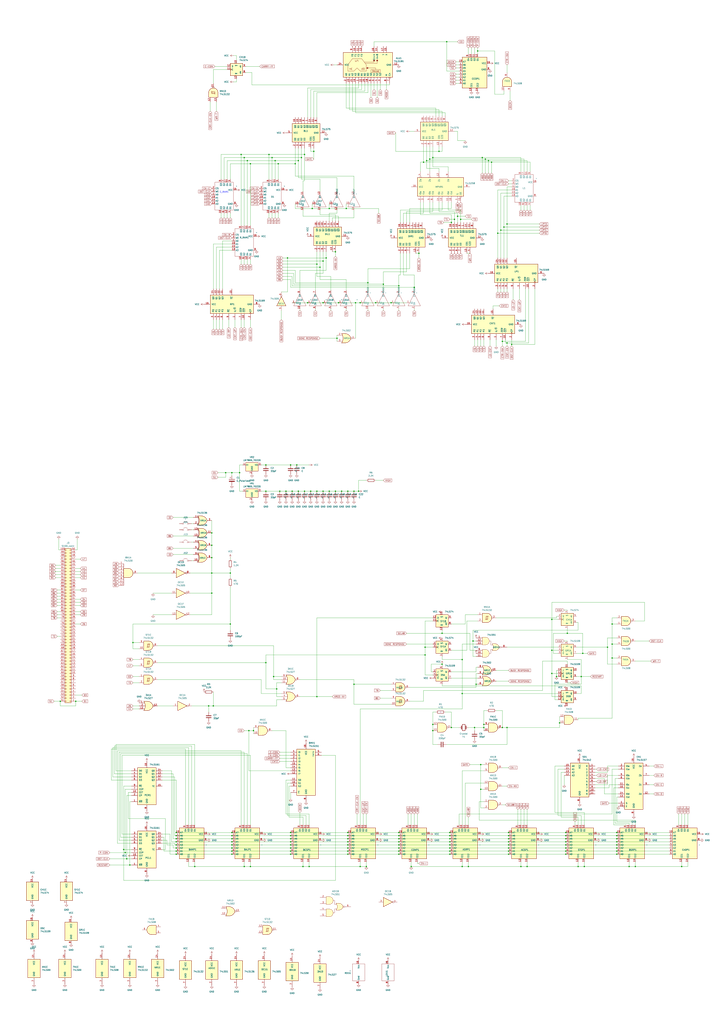
<source format=kicad_sch>
(kicad_sch (version 20231120) (generator "eeschema") (generator_version "8.0")
  (paper "A1" portrait)
  (lib_symbols
    (symbol "74367_1"
      (property "Reference" "LD1" (at 1.016 0.254 90))
      (property "Value" "~" (at 1.27 -8.89 0))
      (symbol "74367_1_1_1"
        (pin input line (at -1.27 6.35 270) (length 2.54) (name "G1") (number "1"))
        (pin input line (at -6.35 0 0) (length 2.54) (name "1A") (number "2"))
        (pin output line (at 8.89 0 180) (length 2.54) (name "1Y") (number "3"))
      )
      (symbol "74367_1_2_1"
        (pin input line (at -1.27 6.35 270) (length 2.54) (name "G1") (number "1"))
        (pin input line (at -6.35 0 0) (length 2.54) (name "2A") (number "4"))
        (pin output line (at 8.89 0 180) (length 2.54) (name "2Y") (number "5"))
      )
      (symbol "74367_1_3_1"
        (pin input line (at -1.27 6.35 270) (length 2.54) (name "G1") (number "1"))
        (pin input line (at -6.35 0 0) (length 2.54) (name "3A") (number "6"))
        (pin output line (at 8.89 0 180) (length 2.54) (name "3Y") (number "7"))
      )
      (symbol "74367_1_4_1"
        (pin input line (at -1.27 6.35 270) (length 2.54) (name "G1") (number "1"))
        (pin input line (at -6.35 0 0) (length 2.54) (name "4A") (number "10"))
        (pin output line (at 8.89 0 180) (length 2.54) (name "4Y") (number "9"))
      )
      (symbol "74367_1_5_1"
        (pin output line (at 8.89 0 180) (length 2.54) (name "5Y") (number "11"))
        (pin input line (at -6.35 0 0) (length 2.54) (name "5A") (number "12"))
        (pin input line (at -1.27 6.35 270) (length 2.54) (name "G2") (number "15"))
      )
      (symbol "74367_1_6_1"
        (pin output line (at 8.89 0 180) (length 2.54) (name "6Y") (number "13"))
        (pin input line (at -6.35 0 0) (length 2.54) (name "6A") (number "14"))
        (pin input line (at -1.27 6.35 270) (length 2.54) (name "G2") (number "15"))
      )
      (symbol "74367_1_7_1"
        (pin power_in line (at 0 -10.16 90) (length 2.54) (name "Vcc") (number "16"))
        (pin power_in line (at 0 8.89 270) (length 2.54) (name "Gnd") (number "8"))
      )
    )
    (symbol "74367_2"
      (property "Reference" "LD1" (at 1.016 0.254 90))
      (property "Value" "~" (at 1.27 -8.89 0))
      (symbol "74367_2_1_1"
        (pin input line (at -1.27 6.35 270) (length 2.54) (name "G1") (number "1"))
        (pin input line (at -6.35 0 0) (length 2.54) (name "1A") (number "2"))
        (pin output line (at 8.89 0 180) (length 2.54) (name "1Y") (number "3"))
      )
      (symbol "74367_2_2_1"
        (pin input line (at -1.27 6.35 270) (length 2.54) (name "G1") (number "1"))
        (pin input line (at -6.35 0 0) (length 2.54) (name "2A") (number "4"))
        (pin output line (at 8.89 0 180) (length 2.54) (name "2Y") (number "5"))
      )
      (symbol "74367_2_3_1"
        (pin input line (at -1.27 6.35 270) (length 2.54) (name "G1") (number "1"))
        (pin input line (at -6.35 0 0) (length 2.54) (name "3A") (number "6"))
        (pin output line (at 8.89 0 180) (length 2.54) (name "3Y") (number "7"))
      )
      (symbol "74367_2_4_1"
        (pin input line (at -1.27 6.35 270) (length 2.54) (name "G1") (number "1"))
        (pin input line (at -6.35 0 0) (length 2.54) (name "4A") (number "10"))
        (pin output line (at 8.89 0 180) (length 2.54) (name "4Y") (number "9"))
      )
      (symbol "74367_2_5_1"
        (pin output line (at 8.89 0 180) (length 2.54) (name "5Y") (number "11"))
        (pin input line (at -6.35 0 0) (length 2.54) (name "5A") (number "12"))
        (pin input line (at -1.27 6.35 270) (length 2.54) (name "G2") (number "15"))
      )
      (symbol "74367_2_6_1"
        (pin output line (at 8.89 0 180) (length 2.54) (name "6Y") (number "13"))
        (pin input line (at -6.35 0 0) (length 2.54) (name "6A") (number "14"))
        (pin input line (at -1.27 6.35 270) (length 2.54) (name "G2") (number "15"))
      )
      (symbol "74367_2_7_1"
        (pin power_in line (at 0 -10.16 90) (length 2.54) (name "Vcc") (number "16"))
        (pin power_in line (at 0 8.89 270) (length 2.54) (name "Gnd") (number "8"))
      )
    )
    (symbol "74367_3"
      (property "Reference" "LD1" (at 1.016 0.254 90))
      (property "Value" "~" (at 1.27 -8.89 0))
      (symbol "74367_3_1_1"
        (pin input line (at -1.27 6.35 270) (length 2.54) (name "G1") (number "1"))
        (pin input line (at -6.35 0 0) (length 2.54) (name "1A") (number "2"))
        (pin output line (at 8.89 0 180) (length 2.54) (name "1Y") (number "3"))
      )
      (symbol "74367_3_2_1"
        (pin input line (at -1.27 6.35 270) (length 2.54) (name "G1") (number "1"))
        (pin input line (at -6.35 0 0) (length 2.54) (name "2A") (number "4"))
        (pin output line (at 8.89 0 180) (length 2.54) (name "2Y") (number "5"))
      )
      (symbol "74367_3_3_1"
        (pin input line (at -1.27 6.35 270) (length 2.54) (name "G1") (number "1"))
        (pin input line (at -6.35 0 0) (length 2.54) (name "3A") (number "6"))
        (pin output line (at 8.89 0 180) (length 2.54) (name "3Y") (number "7"))
      )
      (symbol "74367_3_4_1"
        (pin input line (at -1.27 6.35 270) (length 2.54) (name "G1") (number "1"))
        (pin input line (at -6.35 0 0) (length 2.54) (name "4A") (number "10"))
        (pin output line (at 8.89 0 180) (length 2.54) (name "4Y") (number "9"))
      )
      (symbol "74367_3_5_1"
        (pin output line (at 8.89 0 180) (length 2.54) (name "5Y") (number "11"))
        (pin input line (at -6.35 0 0) (length 2.54) (name "5A") (number "12"))
        (pin input line (at -1.27 6.35 270) (length 2.54) (name "G2") (number "15"))
      )
      (symbol "74367_3_6_1"
        (pin output line (at 8.89 0 180) (length 2.54) (name "6Y") (number "13"))
        (pin input line (at -6.35 0 0) (length 2.54) (name "6A") (number "14"))
        (pin input line (at -1.27 6.35 270) (length 2.54) (name "G2") (number "15"))
      )
      (symbol "74367_3_7_1"
        (pin power_in line (at 0 -10.16 90) (length 2.54) (name "Vcc") (number "16"))
        (pin power_in line (at 0 8.89 270) (length 2.54) (name "Gnd") (number "8"))
      )
    )
    (symbol "74367_4"
      (property "Reference" "LD1" (at 1.016 0.254 90))
      (property "Value" "~" (at 1.27 -8.89 0))
      (symbol "74367_4_1_1"
        (pin input line (at -1.27 6.35 270) (length 2.54) (name "G1") (number "1"))
        (pin input line (at -6.35 0 0) (length 2.54) (name "1A") (number "2"))
        (pin output line (at 8.89 0 180) (length 2.54) (name "1Y") (number "3"))
      )
      (symbol "74367_4_2_1"
        (pin input line (at -1.27 6.35 270) (length 2.54) (name "G1") (number "1"))
        (pin input line (at -6.35 0 0) (length 2.54) (name "2A") (number "4"))
        (pin output line (at 8.89 0 180) (length 2.54) (name "2Y") (number "5"))
      )
      (symbol "74367_4_3_1"
        (pin input line (at -1.27 6.35 270) (length 2.54) (name "G1") (number "1"))
        (pin input line (at -6.35 0 0) (length 2.54) (name "3A") (number "6"))
        (pin output line (at 8.89 0 180) (length 2.54) (name "3Y") (number "7"))
      )
      (symbol "74367_4_4_1"
        (pin input line (at -1.27 6.35 270) (length 2.54) (name "G1") (number "1"))
        (pin input line (at -6.35 0 0) (length 2.54) (name "4A") (number "10"))
        (pin output line (at 8.89 0 180) (length 2.54) (name "4Y") (number "9"))
      )
      (symbol "74367_4_5_1"
        (pin output line (at 8.89 0 180) (length 2.54) (name "5Y") (number "11"))
        (pin input line (at -6.35 0 0) (length 2.54) (name "5A") (number "12"))
        (pin input line (at -1.27 6.35 270) (length 2.54) (name "G2") (number "15"))
      )
      (symbol "74367_4_6_1"
        (pin output line (at 8.89 0 180) (length 2.54) (name "6Y") (number "13"))
        (pin input line (at -6.35 0 0) (length 2.54) (name "6A") (number "14"))
        (pin input line (at -1.27 6.35 270) (length 2.54) (name "G2") (number "15"))
      )
      (symbol "74367_4_7_1"
        (pin power_in line (at 0 -10.16 90) (length 2.54) (name "Vcc") (number "16"))
        (pin power_in line (at 0 8.89 270) (length 2.54) (name "Gnd") (number "8"))
      )
    )
    (symbol "74367_5"
      (property "Reference" "LD1" (at 1.016 0.254 90))
      (property "Value" "~" (at 1.27 -8.89 0))
      (symbol "74367_5_1_1"
        (pin input line (at -1.27 6.35 270) (length 2.54) (name "G1") (number "1"))
        (pin input line (at -6.35 0 0) (length 2.54) (name "1A") (number "2"))
        (pin output line (at 8.89 0 180) (length 2.54) (name "1Y") (number "3"))
      )
      (symbol "74367_5_2_1"
        (pin input line (at -1.27 6.35 270) (length 2.54) (name "G1") (number "1"))
        (pin input line (at -6.35 0 0) (length 2.54) (name "2A") (number "4"))
        (pin output line (at 8.89 0 180) (length 2.54) (name "2Y") (number "5"))
      )
      (symbol "74367_5_3_1"
        (pin input line (at -1.27 6.35 270) (length 2.54) (name "G1") (number "1"))
        (pin input line (at -6.35 0 0) (length 2.54) (name "3A") (number "6"))
        (pin output line (at 8.89 0 180) (length 2.54) (name "3Y") (number "7"))
      )
      (symbol "74367_5_4_1"
        (pin input line (at -1.27 6.35 270) (length 2.54) (name "G1") (number "1"))
        (pin input line (at -6.35 0 0) (length 2.54) (name "4A") (number "10"))
        (pin output line (at 8.89 0 180) (length 2.54) (name "4Y") (number "9"))
      )
      (symbol "74367_5_5_1"
        (pin output line (at 8.89 0 180) (length 2.54) (name "5Y") (number "11"))
        (pin input line (at -6.35 0 0) (length 2.54) (name "5A") (number "12"))
        (pin input line (at -1.27 6.35 270) (length 2.54) (name "G2") (number "15"))
      )
      (symbol "74367_5_6_1"
        (pin output line (at 8.89 0 180) (length 2.54) (name "6Y") (number "13"))
        (pin input line (at -6.35 0 0) (length 2.54) (name "6A") (number "14"))
        (pin input line (at -1.27 6.35 270) (length 2.54) (name "G2") (number "15"))
      )
      (symbol "74367_5_7_1"
        (pin power_in line (at 0 -10.16 90) (length 2.54) (name "Vcc") (number "16"))
        (pin power_in line (at 0 8.89 270) (length 2.54) (name "Gnd") (number "8"))
      )
    )
    (symbol "74367_6"
      (property "Reference" "LD1" (at 1.016 0.254 90))
      (property "Value" "~" (at 1.27 -8.89 0))
      (symbol "74367_6_1_1"
        (pin input line (at -1.27 6.35 270) (length 2.54) (name "G1") (number "1"))
        (pin input line (at -6.35 0 0) (length 2.54) (name "1A") (number "2"))
        (pin output line (at 8.89 0 180) (length 2.54) (name "1Y") (number "3"))
      )
      (symbol "74367_6_2_1"
        (pin input line (at -1.27 6.35 270) (length 2.54) (name "G1") (number "1"))
        (pin input line (at -6.35 0 0) (length 2.54) (name "2A") (number "4"))
        (pin output line (at 8.89 0 180) (length 2.54) (name "2Y") (number "5"))
      )
      (symbol "74367_6_3_1"
        (pin input line (at -1.27 6.35 270) (length 2.54) (name "G1") (number "1"))
        (pin input line (at -6.35 0 0) (length 2.54) (name "3A") (number "6"))
        (pin output line (at 8.89 0 180) (length 2.54) (name "3Y") (number "7"))
      )
      (symbol "74367_6_4_1"
        (pin input line (at -1.27 6.35 270) (length 2.54) (name "G1") (number "1"))
        (pin input line (at -6.35 0 0) (length 2.54) (name "4A") (number "10"))
        (pin output line (at 8.89 0 180) (length 2.54) (name "4Y") (number "9"))
      )
      (symbol "74367_6_5_1"
        (pin output line (at 8.89 0 180) (length 2.54) (name "5Y") (number "11"))
        (pin input line (at -6.35 0 0) (length 2.54) (name "5A") (number "12"))
        (pin input line (at -1.27 6.35 270) (length 2.54) (name "G2") (number "15"))
      )
      (symbol "74367_6_6_1"
        (pin output line (at 8.89 0 180) (length 2.54) (name "6Y") (number "13"))
        (pin input line (at -6.35 0 0) (length 2.54) (name "6A") (number "14"))
        (pin input line (at -1.27 6.35 270) (length 2.54) (name "G2") (number "15"))
      )
      (symbol "74367_6_7_1"
        (pin power_in line (at 0 -10.16 90) (length 2.54) (name "Vcc") (number "16"))
        (pin power_in line (at 0 8.89 270) (length 2.54) (name "Gnd") (number "8"))
      )
    )
    (symbol "74367_7"
      (property "Reference" "LD1" (at 1.016 0.254 90))
      (property "Value" "~" (at 1.27 -8.89 0))
      (symbol "74367_7_1_1"
        (pin input line (at -1.27 6.35 270) (length 2.54) (name "G1") (number "1"))
        (pin input line (at -6.35 0 0) (length 2.54) (name "1A") (number "2"))
        (pin output line (at 8.89 0 180) (length 2.54) (name "1Y") (number "3"))
      )
      (symbol "74367_7_2_1"
        (pin input line (at -1.27 6.35 270) (length 2.54) (name "G1") (number "1"))
        (pin input line (at -6.35 0 0) (length 2.54) (name "2A") (number "4"))
        (pin output line (at 8.89 0 180) (length 2.54) (name "2Y") (number "5"))
      )
      (symbol "74367_7_3_1"
        (pin input line (at -1.27 6.35 270) (length 2.54) (name "G1") (number "1"))
        (pin input line (at -6.35 0 0) (length 2.54) (name "3A") (number "6"))
        (pin output line (at 8.89 0 180) (length 2.54) (name "3Y") (number "7"))
      )
      (symbol "74367_7_4_1"
        (pin input line (at -1.27 6.35 270) (length 2.54) (name "G1") (number "1"))
        (pin input line (at -6.35 0 0) (length 2.54) (name "4A") (number "10"))
        (pin output line (at 8.89 0 180) (length 2.54) (name "4Y") (number "9"))
      )
      (symbol "74367_7_5_1"
        (pin output line (at 8.89 0 180) (length 2.54) (name "5Y") (number "11"))
        (pin input line (at -6.35 0 0) (length 2.54) (name "5A") (number "12"))
        (pin input line (at -1.27 6.35 270) (length 2.54) (name "G2") (number "15"))
      )
      (symbol "74367_7_6_1"
        (pin output line (at 8.89 0 180) (length 2.54) (name "6Y") (number "13"))
        (pin input line (at -6.35 0 0) (length 2.54) (name "6A") (number "14"))
        (pin input line (at -1.27 6.35 270) (length 2.54) (name "G2") (number "15"))
      )
      (symbol "74367_7_7_1"
        (pin power_in line (at 0 -10.16 90) (length 2.54) (name "Vcc") (number "16"))
        (pin power_in line (at 0 8.89 270) (length 2.54) (name "Gnd") (number "8"))
      )
    )
    (symbol "74LS169_1" (pin_names (offset 1.016))
      (property "Reference" "CNT" (at 0.762 0.508 90))
      (property "Value" "74LS169" (at 2.9562 -22.86 90))
      (symbol "74LS169_1_1_0"
        (pin input line (at -12.7 -2.54 0) (length 5.08) (name "U/~{D}") (number "1"))
        (pin input line (at -12.7 -10.16 0) (length 5.08) (name "~{CET}") (number "10"))
        (pin output line (at 12.7 7.62 180) (length 5.08) (name "Q3") (number "11"))
        (pin output line (at 12.7 10.16 180) (length 5.08) (name "Q2") (number "12"))
        (pin output line (at 12.7 12.7 180) (length 5.08) (name "Q1") (number "13"))
        (pin output line (at 12.7 15.24 180) (length 5.08) (name "Q0") (number "14"))
        (pin output line (at 12.7 0 180) (length 5.08) (name "~{TC}") (number "15"))
        (pin power_in line (at 0 22.86 270) (length 5.08) (name "VCC") (number "16"))
        (pin input clock (at -12.7 -15.24 0) (length 5.08) (name "CP") (number "2"))
        (pin input line (at -12.7 15.24 0) (length 5.08) (name "P0") (number "3"))
        (pin input line (at -12.7 12.7 0) (length 5.08) (name "P1") (number "4"))
        (pin input line (at -12.7 10.16 0) (length 5.08) (name "P2") (number "5"))
        (pin input line (at -12.7 7.62 0) (length 5.08) (name "P3") (number "6"))
        (pin input line (at -12.7 -7.62 0) (length 5.08) (name "~{CEP}") (number "7"))
        (pin power_in line (at 0 -22.86 90) (length 5.08) (name "GND") (number "8"))
        (pin input line (at -12.7 2.54 0) (length 5.08) (name "~{PE}") (number "9"))
      )
    )
    (symbol "74xx:74LS00" (pin_names (offset 1.016))
      (property "Reference" "U" (at 0 1.27 0))
      (property "Value" "74LS00" (at 0 -1.27 0))
      (symbol "74LS00_1_1"
        (pin input line (at -7.62 2.54 0) (length 3.81) (name "~") (number "1"))
        (pin input line (at -7.62 -2.54 0) (length 3.81) (name "~") (number "2"))
        (pin output inverted (at 7.62 0 180) (length 3.81) (name "~") (number "3"))
      )
      (symbol "74LS00_1_2"
        (pin input inverted (at -7.62 2.54 0) (length 4.318) (name "~") (number "1"))
        (pin input inverted (at -7.62 -2.54 0) (length 4.318) (name "~") (number "2"))
        (pin output line (at 7.62 0 180) (length 3.81) (name "~") (number "3"))
      )
      (symbol "74LS00_2_1"
        (pin input line (at -7.62 2.54 0) (length 3.81) (name "~") (number "4"))
        (pin input line (at -7.62 -2.54 0) (length 3.81) (name "~") (number "5"))
        (pin output inverted (at 7.62 0 180) (length 3.81) (name "~") (number "6"))
      )
      (symbol "74LS00_2_2"
        (pin input inverted (at -7.62 2.54 0) (length 4.318) (name "~") (number "4"))
        (pin input inverted (at -7.62 -2.54 0) (length 4.318) (name "~") (number "5"))
        (pin output line (at 7.62 0 180) (length 3.81) (name "~") (number "6"))
      )
      (symbol "74LS00_3_1"
        (pin input line (at -7.62 -2.54 0) (length 3.81) (name "~") (number "10"))
        (pin output inverted (at 7.62 0 180) (length 3.81) (name "~") (number "8"))
        (pin input line (at -7.62 2.54 0) (length 3.81) (name "~") (number "9"))
      )
      (symbol "74LS00_3_2"
        (pin input inverted (at -7.62 -2.54 0) (length 4.318) (name "~") (number "10"))
        (pin output line (at 7.62 0 180) (length 3.81) (name "~") (number "8"))
        (pin input inverted (at -7.62 2.54 0) (length 4.318) (name "~") (number "9"))
      )
      (symbol "74LS00_4_1"
        (pin output inverted (at 7.62 0 180) (length 3.81) (name "~") (number "11"))
        (pin input line (at -7.62 2.54 0) (length 3.81) (name "~") (number "12"))
        (pin input line (at -7.62 -2.54 0) (length 3.81) (name "~") (number "13"))
      )
      (symbol "74LS00_4_2"
        (pin output line (at 7.62 0 180) (length 3.81) (name "~") (number "11"))
        (pin input inverted (at -7.62 2.54 0) (length 4.318) (name "~") (number "12"))
        (pin input inverted (at -7.62 -2.54 0) (length 4.318) (name "~") (number "13"))
      )
      (symbol "74LS00_5_0"
        (pin power_in line (at 0 12.7 270) (length 5.08) (name "VCC") (number "14"))
        (pin power_in line (at 0 -12.7 90) (length 5.08) (name "GND") (number "7"))
      )
    )
    (symbol "74xx:74LS02" (pin_names (offset 1.016))
      (property "Reference" "U" (at 0 1.27 0))
      (property "Value" "74LS02" (at 0 -1.27 0))
      (symbol "74LS02_1_1"
        (pin output inverted (at 7.62 0 180) (length 3.81) (name "~") (number "1"))
        (pin input line (at -7.62 2.54 0) (length 4.318) (name "~") (number "2"))
        (pin input line (at -7.62 -2.54 0) (length 4.318) (name "~") (number "3"))
      )
      (symbol "74LS02_1_2"
        (pin output line (at 7.62 0 180) (length 3.81) (name "~") (number "1"))
        (pin input inverted (at -7.62 2.54 0) (length 3.81) (name "~") (number "2"))
        (pin input inverted (at -7.62 -2.54 0) (length 3.81) (name "~") (number "3"))
      )
      (symbol "74LS02_2_1"
        (pin output inverted (at 7.62 0 180) (length 3.81) (name "~") (number "4"))
        (pin input line (at -7.62 2.54 0) (length 4.318) (name "~") (number "5"))
        (pin input line (at -7.62 -2.54 0) (length 4.318) (name "~") (number "6"))
      )
      (symbol "74LS02_2_2"
        (pin output line (at 7.62 0 180) (length 3.81) (name "~") (number "4"))
        (pin input inverted (at -7.62 2.54 0) (length 3.81) (name "~") (number "5"))
        (pin input inverted (at -7.62 -2.54 0) (length 3.81) (name "~") (number "6"))
      )
      (symbol "74LS02_3_1"
        (pin output inverted (at 7.62 0 180) (length 3.81) (name "~") (number "10"))
        (pin input line (at -7.62 2.54 0) (length 4.318) (name "~") (number "8"))
        (pin input line (at -7.62 -2.54 0) (length 4.318) (name "~") (number "9"))
      )
      (symbol "74LS02_3_2"
        (pin output line (at 7.62 0 180) (length 3.81) (name "~") (number "10"))
        (pin input inverted (at -7.62 2.54 0) (length 3.81) (name "~") (number "8"))
        (pin input inverted (at -7.62 -2.54 0) (length 3.81) (name "~") (number "9"))
      )
      (symbol "74LS02_4_1"
        (pin input line (at -7.62 2.54 0) (length 4.318) (name "~") (number "11"))
        (pin input line (at -7.62 -2.54 0) (length 4.318) (name "~") (number "12"))
        (pin output inverted (at 7.62 0 180) (length 3.81) (name "~") (number "13"))
      )
      (symbol "74LS02_4_2"
        (pin input inverted (at -7.62 2.54 0) (length 3.81) (name "~") (number "11"))
        (pin input inverted (at -7.62 -2.54 0) (length 3.81) (name "~") (number "12"))
        (pin output line (at 7.62 0 180) (length 3.81) (name "~") (number "13"))
      )
      (symbol "74LS02_5_0"
        (pin power_in line (at 0 12.7 270) (length 5.08) (name "VCC") (number "14"))
        (pin power_in line (at 0 -12.7 90) (length 5.08) (name "GND") (number "7"))
      )
    )
    (symbol "74xx:74LS05" (pin_names (offset 1.016))
      (property "Reference" "U" (at 0 1.27 0))
      (property "Value" "74LS05" (at 0 -1.27 0))
      (symbol "74LS05_1_0"
        (pin input line (at -7.62 0 0) (length 3.81) (name "~") (number "1"))
        (pin open_collector inverted (at 7.62 0 180) (length 3.81) (name "~") (number "2"))
      )
      (symbol "74LS05_2_0"
        (pin input line (at -7.62 0 0) (length 3.81) (name "~") (number "3"))
        (pin open_collector inverted (at 7.62 0 180) (length 3.81) (name "~") (number "4"))
      )
      (symbol "74LS05_3_0"
        (pin input line (at -7.62 0 0) (length 3.81) (name "~") (number "5"))
        (pin open_collector inverted (at 7.62 0 180) (length 3.81) (name "~") (number "6"))
      )
      (symbol "74LS05_4_0"
        (pin open_collector inverted (at 7.62 0 180) (length 3.81) (name "~") (number "8"))
        (pin input line (at -7.62 0 0) (length 3.81) (name "~") (number "9"))
      )
      (symbol "74LS05_5_0"
        (pin open_collector inverted (at 7.62 0 180) (length 3.81) (name "~") (number "10"))
        (pin input line (at -7.62 0 0) (length 3.81) (name "~") (number "11"))
      )
      (symbol "74LS05_6_0"
        (pin open_collector inverted (at 7.62 0 180) (length 3.81) (name "~") (number "12"))
        (pin input line (at -7.62 0 0) (length 3.81) (name "~") (number "13"))
      )
      (symbol "74LS05_7_0"
        (pin power_in line (at 0 12.7 270) (length 5.08) (name "VCC") (number "14"))
        (pin power_in line (at 0 -12.7 90) (length 5.08) (name "GND") (number "7"))
      )
    )
    (symbol "74xx:74LS08" (pin_names (offset 1.016))
      (property "Reference" "U" (at 0 1.27 0))
      (property "Value" "74LS08" (at 0 -1.27 0))
      (symbol "74LS08_1_1"
        (pin input line (at -7.62 2.54 0) (length 3.81) (name "~") (number "1"))
        (pin input line (at -7.62 -2.54 0) (length 3.81) (name "~") (number "2"))
        (pin output line (at 7.62 0 180) (length 3.81) (name "~") (number "3"))
      )
      (symbol "74LS08_1_2"
        (pin input inverted (at -7.62 2.54 0) (length 4.318) (name "~") (number "1"))
        (pin input inverted (at -7.62 -2.54 0) (length 4.318) (name "~") (number "2"))
        (pin output inverted (at 7.62 0 180) (length 3.81) (name "~") (number "3"))
      )
      (symbol "74LS08_2_1"
        (pin input line (at -7.62 2.54 0) (length 3.81) (name "~") (number "4"))
        (pin input line (at -7.62 -2.54 0) (length 3.81) (name "~") (number "5"))
        (pin output line (at 7.62 0 180) (length 3.81) (name "~") (number "6"))
      )
      (symbol "74LS08_2_2"
        (pin input inverted (at -7.62 2.54 0) (length 4.318) (name "~") (number "4"))
        (pin input inverted (at -7.62 -2.54 0) (length 4.318) (name "~") (number "5"))
        (pin output inverted (at 7.62 0 180) (length 3.81) (name "~") (number "6"))
      )
      (symbol "74LS08_3_1"
        (pin input line (at -7.62 -2.54 0) (length 3.81) (name "~") (number "10"))
        (pin output line (at 7.62 0 180) (length 3.81) (name "~") (number "8"))
        (pin input line (at -7.62 2.54 0) (length 3.81) (name "~") (number "9"))
      )
      (symbol "74LS08_3_2"
        (pin input inverted (at -7.62 -2.54 0) (length 4.318) (name "~") (number "10"))
        (pin output inverted (at 7.62 0 180) (length 3.81) (name "~") (number "8"))
        (pin input inverted (at -7.62 2.54 0) (length 4.318) (name "~") (number "9"))
      )
      (symbol "74LS08_4_1"
        (pin output line (at 7.62 0 180) (length 3.81) (name "~") (number "11"))
        (pin input line (at -7.62 2.54 0) (length 3.81) (name "~") (number "12"))
        (pin input line (at -7.62 -2.54 0) (length 3.81) (name "~") (number "13"))
      )
      (symbol "74LS08_4_2"
        (pin output inverted (at 7.62 0 180) (length 3.81) (name "~") (number "11"))
        (pin input inverted (at -7.62 2.54 0) (length 4.318) (name "~") (number "12"))
        (pin input inverted (at -7.62 -2.54 0) (length 4.318) (name "~") (number "13"))
      )
      (symbol "74LS08_5_0"
        (pin power_in line (at 0 12.7 270) (length 5.08) (name "VCC") (number "14"))
        (pin power_in line (at 0 -12.7 90) (length 5.08) (name "GND") (number "7"))
      )
    )
    (symbol "74xx:74LS109" (pin_names (offset 1.016))
      (property "Reference" "U" (at -7.62 8.89 0))
      (property "Value" "74LS109" (at -7.62 -8.89 0))
      (symbol "74LS109_1_0"
        (pin input line (at 0 -7.62 90) (length 2.54) (name "~{R}") (number "1"))
        (pin input line (at -7.62 2.54 0) (length 2.54) (name "J") (number "2"))
        (pin input line (at -7.62 -2.54 0) (length 2.54) (name "~{K}") (number "3"))
        (pin input clock (at -7.62 0 0) (length 2.54) (name "C") (number "4"))
        (pin input line (at 0 7.62 270) (length 2.54) (name "~{S}") (number "5"))
        (pin output line (at 7.62 2.54 180) (length 2.54) (name "Q") (number "6"))
        (pin output line (at 7.62 -2.54 180) (length 2.54) (name "~{Q}") (number "7"))
      )
      (symbol "74LS109_2_0"
        (pin output line (at 7.62 2.54 180) (length 2.54) (name "Q") (number "10"))
        (pin input line (at 0 7.62 270) (length 2.54) (name "~{S}") (number "11"))
        (pin input clock (at -7.62 0 0) (length 2.54) (name "C") (number "12"))
        (pin input line (at -7.62 -2.54 0) (length 2.54) (name "~{K}") (number "13"))
        (pin input line (at -7.62 2.54 0) (length 2.54) (name "J") (number "14"))
        (pin input line (at 0 -7.62 90) (length 2.54) (name "~{R}") (number "15"))
        (pin output line (at 7.62 -2.54 180) (length 2.54) (name "~{Q}") (number "9"))
      )
      (symbol "74LS109_3_0"
        (pin power_in line (at 0 10.16 270) (length 2.54) (name "VCC") (number "16"))
        (pin power_in line (at 0 -10.16 90) (length 2.54) (name "GND") (number "8"))
      )
    )
    (symbol "74xx:74LS132" (pin_names (offset 1.016))
      (property "Reference" "U" (at 0 1.27 0))
      (property "Value" "74LS132" (at 0 -1.27 0))
      (symbol "74LS132_1_1"
        (pin input line (at -7.62 2.54 0) (length 3.81) (name "~") (number "1"))
        (pin input line (at -7.62 -2.54 0) (length 3.81) (name "~") (number "2"))
        (pin output inverted (at 7.62 0 180) (length 3.81) (name "~") (number "3"))
      )
      (symbol "74LS132_1_2"
        (pin input inverted (at -7.62 2.54 0) (length 4.318) (name "~") (number "1"))
        (pin input inverted (at -7.62 -2.54 0) (length 4.318) (name "~") (number "2"))
        (pin output line (at 7.62 0 180) (length 3.81) (name "~") (number "3"))
      )
      (symbol "74LS132_2_1"
        (pin input line (at -7.62 2.54 0) (length 3.81) (name "~") (number "4"))
        (pin input line (at -7.62 -2.54 0) (length 3.81) (name "~") (number "5"))
        (pin output inverted (at 7.62 0 180) (length 3.81) (name "~") (number "6"))
      )
      (symbol "74LS132_2_2"
        (pin input inverted (at -7.62 2.54 0) (length 4.318) (name "~") (number "4"))
        (pin input inverted (at -7.62 -2.54 0) (length 4.318) (name "~") (number "5"))
        (pin output line (at 7.62 0 180) (length 3.81) (name "~") (number "6"))
      )
      (symbol "74LS132_3_1"
        (pin input line (at -7.62 -2.54 0) (length 3.81) (name "~") (number "10"))
        (pin output inverted (at 7.62 0 180) (length 3.81) (name "~") (number "8"))
        (pin input line (at -7.62 2.54 0) (length 3.81) (name "~") (number "9"))
      )
      (symbol "74LS132_3_2"
        (pin input inverted (at -7.62 -2.54 0) (length 4.318) (name "~") (number "10"))
        (pin output line (at 7.62 0 180) (length 3.81) (name "~") (number "8"))
        (pin input inverted (at -7.62 2.54 0) (length 4.318) (name "~") (number "9"))
      )
      (symbol "74LS132_4_1"
        (pin output inverted (at 7.62 0 180) (length 3.81) (name "~") (number "11"))
        (pin input line (at -7.62 2.54 0) (length 3.81) (name "~") (number "12"))
        (pin input line (at -7.62 -2.54 0) (length 3.81) (name "~") (number "13"))
      )
      (symbol "74LS132_4_2"
        (pin output line (at 7.62 0 180) (length 3.81) (name "~") (number "11"))
        (pin input inverted (at -7.62 2.54 0) (length 4.318) (name "~") (number "12"))
        (pin input inverted (at -7.62 -2.54 0) (length 4.318) (name "~") (number "13"))
      )
      (symbol "74LS132_5_0"
        (pin power_in line (at 0 12.7 270) (length 5.08) (name "VCC") (number "14"))
        (pin power_in line (at 0 -12.7 90) (length 5.08) (name "GND") (number "7"))
      )
    )
    (symbol "74xx:74LS136" (pin_names (offset 1.016))
      (property "Reference" "U" (at 0 1.27 0))
      (property "Value" "74LS136" (at 0 -1.27 0))
      (symbol "74LS136_1_0"
        (pin input line (at -7.62 2.54 0) (length 4.445) (name "~") (number "1"))
        (pin input line (at -7.62 -2.54 0) (length 4.445) (name "~") (number "2"))
        (pin open_collector line (at 7.62 0 180) (length 3.81) (name "~") (number "3"))
      )
      (symbol "74LS136_2_0"
        (pin input line (at -7.62 2.54 0) (length 4.445) (name "~") (number "4"))
        (pin input line (at -7.62 -2.54 0) (length 4.445) (name "~") (number "5"))
        (pin open_collector line (at 7.62 0 180) (length 3.81) (name "~") (number "6"))
      )
      (symbol "74LS136_3_0"
        (pin input line (at -7.62 -2.54 0) (length 4.445) (name "~") (number "10"))
        (pin open_collector line (at 7.62 0 180) (length 3.81) (name "~") (number "8"))
        (pin input line (at -7.62 2.54 0) (length 4.445) (name "~") (number "9"))
      )
      (symbol "74LS136_4_0"
        (pin open_collector line (at 7.62 0 180) (length 3.81) (name "~") (number "11"))
        (pin input line (at -7.62 2.54 0) (length 4.445) (name "~") (number "12"))
        (pin input line (at -7.62 -2.54 0) (length 4.445) (name "~") (number "13"))
      )
      (symbol "74LS136_5_0"
        (pin power_in line (at 0 12.7 270) (length 5.08) (name "VCC") (number "14"))
        (pin power_in line (at 0 -12.7 90) (length 5.08) (name "GND") (number "7"))
      )
    )
    (symbol "74xx:74LS151" (pin_names (offset 1.016))
      (property "Reference" "U" (at -7.62 19.05 0))
      (property "Value" "74LS151" (at -7.62 -21.59 0))
      (symbol "74LS151_1_0"
        (pin input line (at -12.7 7.62 0) (length 5.08) (name "I3") (number "1"))
        (pin input line (at -12.7 -10.16 0) (length 5.08) (name "S1") (number "10"))
        (pin input line (at -12.7 -7.62 0) (length 5.08) (name "S0") (number "11"))
        (pin input line (at -12.7 -2.54 0) (length 5.08) (name "I7") (number "12"))
        (pin input line (at -12.7 0 0) (length 5.08) (name "I6") (number "13"))
        (pin input line (at -12.7 2.54 0) (length 5.08) (name "I5") (number "14"))
        (pin input line (at -12.7 5.08 0) (length 5.08) (name "I4") (number "15"))
        (pin power_in line (at 0 22.86 270) (length 5.08) (name "VCC") (number "16"))
        (pin input line (at -12.7 10.16 0) (length 5.08) (name "I2") (number "2"))
        (pin input line (at -12.7 12.7 0) (length 5.08) (name "I1") (number "3"))
        (pin input line (at -12.7 15.24 0) (length 5.08) (name "I0") (number "4"))
        (pin output line (at 12.7 15.24 180) (length 5.08) (name "Z") (number "5"))
        (pin output line (at 12.7 12.7 180) (length 5.08) (name "~{Z}") (number "6"))
        (pin input line (at -12.7 -17.78 0) (length 5.08) (name "~{E}") (number "7"))
        (pin power_in line (at 0 -25.4 90) (length 5.08) (name "GND") (number "8"))
        (pin input line (at -12.7 -12.7 0) (length 5.08) (name "S2") (number "9"))
      )
    )
    (symbol "74xx:74LS157" (pin_names (offset 1.016))
      (property "Reference" "U" (at -7.62 19.05 0))
      (property "Value" "74LS157" (at -7.62 -21.59 0))
      (symbol "74LS157_1_0"
        (pin input line (at -12.7 -15.24 0) (length 5.08) (name "S") (number "1"))
        (pin input line (at -12.7 -2.54 0) (length 5.08) (name "I1c") (number "10"))
        (pin input line (at -12.7 0 0) (length 5.08) (name "I0c") (number "11"))
        (pin output line (at 12.7 -7.62 180) (length 5.08) (name "Zd") (number "12"))
        (pin input line (at -12.7 -10.16 0) (length 5.08) (name "I1d") (number "13"))
        (pin input line (at -12.7 -7.62 0) (length 5.08) (name "I0d") (number "14"))
        (pin input inverted (at -12.7 -17.78 0) (length 5.08) (name "E") (number "15"))
        (pin power_in line (at 0 22.86 270) (length 5.08) (name "VCC") (number "16"))
        (pin input line (at -12.7 15.24 0) (length 5.08) (name "I0a") (number "2"))
        (pin input line (at -12.7 12.7 0) (length 5.08) (name "I1a") (number "3"))
        (pin output line (at 12.7 15.24 180) (length 5.08) (name "Za") (number "4"))
        (pin input line (at -12.7 7.62 0) (length 5.08) (name "I0b") (number "5"))
        (pin input line (at -12.7 5.08 0) (length 5.08) (name "I1b") (number "6"))
        (pin output line (at 12.7 7.62 180) (length 5.08) (name "Zb") (number "7"))
        (pin power_in line (at 0 -25.4 90) (length 5.08) (name "GND") (number "8"))
        (pin output line (at 12.7 0 180) (length 5.08) (name "Zc") (number "9"))
      )
    )
    (symbol "74xx:74LS161" (pin_names (offset 1.016))
      (property "Reference" "U" (at -7.62 16.51 0))
      (property "Value" "74LS161" (at -7.62 -16.51 0))
      (symbol "74LS161_1_0"
        (pin input line (at -12.7 -12.7 0) (length 5.08) (name "~{MR}") (number "1"))
        (pin input line (at -12.7 -5.08 0) (length 5.08) (name "CET") (number "10"))
        (pin output line (at 12.7 5.08 180) (length 5.08) (name "Q3") (number "11"))
        (pin output line (at 12.7 7.62 180) (length 5.08) (name "Q2") (number "12"))
        (pin output line (at 12.7 10.16 180) (length 5.08) (name "Q1") (number "13"))
        (pin output line (at 12.7 12.7 180) (length 5.08) (name "Q0") (number "14"))
        (pin output line (at 12.7 0 180) (length 5.08) (name "TC") (number "15"))
        (pin power_in line (at 0 20.32 270) (length 5.08) (name "VCC") (number "16"))
        (pin input line (at -12.7 -7.62 0) (length 5.08) (name "CP") (number "2"))
        (pin input line (at -12.7 12.7 0) (length 5.08) (name "D0") (number "3"))
        (pin input line (at -12.7 10.16 0) (length 5.08) (name "D1") (number "4"))
        (pin input line (at -12.7 7.62 0) (length 5.08) (name "D2") (number "5"))
        (pin input line (at -12.7 5.08 0) (length 5.08) (name "D3") (number "6"))
        (pin input line (at -12.7 -2.54 0) (length 5.08) (name "CEP") (number "7"))
        (pin power_in line (at 0 -20.32 90) (length 5.08) (name "GND") (number "8"))
        (pin input line (at -12.7 0 0) (length 5.08) (name "~{PE}") (number "9"))
      )
    )
    (symbol "74xx:74LS169" (pin_names (offset 1.016))
      (property "Reference" "U" (at -7.62 19.05 0))
      (property "Value" "74LS169" (at -7.62 -19.05 0))
      (symbol "74LS169_1_0"
        (pin input line (at -12.7 -2.54 0) (length 5.08) (name "U/~{D}") (number "1"))
        (pin input line (at -12.7 -10.16 0) (length 5.08) (name "~{CET}") (number "10"))
        (pin output line (at 12.7 7.62 180) (length 5.08) (name "Q3") (number "11"))
        (pin output line (at 12.7 10.16 180) (length 5.08) (name "Q2") (number "12"))
        (pin output line (at 12.7 12.7 180) (length 5.08) (name "Q1") (number "13"))
        (pin output line (at 12.7 15.24 180) (length 5.08) (name "Q0") (number "14"))
        (pin output line (at 12.7 0 180) (length 5.08) (name "~{TC}") (number "15"))
        (pin power_in line (at 0 22.86 270) (length 5.08) (name "VCC") (number "16"))
        (pin input clock (at -12.7 -15.24 0) (length 5.08) (name "CP") (number "2"))
        (pin input line (at -12.7 15.24 0) (length 5.08) (name "P0") (number "3"))
        (pin input line (at -12.7 12.7 0) (length 5.08) (name "P1") (number "4"))
        (pin input line (at -12.7 10.16 0) (length 5.08) (name "P2") (number "5"))
        (pin input line (at -12.7 7.62 0) (length 5.08) (name "P3") (number "6"))
        (pin input line (at -12.7 -7.62 0) (length 5.08) (name "~{CEP}") (number "7"))
        (pin power_in line (at 0 -22.86 90) (length 5.08) (name "GND") (number "8"))
        (pin input line (at -12.7 2.54 0) (length 5.08) (name "~{PE}") (number "9"))
      )
    )
    (symbol "74xx:74LS181" (pin_names (offset 1.016))
      (property "Reference" "U" (at -7.62 21.59 0))
      (property "Value" "74LS181" (at -7.62 -21.59 0))
      (symbol "74LS181_1_0"
        (text "A" (at -3.302 13.97 0) (effects (font (size 2.286 2.286))))
        (text "B" (at -3.302 3.81 0) (effects (font (size 2.286 2.286))))
        (text "Decod" (at -5.08 -6.35 900) (effects (font (size 1.27 1.27))))
        (text "S" (at 3.302 9.144 0) (effects (font (size 2.286 2.286))))
        (pin input line (at -15.24 7.62 0) (length 5.08) (name "B0") (number "1"))
        (pin output line (at 15.24 10.16 180) (length 5.08) (name "F1") (number "10"))
        (pin output line (at 15.24 7.62 180) (length 5.08) (name "F2") (number "11"))
        (pin power_in line (at 0 -25.4 90) (length 5.08) (name "GND") (number "12"))
        (pin output line (at 15.24 5.08 180) (length 5.08) (name "F3") (number "13"))
        (pin output line (at 15.24 -7.62 180) (length 5.08) (name "A=B") (number "14"))
        (pin output line (at 15.24 -15.24 180) (length 5.08) (name "X") (number "15"))
        (pin output inverted (at 15.24 -5.08 180) (length 5.08) (name "Cn+4") (number "16"))
        (pin output line (at 15.24 -12.7 180) (length 5.08) (name "Y") (number "17"))
        (pin input line (at -15.24 0 0) (length 5.08) (name "B3") (number "18"))
        (pin input line (at -15.24 10.16 0) (length 5.08) (name "A3") (number "19"))
        (pin input line (at -15.24 17.78 0) (length 5.08) (name "A0") (number "2"))
        (pin input line (at -15.24 2.54 0) (length 5.08) (name "B2") (number "20"))
        (pin input line (at -15.24 12.7 0) (length 5.08) (name "A2") (number "21"))
        (pin input line (at -15.24 5.08 0) (length 5.08) (name "B1") (number "22"))
        (pin input line (at -15.24 15.24 0) (length 5.08) (name "A1") (number "23"))
        (pin power_in line (at 0 25.4 270) (length 5.08) (name "VCC") (number "24"))
        (pin input line (at -15.24 -10.16 0) (length 5.08) (name "S3") (number "3"))
        (pin input line (at -15.24 -7.62 0) (length 5.08) (name "S2") (number "4"))
        (pin input line (at -15.24 -5.08 0) (length 5.08) (name "S1") (number "5"))
        (pin input line (at -15.24 -2.54 0) (length 5.08) (name "S0") (number "6"))
        (pin input inverted (at -15.24 -17.78 0) (length 5.08) (name "Cn") (number "7"))
        (pin input line (at -15.24 -15.24 0) (length 5.08) (name "M") (number "8"))
        (pin output line (at 15.24 12.7 180) (length 5.08) (name "F0") (number "9"))
      )
    )
    (symbol "74xx:74LS258" (pin_names (offset 1.016))
      (property "Reference" "U" (at -7.62 19.05 0))
      (property "Value" "74LS258" (at -7.62 -21.59 0))
      (symbol "74LS258_1_0"
        (pin input line (at -12.7 -15.24 0) (length 5.08) (name "S") (number "1"))
        (pin input line (at -12.7 -10.16 0) (length 5.08) (name "I1d") (number "10"))
        (pin input line (at -12.7 -7.62 0) (length 5.08) (name "I0d") (number "11"))
        (pin tri_state inverted (at 12.7 0 180) (length 5.08) (name "Zc") (number "12"))
        (pin input line (at -12.7 -2.54 0) (length 5.08) (name "I1c") (number "13"))
        (pin input line (at -12.7 0 0) (length 5.08) (name "I0c") (number "14"))
        (pin input inverted (at -12.7 -17.78 0) (length 5.08) (name "OE") (number "15"))
        (pin power_in line (at 0 22.86 270) (length 5.08) (name "VCC") (number "16"))
        (pin input line (at -12.7 15.24 0) (length 5.08) (name "I0a") (number "2"))
        (pin input line (at -12.7 12.7 0) (length 5.08) (name "I1a") (number "3"))
        (pin tri_state inverted (at 12.7 15.24 180) (length 5.08) (name "Za") (number "4"))
        (pin input line (at -12.7 7.62 0) (length 5.08) (name "I0b") (number "5"))
        (pin input line (at -12.7 5.08 0) (length 5.08) (name "I1b") (number "6"))
        (pin tri_state inverted (at 12.7 7.62 180) (length 5.08) (name "Zb") (number "7"))
        (pin power_in line (at 0 -25.4 90) (length 5.08) (name "GND") (number "8"))
        (pin tri_state inverted (at 12.7 -7.62 180) (length 5.08) (name "Zd") (number "9"))
      )
    )
    (symbol "74xx:74LS27" (pin_names (offset 1.016))
      (property "Reference" "U" (at 0 1.27 0))
      (property "Value" "74LS27" (at 0 -1.27 0))
      (symbol "74LS27_1_1"
        (pin input line (at -7.62 2.54 0) (length 4.318) (name "~") (number "1"))
        (pin output inverted (at 7.62 0 180) (length 3.81) (name "~") (number "12"))
        (pin input line (at -7.62 -2.54 0) (length 4.318) (name "~") (number "13"))
        (pin input line (at -7.62 0 0) (length 4.953) (name "~") (number "2"))
      )
      (symbol "74LS27_1_2"
        (pin input inverted (at -7.62 2.54 0) (length 3.81) (name "~") (number "1"))
        (pin output line (at 7.62 0 180) (length 3.81) (name "~") (number "12"))
        (pin input inverted (at -7.62 -2.54 0) (length 3.81) (name "~") (number "13"))
        (pin input inverted (at -7.62 0 0) (length 3.81) (name "~") (number "2"))
      )
      (symbol "74LS27_2_1"
        (pin input line (at -7.62 2.54 0) (length 4.318) (name "~") (number "3"))
        (pin input line (at -7.62 0 0) (length 4.953) (name "~") (number "4"))
        (pin input line (at -7.62 -2.54 0) (length 4.318) (name "~") (number "5"))
        (pin output inverted (at 7.62 0 180) (length 3.81) (name "~") (number "6"))
      )
      (symbol "74LS27_2_2"
        (pin input inverted (at -7.62 2.54 0) (length 3.81) (name "~") (number "3"))
        (pin input inverted (at -7.62 0 0) (length 3.81) (name "~") (number "4"))
        (pin input inverted (at -7.62 -2.54 0) (length 3.81) (name "~") (number "5"))
        (pin output line (at 7.62 0 180) (length 3.81) (name "~") (number "6"))
      )
      (symbol "74LS27_3_1"
        (pin input line (at -7.62 0 0) (length 4.953) (name "~") (number "10"))
        (pin input line (at -7.62 -2.54 0) (length 4.318) (name "~") (number "11"))
        (pin output inverted (at 7.62 0 180) (length 3.81) (name "~") (number "8"))
        (pin input line (at -7.62 2.54 0) (length 4.318) (name "~") (number "9"))
      )
      (symbol "74LS27_3_2"
        (pin input inverted (at -7.62 0 0) (length 3.81) (name "~") (number "10"))
        (pin input inverted (at -7.62 -2.54 0) (length 3.81) (name "~") (number "11"))
        (pin output line (at 7.62 0 180) (length 3.81) (name "~") (number "8"))
        (pin input inverted (at -7.62 2.54 0) (length 3.81) (name "~") (number "9"))
      )
      (symbol "74LS27_4_0"
        (pin power_in line (at 0 12.7 270) (length 5.08) (name "VCC") (number "14"))
        (pin power_in line (at 0 -12.7 90) (length 5.08) (name "GND") (number "7"))
      )
    )
    (symbol "74xx:74LS30" (pin_names (offset 1.016))
      (property "Reference" "U" (at 0 1.27 0))
      (property "Value" "74LS30" (at 0 -1.27 0))
      (symbol "74LS30_1_1"
        (pin input line (at -7.62 7.62 0) (length 3.81) (name "~") (number "1"))
        (pin input line (at -7.62 -7.62 0) (length 3.81) (name "~") (number "11"))
        (pin input line (at -7.62 -10.16 0) (length 3.81) (name "~") (number "12"))
        (pin input line (at -7.62 5.08 0) (length 3.81) (name "~") (number "2"))
        (pin input line (at -7.62 2.54 0) (length 3.81) (name "~") (number "3"))
        (pin input line (at -7.62 0 0) (length 3.81) (name "~") (number "4"))
        (pin input line (at -7.62 -2.54 0) (length 3.81) (name "~") (number "5"))
        (pin input line (at -7.62 -5.08 0) (length 3.81) (name "~") (number "6"))
        (pin output inverted (at 7.62 0 180) (length 3.81) (name "~") (number "8"))
      )
      (symbol "74LS30_1_2"
        (pin input inverted (at -7.62 7.62 0) (length 3.81) (name "~") (number "1"))
        (pin input inverted (at -7.62 -7.62 0) (length 3.81) (name "~") (number "11"))
        (pin input inverted (at -7.62 -10.16 0) (length 3.81) (name "~") (number "12"))
        (pin input inverted (at -7.62 5.08 0) (length 3.81) (name "~") (number "2"))
        (pin input inverted (at -7.62 2.54 0) (length 4.5466) (name "~") (number "3"))
        (pin input inverted (at -7.62 0 0) (length 5.08) (name "~") (number "4"))
        (pin input inverted (at -7.62 -2.54 0) (length 4.5466) (name "~") (number "5"))
        (pin input inverted (at -7.62 -5.08 0) (length 3.81) (name "~") (number "6"))
        (pin output line (at 7.62 0 180) (length 3.81) (name "~") (number "8"))
      )
      (symbol "74LS30_2_0"
        (pin power_in line (at 0 12.7 270) (length 5.08) (name "VCC") (number "14"))
        (pin power_in line (at 0 -12.7 90) (length 5.08) (name "GND") (number "7"))
      )
    )
    (symbol "74xx:74LS42" (pin_names (offset 1.016))
      (property "Reference" "U" (at -7.62 13.97 0))
      (property "Value" "74LS42" (at -7.62 -16.51 0))
      (symbol "74LS42_1_0"
        (pin output inverted (at 12.7 10.16 180) (length 5.08) (name "0") (number "1"))
        (pin output inverted (at 12.7 -10.16 180) (length 5.08) (name "8") (number "10"))
        (pin output inverted (at 12.7 -12.7 180) (length 5.08) (name "9") (number "11"))
        (pin input line (at -12.7 2.54 0) (length 5.08) (name "A3") (number "12"))
        (pin input line (at -12.7 5.08 0) (length 5.08) (name "A2") (number "13"))
        (pin input line (at -12.7 7.62 0) (length 5.08) (name "A1") (number "14"))
        (pin input line (at -12.7 10.16 0) (length 5.08) (name "A0") (number "15"))
        (pin power_in line (at 0 17.78 270) (length 5.08) (name "VCC") (number "16"))
        (pin output inverted (at 12.7 7.62 180) (length 5.08) (name "1") (number "2"))
        (pin output inverted (at 12.7 5.08 180) (length 5.08) (name "2") (number "3"))
        (pin output inverted (at 12.7 2.54 180) (length 5.08) (name "3") (number "4"))
        (pin output inverted (at 12.7 0 180) (length 5.08) (name "4") (number "5"))
        (pin output inverted (at 12.7 -2.54 180) (length 5.08) (name "5") (number "6"))
        (pin output inverted (at 12.7 -5.08 180) (length 5.08) (name "6") (number "7"))
        (pin power_in line (at 0 -20.32 90) (length 5.08) (name "GND") (number "8"))
        (pin output inverted (at 12.7 -7.62 180) (length 5.08) (name "7") (number "9"))
      )
    )
    (symbol "74xx:74LS51" (pin_names (offset 1.016))
      (property "Reference" "U" (at -7.62 10.16 0))
      (property "Value" "74LS51" (at -7.62 -10.16 0))
      (symbol "74LS51_1_0"
        (pin input line (at -12.7 7.62 0) (length 5.08) (name "~") (number "1"))
        (pin input line (at -12.7 -5.08 0) (length 5.08) (name "~") (number "10"))
        (pin input line (at -12.7 -7.62 0) (length 5.08) (name "~") (number "11"))
        (pin input line (at -12.7 5.08 0) (length 5.08) (name "~") (number "12"))
        (pin input line (at -12.7 2.54 0) (length 5.08) (name "~") (number "13"))
        (pin output line (at 12.7 0 180) (length 5.08) (name "~") (number "8"))
        (pin input line (at -12.7 -2.54 0) (length 5.08) (name "~") (number "9"))
      )
      (symbol "74LS51_2_0"
        (pin input line (at -12.7 7.62 0) (length 5.08) (name "~") (number "2"))
        (pin input line (at -12.7 2.54 0) (length 5.08) (name "~") (number "3"))
        (pin input line (at -12.7 -2.54 0) (length 5.08) (name "~") (number "4"))
        (pin input line (at -12.7 -7.62 0) (length 5.08) (name "~") (number "5"))
        (pin output line (at 12.7 0 180) (length 5.08) (name "~") (number "6"))
      )
      (symbol "74LS51_3_0"
        (pin power_in line (at 0 12.7 270) (length 5.08) (name "VCC") (number "14"))
        (pin power_in line (at 0 -12.7 90) (length 5.08) (name "GND") (number "7"))
      )
    )
    (symbol "74xx:74LS74" (pin_names (offset 1.016))
      (property "Reference" "U" (at -7.62 8.89 0))
      (property "Value" "74LS74" (at -7.62 -8.89 0))
      (symbol "74LS74_1_0"
        (pin input line (at 0 -7.62 90) (length 2.54) (name "~{R}") (number "1"))
        (pin input line (at -7.62 2.54 0) (length 2.54) (name "D") (number "2"))
        (pin input clock (at -7.62 0 0) (length 2.54) (name "C") (number "3"))
        (pin input line (at 0 7.62 270) (length 2.54) (name "~{S}") (number "4"))
        (pin output line (at 7.62 2.54 180) (length 2.54) (name "Q") (number "5"))
        (pin output line (at 7.62 -2.54 180) (length 2.54) (name "~{Q}") (number "6"))
      )
      (symbol "74LS74_2_0"
        (pin input line (at 0 7.62 270) (length 2.54) (name "~{S}") (number "10"))
        (pin input clock (at -7.62 0 0) (length 2.54) (name "C") (number "11"))
        (pin input line (at -7.62 2.54 0) (length 2.54) (name "D") (number "12"))
        (pin input line (at 0 -7.62 90) (length 2.54) (name "~{R}") (number "13"))
        (pin output line (at 7.62 -2.54 180) (length 2.54) (name "~{Q}") (number "8"))
        (pin output line (at 7.62 2.54 180) (length 2.54) (name "Q") (number "9"))
      )
      (symbol "74LS74_3_0"
        (pin power_in line (at 0 10.16 270) (length 2.54) (name "VCC") (number "14"))
        (pin power_in line (at 0 -10.16 90) (length 2.54) (name "GND") (number "7"))
      )
    )
    (symbol "74xx:74LS75" (pin_names (offset 1.016))
      (property "Reference" "U" (at -7.62 11.43 0))
      (property "Value" "74LS75" (at -7.62 -13.97 0))
      (symbol "74LS75_1_0"
        (pin output line (at 12.7 -2.54 180) (length 5.08) (name "~{Q0}") (number "1"))
        (pin output line (at 12.7 2.54 180) (length 5.08) (name "Q2") (number "10"))
        (pin output line (at 12.7 -7.62 180) (length 5.08) (name "~{Q2}") (number "11"))
        (pin power_in line (at 0 -17.78 90) (length 5.08) (name "GND") (number "12"))
        (pin input line (at -12.7 -5.08 0) (length 5.08) (name "E01") (number "13"))
        (pin output line (at 12.7 -5.08 180) (length 5.08) (name "~{Q1}") (number "14"))
        (pin output line (at 12.7 5.08 180) (length 5.08) (name "Q1") (number "15"))
        (pin output line (at 12.7 7.62 180) (length 5.08) (name "Q0") (number "16"))
        (pin input line (at -12.7 7.62 0) (length 5.08) (name "D0") (number "2"))
        (pin input line (at -12.7 5.08 0) (length 5.08) (name "D1") (number "3"))
        (pin input line (at -12.7 -7.62 0) (length 5.08) (name "E23") (number "4"))
        (pin power_in line (at 0 15.24 270) (length 5.08) (name "VCC") (number "5"))
        (pin input line (at -12.7 2.54 0) (length 5.08) (name "D2") (number "6"))
        (pin input line (at -12.7 0 0) (length 5.08) (name "D3") (number "7"))
        (pin output line (at 12.7 -10.16 180) (length 5.08) (name "~{Q3}") (number "8"))
        (pin output line (at 12.7 0 180) (length 5.08) (name "Q3") (number "9"))
      )
    )
    (symbol "Device:C" (pin_numbers hide) (pin_names (offset 0.254))
      (property "Reference" "C" (at 0.635 2.54 0))
      (property "Value" "C" (at 0.635 -2.54 0))
      (symbol "C_1_1"
        (pin passive line (at 0 3.81 270) (length 2.794) (name "~") (number "1"))
        (pin passive line (at 0 -3.81 90) (length 2.794) (name "~") (number "2"))
      )
    )
    (symbol "Device:C_Polarized" (pin_numbers hide) (pin_names (offset 0.254))
      (property "Reference" "C" (at 0.635 2.54 0))
      (property "Value" "C_Polarized" (at 0.635 -2.54 0))
      (symbol "C_Polarized_1_1"
        (pin passive line (at 0 3.81 270) (length 2.794) (name "~") (number "1"))
        (pin passive line (at 0 -3.81 90) (length 2.794) (name "~") (number "2"))
      )
    )
    (symbol "Device:Crystal" (pin_numbers hide) (pin_names (offset 1.016) hide)
      (property "Reference" "Y" (at 0 3.81 0))
      (property "Value" "Crystal" (at 0 -3.81 0))
      (symbol "Crystal_1_1"
        (pin passive line (at -3.81 0 0) (length 1.27) (name "1") (number "1"))
        (pin passive line (at 3.81 0 180) (length 1.27) (name "2") (number "2"))
      )
    )
    (symbol "Device:R" (pin_numbers hide) (pin_names (offset 0))
      (property "Reference" "R" (at 2.032 0 90))
      (property "Value" "R" (at 0 0 90))
      (symbol "R_1_1"
        (pin passive line (at 0 3.81 270) (length 1.27) (name "~") (number "1"))
        (pin passive line (at 0 -3.81 90) (length 1.27) (name "~") (number "2"))
      )
    )
    (symbol "Jumper:Jumper_2_Open" (pin_numbers hide) (pin_names (offset 0) hide) (exclude_from_sim yes)
      (property "Reference" "JP" (at 0 2.794 0))
      (property "Value" "Jumper_2_Open" (at 0 -2.286 0))
      (symbol "Jumper_2_Open_1_1"
        (pin passive line (at -5.08 0 0) (length 2.54) (name "A") (number "1"))
        (pin passive line (at 5.08 0 180) (length 2.54) (name "B") (number "2"))
      )
    )
    (symbol "New_Library:74367"
      (property "Reference" "U" (at 0 0 0))
      (symbol "74367_1_1"
        (pin input line (at -1.27 6.35 270) (length 2.54) (name "G1") (number "1"))
        (pin input line (at -6.35 0 0) (length 2.54) (name "1A") (number "2"))
        (pin output line (at 8.89 0 180) (length 2.54) (name "1Y") (number "3"))
      )
      (symbol "74367_2_1"
        (pin input line (at -1.27 6.35 270) (length 2.54) (name "G1") (number "1"))
        (pin input line (at -6.35 0 0) (length 2.54) (name "2A") (number "4"))
        (pin output line (at 8.89 0 180) (length 2.54) (name "2Y") (number "5"))
      )
      (symbol "74367_3_1"
        (pin input line (at -1.27 6.35 270) (length 2.54) (name "G1") (number "1"))
        (pin input line (at -6.35 0 0) (length 2.54) (name "3A") (number "6"))
        (pin output line (at 8.89 0 180) (length 2.54) (name "3Y") (number "7"))
      )
      (symbol "74367_4_1"
        (pin input line (at -1.27 6.35 270) (length 2.54) (name "G1") (number "1"))
        (pin input line (at -6.35 0 0) (length 2.54) (name "4A") (number "10"))
        (pin output line (at 8.89 0 180) (length 2.54) (name "4Y") (number "9"))
      )
      (symbol "74367_5_1"
        (pin output line (at 8.89 0 180) (length 2.54) (name "5Y") (number "11"))
        (pin input line (at -6.35 0 0) (length 2.54) (name "5A") (number "12"))
        (pin input line (at -1.27 6.35 270) (length 2.54) (name "G2") (number "15"))
      )
      (symbol "74367_6_1"
        (pin output line (at 8.89 0 180) (length 2.54) (name "6Y") (number "13"))
        (pin input line (at -6.35 0 0) (length 2.54) (name "6A") (number "14"))
        (pin input line (at -1.27 6.35 270) (length 2.54) (name "G2") (number "15"))
      )
      (symbol "74367_7_1"
        (pin power_in line (at 0 -10.16 90) (length 2.54) (name "Vcc") (number "16"))
        (pin power_in line (at 0 8.89 270) (length 2.54) (name "Gnd") (number "8"))
      )
    )
    (symbol "New_Library:74S189"
      (property "Reference" "U" (at -2.54 1.27 0))
      (symbol "74S189_1_1"
        (pin input line (at -13.97 2.54 0) (length 2.54) (name "A0") (number "1"))
        (pin input line (at -6.35 -12.7 90) (length 2.54) (name "D3") (number "10"))
        (pin output line (at -1.27 15.24 270) (length 2.54) (name "O4") (number "11"))
        (pin input line (at -1.27 -12.7 90) (length 2.54) (name "D4") (number "12"))
        (pin input line (at -13.97 -5.08 0) (length 2.54) (name "A3") (number "13"))
        (pin input line (at -13.97 -2.54 0) (length 2.54) (name "A2") (number "14"))
        (pin input line (at -13.97 0 0) (length 2.54) (name "A1") (number "15"))
        (pin power_in line (at 6.35 6.35 180) (length 2.54) (name "VCC") (number "16"))
        (pin input line (at -13.97 7.62 0) (length 2.54) (name "CS") (number "2"))
        (pin input line (at -13.97 5.08 0) (length 2.54) (name "WE") (number "3"))
        (pin input line (at 1.27 -12.7 90) (length 2.54) (name "D1") (number "4"))
        (pin output line (at 1.27 15.24 270) (length 2.54) (name "O1") (number "5"))
        (pin input line (at -3.81 -12.7 90) (length 2.54) (name "D2") (number "6"))
        (pin output line (at -3.81 15.24 270) (length 2.54) (name "O2") (number "7"))
        (pin power_in line (at 6.35 -5.08 180) (length 2.54) (name "GND") (number "8"))
        (pin output line (at -6.35 15.24 270) (length 2.54) (name "O3") (number "9"))
      )
    )
    (symbol "New_Library:82S129"
      (property "Reference" "82S129" (at 0 0 0))
      (symbol "82S129_1_1"
        (pin output line (at -12.7 6.35 0) (length 2.54) (name "A6") (number "1"))
        (pin output line (at -2.54 15.24 270) (length 2.54) (name "O3") (number "10"))
        (pin output line (at 0 15.24 270) (length 2.54) (name "O2") (number "11"))
        (pin output line (at 2.54 15.24 270) (length 2.54) (name "O1") (number "12"))
        (pin output line (at -2.54 -15.24 90) (length 2.54) (name "CE1") (number "13"))
        (pin output line (at 2.54 -15.24 90) (length 2.54) (name "CE2") (number "14"))
        (pin output line (at -12.7 8.89 0) (length 2.54) (name "A7") (number "15"))
        (pin power_in line (at 12.7 7.62 180) (length 2.54) (name "VCC") (number "16"))
        (pin output line (at -12.7 3.81 0) (length 2.54) (name "A5") (number "2"))
        (pin output line (at -12.7 1.27 0) (length 2.54) (name "A4") (number "3"))
        (pin output line (at -12.7 -1.27 0) (length 2.54) (name "A3") (number "4"))
        (pin output line (at -12.7 -8.89 0) (length 2.54) (name "A0") (number "5"))
        (pin output line (at -12.7 -6.35 0) (length 2.54) (name "A1") (number "6"))
        (pin output line (at -12.7 -3.81 0) (length 2.54) (name "A2") (number "7"))
        (pin power_in line (at 12.7 2.54 180) (length 2.54) (name "GND") (number "8"))
        (pin output line (at -5.08 15.24 270) (length 2.54) (name "O4") (number "9"))
      )
    )
    (symbol "New_Library:S100_conn" (pin_names (offset 1.016) hide)
      (property "Reference" "J" (at 0.635 -64.135 0))
      (property "Value" "S100_conn" (at 1.27 -66.04 0))
      (symbol "S100_conn_1_1"
        (pin passive line (at 6.985 -61.595 180) (length 3.81) (name "1") (number "1"))
        (pin passive line (at 6.985 -38.735 180) (length 3.81) (name "10") (number "10"))
        (pin passive line (at -5.715 62.865 0) (length 3.81) (name "100") (number "100"))
        (pin passive line (at 6.985 -36.195 180) (length 3.81) (name "11") (number "11"))
        (pin passive line (at 6.985 -33.655 180) (length 3.81) (name "12") (number "12"))
        (pin passive line (at 6.985 -31.115 180) (length 3.81) (name "13") (number "13"))
        (pin passive line (at 6.985 -28.575 180) (length 3.81) (name "14") (number "14"))
        (pin passive line (at 6.985 -26.035 180) (length 3.81) (name "15") (number "15"))
        (pin passive line (at 6.985 -23.495 180) (length 3.81) (name "16") (number "16"))
        (pin passive line (at 6.985 -20.955 180) (length 3.81) (name "17") (number "17"))
        (pin passive line (at 6.985 -18.415 180) (length 3.81) (name "18") (number "18"))
        (pin passive line (at 6.985 -15.875 180) (length 3.81) (name "19") (number "19"))
        (pin passive line (at 6.985 -59.055 180) (length 3.81) (name "2") (number "2"))
        (pin passive line (at 6.985 -13.335 180) (length 3.81) (name "20") (number "20"))
        (pin passive line (at 6.985 -10.795 180) (length 3.81) (name "21") (number "21"))
        (pin passive line (at 6.985 -8.255 180) (length 3.81) (name "22") (number "22"))
        (pin passive line (at 6.985 -5.715 180) (length 3.81) (name "23") (number "23"))
        (pin passive line (at 6.985 -3.175 180) (length 3.81) (name "24") (number "24"))
        (pin passive line (at 6.985 -0.635 180) (length 3.81) (name "25") (number "25"))
        (pin passive line (at 6.985 1.905 180) (length 3.81) (name "26") (number "26"))
        (pin passive line (at 6.985 4.445 180) (length 3.81) (name "27") (number "27"))
        (pin passive line (at 6.985 6.985 180) (length 3.81) (name "28") (number "28"))
        (pin passive line (at 6.985 9.525 180) (length 3.81) (name "29") (number "29"))
        (pin passive line (at 6.985 -56.515 180) (length 3.81) (name "3") (number "3"))
        (pin passive line (at 6.985 12.065 180) (length 3.81) (name "30") (number "30"))
        (pin passive line (at 6.985 14.605 180) (length 3.81) (name "31") (number "31"))
        (pin passive line (at 6.985 17.145 180) (length 3.81) (name "32") (number "32"))
        (pin passive line (at 6.985 19.685 180) (length 3.81) (name "33") (number "33"))
        (pin passive line (at 6.985 22.225 180) (length 3.81) (name "34") (number "34"))
        (pin passive line (at 6.985 24.765 180) (length 3.81) (name "35") (number "35"))
        (pin passive line (at 6.985 27.305 180) (length 3.81) (name "36") (number "36"))
        (pin passive line (at 6.985 29.845 180) (length 3.81) (name "37") (number "37"))
        (pin passive line (at 6.985 32.385 180) (length 3.81) (name "38") (number "38"))
        (pin passive line (at 6.985 34.925 180) (length 3.81) (name "39") (number "39"))
        (pin passive line (at 6.985 -53.975 180) (length 3.81) (name "4") (number "4"))
        (pin passive line (at 6.985 37.465 180) (length 3.81) (name "40") (number "40"))
        (pin passive line (at 6.985 40.005 180) (length 3.81) (name "41") (number "41"))
        (pin passive line (at 6.985 42.545 180) (length 3.81) (name "42") (number "42"))
        (pin passive line (at 6.985 45.085 180) (length 3.81) (name "43") (number "43"))
        (pin passive line (at 6.985 47.625 180) (length 3.81) (name "44") (number "44"))
        (pin passive line (at 6.985 50.165 180) (length 3.81) (name "45") (number "45"))
        (pin passive line (at 6.985 52.705 180) (length 3.81) (name "46") (number "46"))
        (pin passive line (at 6.985 55.245 180) (length 3.81) (name "47") (number "47"))
        (pin passive line (at 6.985 57.785 180) (length 3.81) (name "48") (number "48"))
        (pin passive line (at 6.985 60.325 180) (length 3.81) (name "49") (number "49"))
        (pin passive line (at 6.985 -51.435 180) (length 3.81) (name "5") (number "5"))
        (pin passive line (at 6.985 62.865 180) (length 3.81) (name "50") (number "50"))
        (pin passive line (at -5.715 -61.595 0) (length 3.81) (name "51") (number "51"))
        (pin passive line (at -5.715 -59.055 0) (length 3.81) (name "52") (number "52"))
        (pin passive line (at -5.715 -56.515 0) (length 3.81) (name "53") (number "53"))
        (pin passive line (at -5.715 -53.975 0) (length 3.81) (name "54") (number "54"))
        (pin passive line (at -5.715 -51.435 0) (length 3.81) (name "55") (number "55"))
        (pin passive line (at -5.715 -48.895 0) (length 3.81) (name "56") (number "56"))
        (pin passive line (at -5.715 -46.355 0) (length 3.81) (name "57") (number "57"))
        (pin passive line (at -5.715 -43.815 0) (length 3.81) (name "58") (number "58"))
        (pin passive line (at -5.715 -41.275 0) (length 3.81) (name "59") (number "59"))
        (pin passive line (at 6.985 -48.895 180) (length 3.81) (name "6") (number "6"))
        (pin passive line (at -5.715 -38.735 0) (length 3.81) (name "60") (number "60"))
        (pin passive line (at -5.715 -36.195 0) (length 3.81) (name "61") (number "61"))
        (pin passive line (at -5.715 -33.655 0) (length 3.81) (name "62") (number "62"))
        (pin passive line (at -5.715 -31.115 0) (length 3.81) (name "63") (number "63"))
        (pin passive line (at -5.715 -28.575 0) (length 3.81) (name "64") (number "64"))
        (pin passive line (at -5.715 -26.035 0) (length 3.81) (name "65") (number "65"))
        (pin passive line (at -5.715 -23.495 0) (length 3.81) (name "66") (number "66"))
        (pin passive line (at -5.715 -20.955 0) (length 3.81) (name "67") (number "67"))
        (pin passive line (at -5.715 -18.415 0) (length 3.81) (name "68") (number "68"))
        (pin passive line (at -5.715 -15.875 0) (length 3.81) (name "69") (number "69"))
        (pin passive line (at 6.985 -46.355 180) (length 3.81) (name "7") (number "7"))
        (pin passive line (at -5.715 -13.335 0) (length 3.81) (name "70") (number "70"))
        (pin passive line (at -5.715 -10.795 0) (length 3.81) (name "71") (number "71"))
        (pin passive line (at -5.715 -8.255 0) (length 3.81) (name "72") (number "72"))
        (pin passive line (at -5.715 -5.715 0) (length 3.81) (name "73") (number "73"))
        (pin passive line (at -5.715 -3.175 0) (length 3.81) (name "74") (number "74"))
        (pin passive line (at -5.715 -0.635 0) (length 3.81) (name "75") (number "75"))
        (pin passive line (at -5.715 1.905 0) (length 3.81) (name "76") (number "76"))
        (pin passive line (at -5.715 4.445 0) (length 3.81) (name "77") (number "77"))
        (pin passive line (at -5.715 6.985 0) (length 3.81) (name "78") (number "78"))
        (pin passive line (at -5.715 9.525 0) (length 3.81) (name "79") (number "79"))
        (pin passive line (at 6.985 -43.815 180) (length 3.81) (name "8") (number "8"))
        (pin passive line (at -5.715 12.065 0) (length 3.81) (name "80") (number "80"))
        (pin passive line (at -5.715 14.605 0) (length 3.81) (name "81") (number "81"))
        (pin passive line (at -5.715 17.145 0) (length 3.81) (name "82") (number "82"))
        (pin passive line (at -5.715 19.685 0) (length 3.81) (name "83") (number "83"))
        (pin passive line (at -5.715 22.225 0) (length 3.81) (name "84") (number "84"))
        (pin passive line (at -5.715 24.765 0) (length 3.81) (name "85") (number "85"))
        (pin passive line (at -5.715 27.305 0) (length 3.81) (name "86") (number "86"))
        (pin passive line (at -5.715 29.845 0) (length 3.81) (name "87") (number "87"))
        (pin passive line (at -5.715 32.385 0) (length 3.81) (name "88") (number "88"))
        (pin passive line (at -5.715 34.925 0) (length 3.81) (name "89") (number "89"))
        (pin passive line (at 6.985 -41.275 180) (length 3.81) (name "9") (number "9"))
        (pin passive line (at -5.715 37.465 0) (length 3.81) (name "90") (number "90"))
        (pin passive line (at -5.715 40.005 0) (length 3.81) (name "91") (number "91"))
        (pin passive line (at -5.715 42.545 0) (length 3.81) (name "92") (number "92"))
        (pin passive line (at -5.715 45.085 0) (length 3.81) (name "93") (number "93"))
        (pin passive line (at -5.715 47.625 0) (length 3.81) (name "94") (number "94"))
        (pin passive line (at -5.715 50.165 0) (length 3.81) (name "95") (number "95"))
        (pin passive line (at -5.715 52.705 0) (length 3.81) (name "96") (number "96"))
        (pin passive line (at -5.715 55.245 0) (length 3.81) (name "97") (number "97"))
        (pin passive line (at -5.715 57.785 0) (length 3.81) (name "98") (number "98"))
        (pin passive line (at -5.715 60.325 0) (length 3.81) (name "99") (number "99"))
      )
    )
    (symbol "Regulator_Linear:LM7805_TO220" (pin_names (offset 0.254))
      (property "Reference" "U" (at -3.81 3.175 0))
      (property "Value" "LM7805_TO220" (at 0 3.175 0))
      (symbol "LM7805_TO220_1_1"
        (pin power_in line (at -7.62 0 0) (length 2.54) (name "VI") (number "1"))
        (pin power_in line (at 0 -7.62 90) (length 2.54) (name "GND") (number "2"))
        (pin power_out line (at 7.62 0 180) (length 2.54) (name "VO") (number "3"))
      )
    )
    (symbol "power:GND" (power) (pin_numbers hide) (pin_names (offset 0) hide)
      (property "Value" "GND" (at 0 -3.81 0))
      (symbol "GND_1_1"
        (pin power_in line (at 0 0 270) (length 0) (name "~") (number "1"))
      )
    )
    (symbol "power:VCC" (power) (pin_numbers hide) (pin_names (offset 0) hide)
      (property "Value" "VCC" (at 0 3.556 0))
      (symbol "VCC_1_1"
        (pin power_in line (at 0 0 90) (length 0) (name "~") (number "1"))
      )
    )
  )
  (junction (at 453.39 509.27))
  (junction (at 300.99 712.47))
  (junction (at 417.83 687.07))
  (junction (at 327.66 689.61))
  (junction (at 379.73 570.23))
  (junction (at 506.73 689.61))
  (junction (at 340.36 236.22))
  (junction (at 373.38 180.34))
  (junction (at 101.6 698.5))
  (junction (at 160.02 712.47))
  (junction (at 248.92 712.47))
  (junction (at 327.66 697.23))
  (junction (at 270.51 171.45))
  (junction (at 270.51 403.86))
  (junction (at 285.75 692.15))
  (junction (at 260.35 217.17))
  (junction (at 278.13 248.92))
  (junction (at 285.75 699.77))
  (junction (at 243.84 382.27))
  (junction (at 250.19 127))
  (junction (at 190.5 692.15))
  (junction (at 417.83 699.77))
  (junction (at 295.91 712.47))
  (junction (at 506.73 692.15))
  (junction (at 464.82 702.31))
  (junction (at 173.99 471.17))
  (junction (at 459.74 594.36))
  (junction (at 238.76 684.53))
  (junction (at 344.17 208.28))
  (junction (at 260.35 572.77))
  (junction (at 200.66 712.47))
  (junction (at 190.5 697.23))
  (junction (at 240.03 403.86))
  (junction (at 420.37 283.21))
  (junction (at 506.73 684.53))
  (junction (at 275.59 207.01))
  (junction (at 190.5 702.31))
  (junction (at 369.57 694.69))
  (junction (at 173.99 448.31))
  (junction (at 433.07 712.47))
  (junction (at 144.78 699.77))
  (junction (at 250.19 403.86))
  (junction (at 203.2 132.08))
  (junction (at 369.57 687.07))
  (junction (at 401.32 132.08))
  (junction (at 478.79 537.21))
  (junction (at 369.57 702.31))
  (junction (at 144.78 684.53))
  (junction (at 464.82 684.53))
  (junction (at 416.56 184.15))
  (junction (at 190.5 694.69))
  (junction (at 190.5 684.53))
  (junction (at 397.51 598.17))
  (junction (at 285.75 694.69))
  (junction (at 464.82 687.07))
  (junction (at 337.82 712.47))
  (junction (at 173.99 487.68))
  (junction (at 363.22 546.1))
  (junction (at 391.16 562.61))
  (junction (at 280.67 403.86))
  (junction (at 190.5 687.07))
  (junction (at 262.89 219.71))
  (junction (at 378.46 180.34))
  (junction (at 355.6 595.63))
  (junction (at 327.66 234.95))
  (junction (at 464.82 694.69))
  (junction (at 394.97 648.97))
  (junction (at 238.76 702.31))
  (junction (at 265.43 403.86))
  (junction (at 144.78 692.15))
  (junction (at 506.73 687.07))
  (junction (at 412.75 598.17))
  (junction (at 427.99 712.47))
  (junction (at 238.76 697.23))
  (junction (at 417.83 689.61))
  (junction (at 506.73 697.23))
  (junction (at 349.25 532.13))
  (junction (at 379.73 542.29))
  (junction (at 218.44 382.27))
  (junction (at 506.73 702.31))
  (junction (at 384.81 712.47))
  (junction (at 560.07 712.47))
  (junction (at 175.26 580.39))
  (junction (at 294.64 403.86))
  (junction (at 370.84 182.88))
  (junction (at 224.79 556.26))
  (junction (at 350.52 132.08))
  (junction (at 190.5 699.77))
  (junction (at 285.75 403.86))
  (junction (at 417.83 692.15))
  (junction (at 398.78 130.81))
  (junction (at 417.83 697.23))
  (junction (at 327.66 694.69))
  (junction (at 355.6 600.71))
  (junction (at 416.56 281.94))
  (junction (at 464.82 699.77))
  (junction (at 457.2 556.26))
  (junction (at 464.82 692.15))
  (junction (at 327.66 692.15))
  (junction (at 144.78 702.31))
  (junction (at 506.73 699.77))
  (junction (at 327.66 702.31))
  (junction (at 417.83 684.53))
  (junction (at 190.5 689.61))
  (junction (at 360.68 124.46))
  (junction (at 245.11 132.08))
  (junction (at 453.39 553.72))
  (junction (at 295.91 248.92))
  (junction (at 369.57 697.23))
  (junction (at 477.52 556.26))
  (junction (at 474.98 712.47))
  (junction (at 480.06 712.47))
  (junction (at 144.78 687.07))
  (junction (at 238.76 689.61))
  (junction (at 102.87 701.04))
  (junction (at 200.66 129.54))
  (junction (at 238.76 687.07))
  (junction (at 218.44 403.86))
  (junction (at 347.98 133.35))
  (junction (at 369.57 684.53))
  (junction (at 106.68 711.2))
  (junction (at 327.66 687.07))
  (junction (at 414.02 186.69))
  (junction (at 363.22 520.7))
  (junction (at 367.03 34.29))
  (junction (at 284.48 171.45))
  (junction (at 265.43 248.92))
  (junction (at 321.31 248.92))
  (junction (at 267.97 212.09))
  (junction (at 290.83 403.86))
  (junction (at 256.54 171.45))
  (junction (at 285.75 697.23))
  (junction (at 392.43 41.91))
  (junction (at 275.59 403.86))
  (junction (at 171.45 580.39))
  (junction (at 516.89 712.47))
  (junction (at 369.57 689.61))
  (junction (at 144.78 689.61))
  (junction (at 397.51 595.63))
  (junction (at 254 712.47))
  (junction (at 189.23 471.17))
  (junction (at 204.47 600.71))
  (junction (at 185.42 388.62))
  (junction (at 242.57 134.62))
  (junction (at 223.52 129.54))
  (junction (at 466.09 520.7))
  (junction (at 379.73 712.47))
  (junction (at 388.62 527.05))
  (junction (at 260.35 403.86))
  (junction (at 173.99 458.47))
  (junction (at 416.56 598.17))
  (junction (at 276.86 278.13))
  (junction (at 247.65 129.54))
  (junction (at 290.83 562.61))
  (junction (at 238.76 382.27))
  (junction (at 464.82 689.61))
  (junction (at 417.83 702.31))
  (junction (at 190.5 388.62))
  (junction (at 353.06 130.81))
  (junction (at 109.22 528.32))
  (junction (at 411.48 189.23))
  (junction (at 189.23 513.08))
  (junction (at 245.11 403.86))
  (junction (at 499.11 532.13))
  (junction (at 521.97 712.47))
  (junction (at 144.78 694.69))
  (junction (at 408.94 191.77))
  (junction (at 389.89 598.17))
  (junction (at 355.6 129.54))
  (junction (at 238.76 692.15))
  (junction (at 396.24 129.54))
  (junction (at 369.57 692.15))
  (junction (at 308.61 248.92))
  (junction (at 49.53 576.58))
  (junction (at 226.06 132.08))
  (junction (at 205.74 134.62))
  (junction (at 285.75 702.31))
  (junction (at 412.75 280.67))
  (junction (at 502.92 513.08))
  (junction (at 205.74 712.47))
  (junction (at 394.97 628.65))
  (junction (at 285.75 687.07))
  (junction (at 265.43 214.63))
  (junction (at 257.81 124.46))
  (junction (at 285.75 689.61))
  (junction (at 238.76 694.69))
  (junction (at 173.99 438.15))
  (junction (at 238.76 699.77))
  (junction (at 198.12 127))
  (junction (at 218.44 544.83))
  (junction (at 314.96 233.68))
  (junction (at 464.82 697.23))
  (junction (at 196.85 388.62))
  (junction (at 62.23 576.58))
  (junction (at 208.28 600.71))
  (junction (at 285.75 684.53))
  (junction (at 375.92 177.8))
  (junction (at 292.1 248.92))
  (junction (at 502.92 541.02))
  (junction (at 453.39 534.67))
  (junction (at 302.26 232.41))
  (junction (at 227.33 566.42))
  (junction (at 370.84 598.17))
  (junction (at 236.22 212.09))
  (junction (at 234.95 403.86))
  (junction (at 506.73 694.69))
  (junction (at 327.66 684.53))
  (junction (at 229.87 403.86))
  (junction (at 502.92 529.59))
  (junction (at 144.78 697.23))
  (junction (at 220.98 127))
  (junction (at 369.57 699.77))
  (junction (at 327.66 699.77))
  (junction (at 104.14 706.12))
  (junction (at 255.27 403.86))
  (junction (at 417.83 694.69))
  (junction (at 403.86 133.35))
  (junction (at 349.25 538.48))
  (junction (at 252.73 248.92))
  (junction (at 228.6 134.62))
  (wire (pts (xy 414.02 186.69) (xy 443.23 186.69)))
  (wire (pts (xy 106.68 711.2) (xy 107.95 711.2)))
  (wire (pts (xy 363.22 120.65) (xy 363.22 124.46)))
  (wire (pts (xy 247.65 129.54) (xy 247.65 121.92)))
  (wire (pts (xy 358.14 88.9) (xy 284.48 88.9)))
  (wire (pts (xy 105.41 673.1) (xy 105.41 651.51)))
  (wire (pts (xy 176.53 54.61) (xy 186.69 54.61)))
  (wire (pts (xy 480.06 668.02) (xy 455.93 668.02)))
  (wire (pts (xy 191.77 67.31) (xy 194.31 67.31)))
  (wire (pts (xy 96.52 617.22) (xy 198.12 617.22)))
  (wire (pts (xy 427.99 712.47) (xy 427.99 708.66)))
  (wire (pts (xy 46.99 492.76) (xy 49.53 492.76)))
  (wire (pts (xy 62.23 576.58) (xy 62.23 580.39)))
  (wire (pts (xy 257.81 121.92) (xy 257.81 124.46)))
  (wire (pts (xy 500.38 647.7) (xy 500.38 645.16)))
  (wire (pts (xy 255.27 403.86) (xy 260.35 403.86)))
  (wire (pts (xy 369.57 689.61) (xy 417.83 689.61)))
  (wire (pts (xy 189.23 482.6) (xy 189.23 513.08)))
  (wire (pts (xy 229.87 623.57) (xy 238.76 623.57)))
  (wire (pts (xy 278.13 248.92) (xy 292.1 248.92)))
  (wire (pts (xy 363.22 91.44) (xy 289.56 91.44)))
  (wire (pts (xy 391.16 552.45) (xy 370.84 552.45)))
  (wire (pts (xy 488.95 640.08) (xy 496.57 640.08)))
  (wire (pts (xy 236.22 643.89) (xy 238.76 643.89)))
  (wire (pts (xy 171.45 580.39) (xy 175.26 580.39)))
  (wire (pts (xy 363.22 95.25) (xy 363.22 91.44)))
  (wire (pts (xy 175.26 580.39) (xy 227.33 580.39)))
  (wire (pts (xy 314.96 233.68) (xy 241.3 233.68)))
  (wire (pts (xy 516.89 676.91) (xy 505.46 676.91)))
  (wire (pts (xy 107.95 690.88) (xy 97.79 690.88)))
  (wire (pts (xy 370.84 171.45) (xy 336.55 171.45)))
  (wire (pts (xy 392.43 41.91) (xy 392.43 44.45)))
  (wire (pts (xy 457.2 556.26) (xy 458.47 556.26)))
  (wire (pts (xy 273.05 179.07) (xy 273.05 181.61)))
  (wire (pts (xy 189.23 458.47) (xy 189.23 459.74)))
  (wire (pts (xy 506.73 675.64) (xy 506.73 655.32)))
  (wire (pts (xy 363.22 166.37) (xy 363.22 172.72)))
  (wire (pts (xy 327.66 234.95) (xy 240.03 234.95)))
  (wire (pts (xy 257.81 96.52) (xy 257.81 74.93)))
  (wire (pts (xy 270.51 175.26) (xy 270.51 181.61)))
  (wire (pts (xy 46.99 490.22) (xy 49.53 490.22)))
  (wire (pts (xy 191.77 45.72) (xy 194.31 45.72)))
  (wire (pts (xy 365.76 585.47) (xy 370.84 585.47)))
  (wire (pts (xy 144.78 699.77) (xy 190.5 699.77)))
  (wire (pts (xy 101.6 698.5) (xy 107.95 698.5)))
  (wire (pts (xy 369.57 687.07) (xy 417.83 687.07)))
  (wire (pts (xy 109.22 582.93) (xy 114.3 582.93)))
  (wire (pts (xy 367.03 612.14) (xy 416.56 612.14)))
  (wire (pts (xy 405.13 254) (xy 405.13 251.46)))
  (wire (pts (xy 499.11 532.13) (xy 499.11 546.1)))
  (wire (pts (xy 420.37 156.21) (xy 408.94 156.21)))
  (wire (pts (xy 466.09 561.34) (xy 468.63 561.34)))
  (wire (pts (xy 250.19 403.86) (xy 255.27 403.86)))
  (wire (pts (xy 474.98 712.47) (xy 474.98 708.66)))
  (wire (pts (xy 504.19 678.18) (xy 504.19 647.7)))
  (wire (pts (xy 125.73 487.68) (xy 140.97 487.68)))
  (wire (pts (xy 454.66 520.7) (xy 454.66 537.21)))
  (wire (pts (xy 218.44 538.48) (xy 349.25 538.48)))
  (wire (pts (xy 430.53 168.91) (xy 430.53 172.72)))
  (wire (pts (xy 464.82 689.61) (xy 506.73 689.61)))
  (wire (pts (xy 411.48 237.49) (xy 411.48 240.03)))
  (wire (pts (xy 271.78 238.76) (xy 271.78 227.33)))
  (wire (pts (xy 327.66 687.07) (xy 369.57 687.07)))
  (wire (pts (xy 190.5 687.07) (xy 238.76 687.07)))
  (wire (pts (xy 198.12 262.89) (xy 198.12 269.24)))
  (wire (pts (xy 106.68 659.13) (xy 106.68 711.2)))
  (wire (pts (xy 502.92 513.08) (xy 506.73 513.08)))
  (wire (pts (xy 308.61 394.97) (xy 314.96 394.97)))
  (wire (pts (xy 350.52 120.65) (xy 350.52 132.08)))
  (wire (pts (xy 175.26 568.96) (xy 175.26 580.39)))
  (wire (pts (xy 218.44 403.86) (xy 229.87 403.86)))
  (wire (pts (xy 412.75 280.67) (xy 431.8 280.67)))
  (wire (pts (xy 397.51 598.17) (xy 397.51 595.63)))
  (wire (pts (xy 280.67 403.86) (xy 285.75 403.86)))
  (wire (pts (xy 179.07 388.62) (xy 185.42 388.62)))
  (wire (pts (xy 304.8 68.58) (xy 304.8 80.01)))
  (wire (pts (xy 360.68 95.25) (xy 360.68 90.17)))
  (wire (pts (xy 433.07 712.47) (xy 433.07 708.66)))
  (wire (pts (xy 411.48 189.23) (xy 443.23 189.23)))
  (wire (pts (xy 62.23 485.14) (xy 66.04 485.14)))
  (wire (pts (xy 295.91 712.47) (xy 295.91 708.66)))
  (wire (pts (xy 265.43 224.79) (xy 265.43 214.63)))
  (wire (pts (xy 285.75 694.69) (xy 327.66 694.69)))
  (wire (pts (xy 347.98 133.35) (xy 345.44 133.35)))
  (wire (pts (xy 383.54 208.28) (xy 386.08 208.28)))
  (wire (pts (xy 416.56 532.13) (xy 458.47 532.13)))
  (wire (pts (xy 519.43 678.18) (xy 519.43 675.64)))
  (wire (pts (xy 379.73 570.23) (xy 458.47 570.23)))
  (wire (pts (xy 173.99 427.99) (xy 173.99 438.15)))
  (wire (pts (xy 265.43 403.86) (xy 270.51 403.86)))
  (wire (pts (xy 412.75 584.2) (xy 412.75 598.17)))
  (wire (pts (xy 290.83 558.8) (xy 290.83 562.61)))
  (wire (pts (xy 500.38 660.4) (xy 508 660.4)))
  (wire (pts (xy 242.57 232.41) (xy 242.57 222.25)))
  (wire (pts (xy 349.25 554.99) (xy 349.25 538.48)))
  (wire (pts (xy 92.71 638.81) (xy 107.95 638.81)))
  (wire (pts (xy 499.11 524.51) (xy 499.11 532.13)))
  (wire (pts (xy 133.35 690.88) (xy 137.16 690.88)))
  (wire (pts (xy 500.38 645.16) (xy 508 645.16)))
  (wire (pts (xy 367.03 34.29) (xy 367.03 58.42)))
  (wire (pts (xy 214.63 382.27) (xy 218.44 382.27)))
  (wire (pts (xy 154.94 678.18) (xy 154.94 614.68)))
  (wire (pts (xy 506.73 694.69) (xy 549.91 694.69)))
  (wire (pts (xy 140.97 692.15) (xy 144.78 692.15)))
  (wire (pts (xy 142.24 455.93) (xy 158.75 455.93)))
  (wire (pts (xy 91.44 615.95) (xy 91.44 641.35)))
  (wire (pts (xy 314.96 223.52) (xy 314.96 233.68)))
  (wire (pts (xy 412.75 661.67) (xy 415.29 661.67)))
  (wire (pts (xy 260.35 217.17) (xy 260.35 207.01)))
  (wire (pts (xy 331.47 208.28) (xy 331.47 226.06)))
  (wire (pts (xy 375.92 115.57) (xy 382.27 115.57)))
  (wire (pts (xy 275.59 621.03) (xy 275.59 723.9)))
  (wire (pts (xy 157.48 435.61) (xy 158.75 435.61)))
  (wire (pts (xy 392.43 39.37) (xy 392.43 41.91)))
  (wire (pts (xy 311.15 171.45) (xy 284.48 171.45)))
  (wire (pts (xy 461.01 671.83) (xy 474.98 671.83)))
  (wire (pts (xy 194.31 45.72) (xy 194.31 49.53)))
  (wire (pts (xy 228.6 134.62) (xy 228.6 147.32)))
  (wire (pts (xy 44.45 469.9) (xy 49.53 469.9)))
  (wire (pts (xy 241.3 233.68) (xy 241.3 224.79)))
  (wire (pts (xy 125.73 505.46) (xy 140.97 505.46)))
  (wire (pts (xy 386.08 534.67) (xy 386.08 520.7)))
  (wire (pts (xy 154.94 614.68) (xy 92.71 614.68)))
  (wire (pts (xy 184.15 175.26) (xy 184.15 179.07)))
  (wire (pts (xy 321.31 579.12) (xy 290.83 579.12)))
  (wire (pts (xy 474.98 591.82) (xy 474.98 590.55)))
  (wire (pts (xy 560.07 669.29) (xy 560.07 678.18)))
  (wire (pts (xy 340.36 236.22) (xy 238.76 236.22)))
  (wire (pts (xy 398.78 130.81) (xy 398.78 142.24)))
  (wire (pts (xy 189.23 147.32) (xy 189.23 134.62)))
  (wire (pts (xy 93.98 613.41) (xy 93.98 636.27)))
  (wire (pts (xy 133.35 688.34) (xy 134.62 688.34)))
  (wire (pts (xy 285.75 699.77) (xy 327.66 699.77)))
  (wire (pts (xy 347.98 567.69) (xy 347.98 576.58)))
  (wire (pts (xy 353.06 166.37) (xy 353.06 175.26)))
  (wire (pts (xy 107.95 654.05) (xy 104.14 654.05)))
  (wire (pts (xy 302.26 238.76) (xy 302.26 232.41)))
  (wire (pts (xy 260.35 508) (xy 260.35 572.77)))
  (wire (pts (xy 201.93 54.61) (xy 213.36 54.61)))
  (wire (pts (xy 349.25 510.54) (xy 349.25 532.13)))
  (wire (pts (xy 200.66 600.71) (xy 204.47 600.71)))
  (wire (pts (xy 252.73 248.92) (xy 265.43 248.92)))
  (wire (pts (xy 133.35 636.27) (xy 142.24 636.27)))
  (wire (pts (xy 488.95 645.16) (xy 499.11 645.16)))
  (wire (pts (xy 382.27 678.18) (xy 382.27 643.89)))
  (wire (pts (xy 453.39 509.27) (xy 453.39 534.67)))
  (wire (pts (xy 275.59 723.9) (xy 101.6 723.9)))
  (wire (pts (xy 243.84 382.27) (xy 254 382.27)))
  (wire (pts (xy 46.99 487.68) (xy 49.53 487.68)))
  (wire (pts (xy 204.47 633.73) (xy 204.47 600.71)))
  (wire (pts (xy 478.79 537.21) (xy 478.79 520.7)))
  (wire (pts (xy 488.95 642.62) (xy 490.22 642.62)))
  (wire (pts (xy 242.57 167.64) (xy 242.57 171.45)))
  (wire (pts (xy 411.48 158.75) (xy 420.37 158.75)))
  (wire (pts (xy 433.07 168.91) (xy 433.07 172.72)))
  (wire (pts (xy 312.42 574.04) (xy 321.31 574.04)))
  (wire (pts (xy 96.52 693.42) (xy 96.52 617.22)))
  (wire (pts (xy 207.01 59.69) (xy 201.93 59.69)))
  (wire (pts (xy 142.24 694.69) (xy 142.24 697.23)))
  (wire (pts (xy 46.99 485.14) (xy 49.53 485.14)))
  (wire (pts (xy 499.11 645.16) (xy 499.11 637.54)))
  (wire (pts (xy 396.24 129.54) (xy 396.24 142.24)))
  (wire (pts (xy 257.81 74.93) (xy 299.72 74.93)))
  (wire (pts (xy 254 669.29) (xy 234.95 669.29)))
  (wire (pts (xy 157.48 461.01) (xy 158.75 461.01)))
  (wire (pts (xy 248.92 712.47) (xy 248.92 708.66)))
  (wire (pts (xy 248.92 172.72) (xy 248.92 177.8)))
  (wire (pts (xy 457.2 506.73) (xy 458.47 506.73)))
  (wire (pts (xy 229.87 626.11) (xy 238.76 626.11)))
  (wire (pts (xy 565.15 708.66) (xy 565.15 712.47)))
  (wire (pts (xy 99.06 688.34) (xy 99.06 619.76)))
  (wire (pts (xy 284.48 238.76) (xy 284.48 229.87)))
  (wire (pts (xy 480.06 678.18) (xy 480.06 668.02)))
  (wire (pts (xy 62.23 469.9) (xy 66.04 469.9)))
  (wire (pts (xy 340.36 669.29) (xy 340.36 678.18)))
  (wire (pts (xy 157.48 580.39) (xy 171.45 580.39)))
  (wire (pts (xy 342.9 708.66) (xy 342.9 709.93)))
  (wire (pts (xy 340.36 238.76) (xy 340.36 236.22)))
  (wire (pts (xy 321.31 248.92) (xy 334.01 248.92)))
  (wire (pts (xy 262.89 176.53) (xy 275.59 176.53)))
  (wire (pts (xy 109.22 542.29) (xy 114.3 542.29)))
  (wire (pts (xy 302.26 220.98) (xy 302.26 232.41)))
  (wire (pts (xy 156.21 487.68) (xy 173.99 487.68)))
  (wire (pts (xy 459.74 589.28) (xy 459.74 594.36)))
  (wire (pts (xy 285.75 692.15) (xy 327.66 692.15)))
  (wire (pts (xy 238.76 229.87) (xy 232.41 229.87)))
  (wire (pts (xy 521.97 712.47) (xy 521.97 708.66)))
  (wire (pts (xy 236.22 670.56) (xy 236.22 643.89)))
  (wire (pts (xy 327.66 699.77) (xy 369.57 699.77)))
  (wire (pts (xy 236.22 212.09) (xy 267.97 212.09)))
  (wire (pts (xy 208.28 600.71) (xy 208.28 603.25)))
  (wire (pts (xy 378.46 180.34) (xy 378.46 182.88)))
  (wire (pts (xy 101.6 646.43) (xy 101.6 698.5)))
  (wire (pts (xy 389.89 598.17) (xy 389.89 600.71)))
  (wire (pts (xy 488.95 637.54) (xy 490.22 637.54)))
  (wire (pts (xy 144.78 689.61) (xy 190.5 689.61)))
  (wire (pts (xy 189.23 513.08) (xy 189.23 518.16)))
  (wire (pts (xy 375.92 175.26) (xy 375.92 177.8)))
  (wire (pts (xy 160.02 712.47) (xy 200.66 712.47)))
  (wire (pts (xy 46.99 502.92) (xy 49.53 502.92)))
  (wire (pts (xy 276.86 278.13) (xy 276.86 280.67)))
  (wire (pts (xy 463.55 527.05) (xy 466.09 527.05)))
  (wire (pts (xy 375.92 177.8) (xy 382.27 177.8)))
  (wire (pts (xy 267.97 222.25) (xy 267.97 212.09)))
  (wire (pts (xy 205.74 262.89) (xy 205.74 269.24)))
  (wire (pts (xy 377.19 669.29) (xy 502.92 669.29)))
  (wire (pts (xy 218.44 566.42) (xy 227.33 566.42)))
  (wire (pts (xy 433.07 132.08) (xy 401.32 132.08)))
  (wire (pts (xy 198.12 617.22) (xy 198.12 678.18)))
  (wire (pts (xy 373.38 180.34) (xy 373.38 182.88)))
  (wire (pts (xy 160.02 708.66) (xy 160.02 712.47)))
  (wire (pts (xy 229.87 621.03) (xy 238.76 621.03)))
  (wire (pts (xy 403.86 133.35) (xy 347.98 133.35)))
  (wire (pts (xy 196.85 382.27) (xy 196.85 388.62)))
  (wire (pts (xy 238.76 699.77) (xy 285.75 699.77)))
  (wire (pts (xy 265.43 214.63) (xy 265.43 207.01)))
  (wire (pts (xy 354.33 546.1) (xy 363.22 546.1)))
  (wire (pts (xy 276.86 278.13) (xy 276.86 275.59)))
  (wire (pts (xy 392.43 279.4) (xy 392.43 284.48)))
  (wire (pts (xy 355.6 173.99) (xy 334.01 173.99)))
  (wire (pts (xy 455.93 575.31) (xy 455.93 562.61)))
  (wire (pts (xy 90.17 701.04) (xy 102.87 701.04)))
  (wire (pts (xy 502.92 541.02) (xy 506.73 541.02)))
  (wire (pts (xy 137.16 694.69) (xy 142.24 694.69)))
  (wire (pts (xy 214.63 403.86) (xy 218.44 403.86)))
  (wire (pts (xy 384.81 712.47) (xy 379.73 712.47)))
  (wire (pts (xy 238.76 236.22) (xy 238.76 229.87)))
  (wire (pts (xy 368.3 172.72) (xy 378.46 172.72)))
  (wire (pts (xy 173.99 505.46) (xy 173.99 487.68)))
  (wire (pts (xy 262.89 219.71) (xy 262.89 207.01)))
  (wire (pts (xy 62.23 497.84) (xy 66.04 497.84)))
  (wire (pts (xy 234.95 669.29) (xy 234.95 641.35)))
  (wire (pts (xy 384.81 598.17) (xy 389.89 598.17)))
  (wire (pts (xy 142.24 689.61) (xy 144.78 689.61)))
  (wire (pts (xy 411.48 212.09) (xy 411.48 189.23)))
  (wire (pts (xy 290.83 179.07) (xy 273.05 179.07)))
  (wire (pts (xy 275.59 403.86) (xy 280.67 403.86)))
  (wire (pts (xy 368.3 137.16) (xy 368.3 140.97)))
  (wire (pts (xy 254 712.47) (xy 254 708.66)))
  (wire (pts (xy 262.89 157.48) (xy 262.89 147.32)))
  (wire (pts (xy 394.97 628.65) (xy 394.97 648.97)))
  (wire (pts (xy 152.4 678.18) (xy 152.4 615.95)))
  (wire (pts (xy 45.72 472.44) (xy 49.53 472.44)))
  (wire (pts (xy 360.68 90.17) (xy 287.02 90.17)))
  (wire (pts (xy 433.07 712.47) (xy 474.98 712.47)))
  (wire (pts (xy 405.13 251.46) (xy 410.21 251.46)))
  (wire (pts (xy 393.7 659.13) (xy 397.51 659.13)))
  (wire (pts (xy 284.48 167.64) (xy 284.48 171.45)))
  (wire (pts (xy 144.78 641.35) (xy 133.35 641.35)))
  (wire (pts (xy 499.11 546.1) (xy 506.73 546.1)))
  (wire (pts (xy 349.25 538.48) (xy 349.25 532.13)))
  (wire (pts (xy 367.03 34.29) (xy 375.92 34.29)))
  (wire (pts (xy 382.27 643.89) (xy 397.51 643.89)))
  (wire (pts (xy 391.16 562.61) (xy 392.43 562.61)))
  (wire (pts (xy 379.73 542.29) (xy 363.22 542.29)))
  (wire (pts (xy 337.82 669.29) (xy 337.82 678.18)))
  (wire (pts (xy 383.54 510.54) (xy 392.43 510.54)))
  (wire (pts (xy 344.17 212.09) (xy 344.17 208.28)))
  (wire (pts (xy 427.99 665.48) (xy 427.99 678.18)))
  (wire (pts (xy 412.75 279.4) (xy 412.75 280.67)))
  (wire (pts (xy 355.6 508) (xy 260.35 508)))
  (wire (pts (xy 391.16 529.59) (xy 379.73 529.59)))
  (wire (pts (xy 403.86 133.35) (xy 403.86 142.24)))
  (wire (pts (xy 565.15 712.47) (xy 560.07 712.47)))
  (wire (pts (xy 353.06 175.26) (xy 375.92 175.26)))
  (wire (pts (xy 378.46 172.72) (xy 378.46 180.34)))
  (wire (pts (xy 337.82 712.47) (xy 379.73 712.47)))
  (wire (pts (xy 238.76 702.31) (xy 285.75 702.31)))
  (wire (pts (xy 185.42 388.62) (xy 190.5 388.62)))
  (wire (pts (xy 255.27 124.46) (xy 257.81 124.46)))
  (wire (pts (xy 355.6 554.99) (xy 349.25 554.99)))
  (wire (pts (xy 379.73 633.73) (xy 397.51 633.73)))
  (wire (pts (xy 336.55 220.98) (xy 302.26 220.98)))
  (wire (pts (xy 173.99 471.17) (xy 189.23 471.17)))
  (wire (pts (xy 533.4 637.54) (xy 537.21 637.54)))
  (wire (pts (xy 416.56 153.67) (xy 420.37 153.67)))
  (wire (pts (xy 270.51 171.45) (xy 256.54 171.45)))
  (wire (pts (xy 363.22 124.46) (xy 360.68 124.46)))
  (wire (pts (xy 427.99 140.97) (xy 427.99 129.54)))
  (wire (pts (xy 182.88 262.89) (xy 182.88 270.51)))
  (wire (pts (xy 186.69 147.32) (xy 186.69 132.08)))
  (wire (pts (xy 144.78 702.31) (xy 190.5 702.31)))
  (wire (pts (xy 426.72 237.49) (xy 426.72 246.38)))
  (wire (pts (xy 190.5 689.61) (xy 238.76 689.61)))
  (wire (pts (xy 292.1 92.71) (xy 292.1 68.58)))
  (wire (pts (xy 218.44 544.83) (xy 218.44 566.42)))
  (wire (pts (xy 62.23 576.58) (xy 67.31 576.58)))
  (wire (pts (xy 408.94 191.77) (xy 443.23 191.77)))
  (wire (pts (xy 388.62 527.05) (xy 391.16 527.05)))
  (wire (pts (xy 430.53 130.81) (xy 398.78 130.81)))
  (wire (pts (xy 200.66 262.89) (xy 200.66 269.24)))
  (wire (pts (xy 374.65 66.04) (xy 377.19 66.04)))
  (wire (pts (xy 231.14 255.27) (xy 231.14 262.89)))
  (wire (pts (xy 276.86 157.48) (xy 276.86 146.05)))
  (wire (pts (xy 90.17 706.12) (xy 104.14 706.12)))
  (wire (pts (xy 62.23 467.36) (xy 66.04 467.36)))
  (wire (pts (xy 293.37 669.29) (xy 293.37 678.18)))
  (wire (pts (xy 173.99 471.17) (xy 173.99 487.68)))
  (wire (pts (xy 370.84 598.17) (xy 377.19 598.17)))
  (wire (pts (xy 105.41 651.51) (xy 107.95 651.51)))
  (wire (pts (xy 457.2 506.73) (xy 457.2 508)))
  (wire (pts (xy 173.99 438.15) (xy 173.99 448.31)))
  (wire (pts (xy 360.68 138.43) (xy 360.68 140.97)))
  (wire (pts (xy 248.92 148.59) (xy 250.19 148.59)))
  (wire (pts (xy 91.44 641.35) (xy 107.95 641.35)))
  (wire (pts (xy 276.86 175.26) (xy 270.51 175.26)))
  (wire (pts (xy 477.52 563.88) (xy 477.52 570.23)))
  (wire (pts (xy 331.47 226.06) (xy 340.36 226.06)))
  (wire (pts (xy 62.23 474.98) (xy 66.04 474.98)))
  (wire (pts (xy 62.23 571.5) (xy 67.31 571.5)))
  (wire (pts (xy 184.15 147.32) (xy 184.15 129.54)))
  (wire (pts (xy 189.23 471.17) (xy 189.23 474.98)))
  (wire (pts (xy 203.2 132.08) (xy 203.2 185.42)))
  (wire (pts (xy 228.6 134.62) (xy 242.57 134.62)))
  (wire (pts (xy 208.28 600.71) (xy 208.28 598.17)))
  (wire (pts (xy 453.39 509.27) (xy 458.47 509.27)))
  (wire (pts (xy 417.83 694.69) (xy 464.82 694.69)))
  (wire (pts (xy 180.34 205.74) (xy 180.34 237.49)))
  (wire (pts (xy 238.76 697.23) (xy 285.75 697.23)))
  (wire (pts (xy 109.22 528.32) (xy 114.3 528.32)))
  (wire (pts (xy 350.52 138.43) (xy 360.68 138.43)))
  (wire (pts (xy 355.6 137.16) (xy 368.3 137.16)))
  (wire (pts (xy 241.3 224.79) (xy 232.41 224.79)))
  (wire (pts (xy 373.38 173.99) (xy 373.38 180.34)))
  (wire (pts (xy 190.5 205.74) (xy 180.34 205.74)))
  (wire (pts (xy 157.48 678.18) (xy 157.48 613.41)))
  (wire (pts (xy 417.83 697.23) (xy 464.82 697.23)))
  (wire (pts (xy 355.6 612.14) (xy 355.6 600.71)))
  (wire (pts (xy 355.6 129.54) (xy 355.6 137.16)))
  (wire (pts (xy 365.76 92.71) (xy 292.1 92.71)))
  (wire (pts (xy 458.47 534.67) (xy 453.39 534.67)))
  (wire (pts (xy 345.44 176.53) (xy 370.84 176.53)))
  (wire (pts (xy 506.73 655.32) (xy 508 655.32)))
  (wire (pts (xy 415.29 279.4) (xy 415.29 281.94)))
  (wire (pts (xy 374.65 68.58) (xy 377.19 68.58)))
  (wire (pts (xy 412.75 631.19) (xy 417.83 631.19)))
  (wire (pts (xy 260.35 76.2) (xy 302.26 76.2)))
  (wire (pts (xy 190.5 694.69) (xy 238.76 694.69)))
  (wire (pts (xy 254 678.18) (xy 254 669.29)))
  (wire (pts (xy 223.52 175.26) (xy 223.52 179.07)))
  (wire (pts (xy 353.06 120.65) (xy 353.06 130.81)))
  (wire (pts (xy 214.63 558.8) (xy 214.63 570.23)))
  (wire (pts (xy 384.81 39.37) (xy 384.81 44.45)))
  (wire (pts (xy 336.55 107.95) (xy 340.36 107.95)))
  (wire (pts (xy 229.87 403.86) (xy 234.95 403.86)))
  (wire (pts (xy 474.98 712.47) (xy 480.06 712.47)))
  (wire (pts (xy 477.52 542.29) (xy 477.52 556.26)))
  (wire (pts (xy 455.93 668.02) (xy 455.93 629.92)))
  (wire (pts (xy 349.25 532.13) (xy 355.6 532.13)))
  (wire (pts (xy 62.23 502.92) (xy 66.04 502.92)))
  (wire (pts (xy 251.46 670.56) (xy 236.22 670.56)))
  (wire (pts (xy 248.92 671.83) (xy 237.49 671.83)))
  (wire (pts (xy 336.55 565.15) (xy 391.16 565.15)))
  (wire (pts (xy 300.99 669.29) (xy 300.99 678.18)))
  (wire (pts (xy 298.45 669.29) (xy 298.45 678.18)))
  (wire (pts (xy 238.76 631.19) (xy 234.95 631.19)))
  (wire (pts (xy 186.69 175.26) (xy 186.69 179.07)))
  (wire (pts (xy 207.01 69.85) (xy 207.01 59.69)))
  (wire (pts (xy 129.54 544.83) (xy 218.44 544.83)))
  (wire (pts (xy 295.91 678.18) (xy 295.91 582.93)))
  (wire (pts (xy 514.35 678.18) (xy 504.19 678.18)))
  (wire (pts (xy 382.27 505.46) (xy 392.43 505.46)))
  (wire (pts (xy 411.48 189.23) (xy 411.48 158.75)))
  (wire (pts (xy 270.51 167.64) (xy 270.51 171.45)))
  (wire (pts (xy 109.22 556.26) (xy 114.3 556.26)))
  (wire (pts (xy 295.91 712.47) (xy 300.99 712.47)))
  (wire (pts (xy 276.86 53.34) (xy 274.32 53.34)))
  (wire (pts (xy 144.78 684.53) (xy 144.78 641.35)))
  (wire (pts (xy 181.61 147.32) (xy 181.61 127)))
  (wire (pts (xy 196.85 388.62) (xy 196.85 403.86)))
  (wire (pts (xy 425.45 665.48) (xy 425.45 678.18)))
  (wire (pts (xy 177.8 83.82) (xy 177.8 91.44)))
  (wire (pts (xy 223.52 147.32) (xy 223.52 129.54)))
  (wire (pts (xy 394.97 664.21) (xy 397.51 664.21)))
  (wire (pts (xy 109.22 533.4) (xy 109.22 528.32)))
  (wire (pts (xy 327.66 694.69) (xy 369.57 694.69)))
  (wire (pts (xy 521.97 543.56) (xy 534.67 543.56)))
  (wire (pts (xy 179.07 392.43) (xy 185.42 392.43)))
  (wire (pts (xy 287.02 90.17) (xy 287.02 68.58)))
  (wire (pts (xy 414.02 237.49) (xy 414.02 240.03)))
  (wire (pts (xy 246.38 255.27) (xy 246.38 254)))
  (wire (pts (xy 308.61 248.92) (xy 321.31 248.92)))
  (wire (pts (xy 255.27 73.66) (xy 297.18 73.66)))
  (wire (pts (xy 180.34 262.89) (xy 180.34 270.51)))
  (wire (pts (xy 342.9 669.29) (xy 342.9 678.18)))
  (wire (pts (xy 181.61 175.26) (xy 181.61 179.07)))
  (wire (pts (xy 529.59 495.3) (xy 453.39 495.3)))
  (wire (pts (xy 516.89 712.47) (xy 521.97 712.47)))
  (wire (pts (xy 129.54 580.39) (xy 142.24 580.39)))
  (wire (pts (xy 248.92 177.8) (xy 278.13 177.8)))
  (wire (pts (xy 397.51 598.17) (xy 397.51 600.71)))
  (wire (pts (xy 140.97 633.73) (xy 140.97 692.15)))
  (wire (pts (xy 420.37 283.21) (xy 420.37 284.48)))
  (wire (pts (xy 374.65 53.34) (xy 377.19 53.34)))
  (wire (pts (xy 285.75 697.23) (xy 327.66 697.23)))
  (wire (pts (xy 355.6 120.65) (xy 355.6 129.54)))
  (wire (pts (xy 248.92 712.47) (xy 254 712.47)))
  (wire (pts (xy 334.01 529.59) (xy 355.6 529.59)))
  (wire (pts (xy 101.6 723.9) (xy 101.6 698.5)))
  (wire (pts (xy 463.55 637.54) (xy 463.55 645.16)))
  (wire (pts (xy 336.55 171.45) (xy 336.55 182.88)))
  (wire (pts (xy 363.22 542.29) (xy 363.22 539.75)))
  (wire (pts (xy 334.01 208.28) (xy 334.01 223.52)))
  (wire (pts (xy 307.34 34.29) (xy 367.03 34.29)))
  (wire (pts (xy 464.82 684.53) (xy 506.73 684.53)))
  (wire (pts (xy 262.89 147.32) (xy 247.65 147.32)))
  (wire (pts (xy 417.83 692.15) (xy 464.82 692.15)))
  (wire (pts (xy 144.78 692.15) (xy 190.5 692.15)))
  (wire (pts (xy 299.72 74.93) (xy 299.72 68.58)))
  (wire (pts (xy 100.33 685.8) (xy 100.33 621.03)))
  (wire (pts (xy 557.53 669.29) (xy 557.53 678.18)))
  (wire (pts (xy 226.06 132.08) (xy 245.11 132.08)))
  (wire (pts (xy 129.54 530.86) (xy 224.79 530.86)))
  (wire (pts (xy 264.16 621.03) (xy 275.59 621.03)))
  (wire (pts (xy 375.92 177.8) (xy 375.92 182.88)))
  (wire (pts (xy 453.39 553.72) (xy 458.47 553.72)))
  (wire (pts (xy 284.48 171.45) (xy 270.51 171.45)))
  (wire (pts (xy 285.75 403.86) (xy 290.83 403.86)))
  (wire (pts (xy 285.75 687.07) (xy 327.66 687.07)))
  (wire (pts (xy 463.55 629.92) (xy 455.93 629.92)))
  (wire (pts (xy 220.98 127) (xy 220.98 147.32)))
  (wire (pts (xy 234.95 641.35) (xy 238.76 641.35)))
  (wire (pts (xy 200.66 712.47) (xy 200.66 708.66)))
  (wire (pts (xy 238.76 694.69) (xy 285.75 694.69)))
  (wire (pts (xy 242.57 222.25) (xy 232.41 222.25)))
  (wire (pts (xy 521.97 510.54) (xy 529.59 510.54)))
  (wire (pts (xy 285.75 684.53) (xy 327.66 684.53)))
  (wire (pts (xy 172.72 83.82) (xy 172.72 91.44)))
  (wire (pts (xy 205.74 712.47) (xy 248.92 712.47)))
  (wire (pts (xy 92.71 614.68) (xy 92.71 638.81)))
  (wire (pts (xy 336.55 208.28) (xy 336.55 220.98)))
  (wire (pts (xy 506.73 529.59) (xy 502.92 529.59)))
  (wire (pts (xy 297.18 73.66) (xy 297.18 68.58)))
  (wire (pts (xy 521.97 674.37) (xy 393.7 674.37)))
  (wire (pts (xy 327.66 689.61) (xy 369.57 689.61)))
  (wire (pts (xy 200.66 185.42) (xy 200.66 129.54)))
  (wire (pts (xy 384.81 712.47) (xy 384.81 708.66)))
  (wire (pts (xy 198.12 127) (xy 198.12 185.42)))
  (wire (pts (xy 255.27 96.52) (xy 255.27 73.66)))
  (wire (pts (xy 190.5 388.62) (xy 190.5 391.16)))
  (wire (pts (xy 218.44 544.83) (xy 218.44 538.48)))
  (wire (pts (xy 227.33 561.34) (xy 227.33 566.42)))
  (wire (pts (xy 458.47 551.18) (xy 457.2 551.18)))
  (wire (pts (xy 294.64 403.86) (xy 294.64 394.97)))
  (wire (pts (xy 251.46 678.18) (xy 251.46 670.56)))
  (wire (pts (xy 505.46 676.91) (xy 505.46 640.08)))
  (wire (pts (xy 248.92 678.18) (xy 248.92 671.83)))
  (wire (pts (xy 453.39 495.3) (xy 453.39 509.27)))
  (wire (pts (xy 314.96 255.27) (xy 314.96 254)))
  (wire (pts (xy 190.5 702.31) (xy 238.76 702.31)))
  (wire (pts (xy 560.07 712.47) (xy 521.97 712.47)))
  (wire (pts (xy 46.99 523.24) (xy 49.53 523.24)))
  (wire (pts (xy 270.51 403.86) (xy 275.59 403.86)))
  (wire (pts (xy 181.61 127) (xy 198.12 127)))
  (wire (pts (xy 391.16 539.75) (xy 388.62 539.75)))
  (wire (pts (xy 200.66 618.49) (xy 200.66 678.18)))
  (wire (pts (xy 416.56 153.67) (xy 416.56 184.15)))
  (wire (pts (xy 292.1 248.92) (xy 295.91 248.92)))
  (wire (pts (xy 466.09 543.56) (xy 445.77 543.56)))
  (wire (pts (xy 464.82 694.69) (xy 506.73 694.69)))
  (wire (pts (xy 205.74 213.36) (xy 205.74 217.17)))
  (wire (pts (xy 238.76 633.73) (xy 204.47 633.73)))
  (wire (pts (xy 182.88 198.12) (xy 182.88 237.49)))
  (wire (pts (xy 320.04 68.58) (xy 320.04 69.85)))
  (wire (pts (xy 466.09 516.89) (xy 466.09 520.7)))
  (wire (pts (xy 394.97 648.97) (xy 394.97 664.21)))
  (wire (pts (xy 234.95 403.86) (xy 240.03 403.86)))
  (wire (pts (xy 156.21 471.17) (xy 173.99 471.17)))
  (wire (pts (xy 157.48 430.53) (xy 158.75 430.53)))
  (wire (pts (xy 240.03 248.92) (xy 252.73 248.92)))
  (wire (pts (xy 190.5 697.23) (xy 238.76 697.23)))
  (wire (pts (xy 107.95 646.43) (xy 101.6 646.43)))
  (wire (pts (xy 480.06 712.47) (xy 516.89 712.47)))
  (wire (pts (xy 417.83 684.53) (xy 464.82 684.53)))
  (wire (pts (xy 394.97 279.4) (xy 394.97 284.48)))
  (wire (pts (xy 260.35 227.33) (xy 260.35 217.17)))
  (wire (pts (xy 102.87 701.04) (xy 107.95 701.04)))
  (wire (pts (xy 275.59 176.53) (xy 275.59 181.61)))
  (wire (pts (xy 499.11 637.54) (xy 508 637.54)))
  (wire (pts (xy 459.74 598.17) (xy 416.56 598.17)))
  (wire (pts (xy 262.89 172.72) (xy 262.89 176.53)))
  (wire (pts (xy 461.01 635) (xy 461.01 671.83)))
  (wire (pts (xy 95.25 612.14) (xy 95.25 633.73)))
  (wire (pts (xy 220.98 127) (xy 250.19 127)))
  (wire (pts (xy 355.6 595.63) (xy 355.6 600.71)))
  (wire (pts (xy 506.73 699.77) (xy 549.91 699.77)))
  (wire (pts (xy 144.78 697.23) (xy 190.5 697.23)))
  (wire (pts (xy 430.53 665.48) (xy 430.53 678.18)))
  (wire (pts (xy 232.41 214.63) (xy 265.43 214.63)))
  (wire (pts (xy 307.34 68.58) (xy 307.34 73.66)))
  (wire (pts (xy 63.5 443.23) (xy 63.5 452.12)))
  (wire (pts (xy 502.92 529.59) (xy 502.92 541.02)))
  (wire (pts (xy 384.81 671.83) (xy 384.81 678.18)))
  (wire (pts (xy 397.51 279.4) (xy 397.51 284.48)))
  (wire (pts (xy 488.95 632.46) (xy 490.22 632.46)))
  (wire (pts (xy 368.3 166.37) (xy 368.3 172.72)))
  (wire (pts (xy 334.01 173.99) (xy 334.01 182.88)))
  (wire (pts (xy 417.83 151.13) (xy 420.37 151.13)))
  (wire (pts (xy 464.82 702.31) (xy 506.73 702.31)))
  (wire (pts (xy 276.86 146.05) (xy 245.11 146.05)))
  (wire (pts (xy 143.51 694.69) (xy 144.78 694.69)))
  (wire (pts (xy 137.16 690.88) (xy 137.16 694.69)))
  (wire (pts (xy 259.08 255.27) (xy 259.08 254)))
  (wire (pts (xy 284.48 88.9) (xy 284.48 68.58)))
  (wire (pts (xy 379.73 678.18) (xy 379.73 633.73)))
  (wire (pts (xy 238.76 651.51) (xy 238.76 656.59)))
  (wire (pts (xy 190.5 198.12) (xy 182.88 198.12)))
  (wire (pts (xy 533.4 645.16) (xy 537.21 645.16)))
  (wire (pts (xy 391.16 565.15) (xy 391.16 562.61)))
  (wire (pts (xy 227.33 575.31) (xy 231.14 575.31)))
  (wire (pts (xy 414.02 212.09) (xy 414.02 186.69)))
  (wire (pts (xy 328.93 172.72) (xy 328.93 182.88)))
  (wire (pts (xy 355.6 166.37) (xy 355.6 173.99)))
  (wire (pts (xy 533.4 652.78) (xy 537.21 652.78)))
  (wire (pts (xy 455.93 562.61) (xy 477.52 562.61)))
  (wire (pts (xy 133.35 633.73) (xy 140.97 633.73)))
  (wire (pts (xy 474.98 671.83) (xy 474.98 678.18)))
  (wire (pts (xy 358.14 585.47) (xy 355.6 585.47)))
  (wire (pts (xy 363.22 520.7) (xy 363.22 518.16)))
  (wire (pts (xy 388.62 518.16) (xy 474.98 518.16)))
  (wire (pts (xy 236.22 240.03) (xy 236.22 212.09)))
  (wire (pts (xy 453.39 534.67) (xy 453.39 553.72)))
  (wire (pts (xy 393.7 674.37) (xy 393.7 659.13)))
  (wire (pts (xy 246.38 668.02) (xy 246.38 678.18)))
  (wire (pts (xy 254 712.47) (xy 295.91 712.47)))
  (wire (pts (xy 143.51 638.81) (xy 143.51 687.07)))
  (wire (pts (xy 416.56 53.34) (xy 416.56 59.69)))
  (wire (pts (xy 504.19 647.7) (xy 508 647.7)))
  (wire (pts (xy 391.16 553.72) (xy 391.16 562.61)))
  (wire (pts (xy 327.66 238.76) (xy 327.66 234.95)))
  (wire (pts (xy 200.66 712.47) (xy 205.74 712.47)))
  (wire (pts (xy 416.56 281.94) (xy 416.56 284.48)))
  (wire (pts (xy 133.35 693.42) (xy 143.51 693.42)))
  (wire (pts (xy 360.68 124.46) (xy 325.12 124.46)))
  (wire (pts (xy 417.83 689.61) (xy 464.82 689.61)))
  (wire (pts (xy 107.95 693.42) (xy 96.52 693.42)))
  (wire (pts (xy 203.2 132.08) (xy 226.06 132.08)))
  (wire (pts (xy 430.53 140.97) (xy 430.53 130.81)))
  (wire (pts (xy 340.36 255.27) (xy 340.36 254)))
  (wire (pts (xy 156.21 505.46) (xy 173.99 505.46)))
  (wire (pts (xy 474.98 590.55) (xy 502.92 590.55)))
  (wire (pts (xy 355.6 510.54) (xy 349.25 510.54)))
  (wire (pts (xy 431.8 280.67) (xy 431.8 237.49)))
  (wire (pts (xy 337.82 708.66) (xy 337.82 712.47)))
  (wire (pts (xy 506.73 687.07) (xy 549.91 687.07)))
  (wire (pts (xy 389.89 39.37) (xy 389.89 44.45)))
  (wire (pts (xy 289.56 91.44) (xy 289.56 68.58)))
  (wire (pts (xy 135.89 673.1) (xy 105.41 673.1)))
  (wire (pts (xy 227.33 566.42) (xy 227.33 572.77)))
  (wire (pts (xy 104.14 654.05) (xy 104.14 706.12)))
  (wire (pts (xy 355.6 585.47) (xy 355.6 595.63)))
  (wire (pts (xy 144.78 687.07) (xy 190.5 687.07)))
  (wire (pts (xy 290.83 172.72) (xy 290.83 179.07)))
  (wire (pts (xy 388.62 518.16) (xy 388.62 527.05)))
  (wire (pts (xy 260.35 403.86) (xy 265.43 403.86)))
  (wire (pts (xy 265.43 248.92) (xy 278.13 248.92)))
  (wire (pts (xy 175.26 57.15) (xy 175.26 68.58)))
  (wire (pts (xy 203.2 213.36) (xy 203.2 217.17)))
  (wire (pts (xy 160.02 612.14) (xy 95.25 612.14)))
  (wire (pts (xy 62.23 472.44) (xy 66.04 472.44)))
  (wire (pts (xy 99.06 619.76) (xy 203.2 619.76)))
  (wire (pts (xy 109.22 580.39) (xy 114.3 580.39)))
  (wire (pts (xy 435.61 168.91) (xy 435.61 172.72)))
  (wire (pts (xy 160.02 712.47) (xy 154.94 712.47)))
  (wire (pts (xy 44.45 576.58) (xy 49.53 576.58)))
  (wire (pts (xy 464.82 687.07) (xy 506.73 687.07)))
  (wire (pts (xy 342.9 709.93) (xy 344.17 709.93)))
  (wire (pts (xy 142.24 450.85) (xy 158.75 450.85)))
  (wire (pts (xy 245.11 403.86) (xy 250.19 403.86)))
  (wire (pts (xy 435.61 140.97) (xy 435.61 133.35)))
  (wire (pts (xy 396.24 129.54) (xy 355.6 129.54)))
  (wire (pts (xy 466.09 520.7) (xy 478.79 520.7)))
  (wire (pts (xy 242.57 144.78) (xy 242.57 134.62)))
  (wire (pts (xy 177.8 262.89) (xy 177.8 270.51)))
  (wire (pts (xy 397.51 584.2) (xy 397.51 595.63)))
  (wire (pts (xy 133.35 638.81) (xy 143.51 638.81)))
  (wire (pts (xy 391.16 534.67) (xy 386.08 534.67)))
  (wire (pts (xy 417.83 148.59) (xy 420.37 148.59)))
  (wire (pts (xy 232.41 217.17) (xy 260.35 217.17)))
  (wire (pts (xy 560.07 708.66) (xy 560.07 712.47)))
  (wire (pts (xy 383.54 534.67) (xy 383.54 510.54)))
  (wire (pts (xy 267.97 212.09) (xy 267.97 207.01)))
  (wire (pts (xy 419.1 74.93) (xy 419.1 82.55)))
  (wire (pts (xy 499.11 635) (xy 499.11 629.92)))
  (wire (pts (xy 466.09 546.1) (xy 466.09 543.56)))
  (wire (pts (xy 144.78 694.69) (xy 190.5 694.69)))
  (wire (pts (xy 234.95 600.71) (xy 223.52 600.71)))
  (wire (pts (xy 474.98 511.81) (xy 474.98 518.16)))
  (wire (pts (xy 519.43 675.64) (xy 506.73 675.64)))
  (wire (pts (xy 412.75 646.43) (xy 416.56 646.43)))
  (wire (pts (xy 445.77 543.56) (xy 445.77 567.69)))
  (wire (pts (xy 499.11 524.51) (xy 506.73 524.51)))
  (wire (pts (xy 473.71 532.13) (xy 499.11 532.13)))
  (wire (pts (xy 327.66 697.23) (xy 369.57 697.23)))
  (wire (pts (xy 334.01 223.52) (xy 314.96 223.52)))
  (wire (pts (xy 142.24 636.27) (xy 142.24 689.61)))
  (wire (pts (xy 214.63 570.23) (xy 231.14 570.23)))
  (wire (pts (xy 327.66 684.53) (xy 369.57 684.53)))
  (wire (pts (xy 252.73 96.52) (xy 252.73 72.39)))
  (wire (pts (xy 379.73 712.47) (xy 379.73 708.66)))
  (wire (pts (xy 480.06 712.47) (xy 480.06 708.66)))
  (wire (pts (xy 139.7 685.8) (xy 139.7 702.31)))
  (wire (pts (xy 433.07 140.97) (xy 433.07 132.08)))
  (wire (pts (xy 370.84 557.53) (xy 392.43 557.53)))
  (wire (pts (xy 184.15 129.54) (xy 200.66 129.54)))
  (wire (pts (xy 407.67 551.18) (xy 417.83 551.18)))
  (wire (pts (xy 420.37 279.4) (xy 420.37 283.21)))
  (wire (pts (xy 379.73 582.93) (xy 379.73 570.23)))
  (wire (pts (xy 205.74 621.03) (xy 205.74 678.18)))
  (wire (pts (xy 458.47 575.31) (xy 455.93 575.31)))
  (wire (pts (xy 516.89 712.47) (xy 516.89 708.66)))
  (wire (pts (xy 194.31 67.31) (xy 194.31 64.77)))
  (wire (pts (xy 160.02 678.18) (xy 160.02 612.14)))
  (wire (pts (xy 466.09 542.29) (xy 477.52 542.29)))
  (wire (pts (xy 502.92 508) (xy 506.73 508)))
  (wire (pts (xy 353.06 130.81) (xy 353.06 140.97)))
  (wire (pts (xy 516.89 678.18) (xy 516.89 676.91)))
  (wire (pts (xy 397.51 628.65) (xy 394.97 628.65)))
  (wire (pts (xy 355.6 552.45) (xy 354.33 552.45)))
  (wire (pts (xy 389.89 279.4) (xy 389.89 284.48)))
  (wire (pts (xy 408.94 156.21) (xy 408.94 191.77)))
  (wire (pts (xy 290.83 157.48) (xy 290.83 144.78)))
  (wire (pts (xy 364.49 182.88) (xy 370.84 182.88)))
  (wire (pts (xy 363.22 562.61) (xy 363.22 563.88)))
  (wire (pts (xy 370.84 176.53) (xy 370.84 182.88)))
  (wire (pts (xy 246.38 222.25) (xy 267.97 222.25)))
  (wire (pts (xy 275.59 207.01) (xy 275.59 210.82)))
  (wire (pts (xy 496.57 652.78) (xy 508 652.78)))
  (wire (pts (xy 227.33 572.77) (xy 231.14 572.77)))
  (wire (pts (xy 421.64 237.49) (xy 421.64 246.38)))
  (wire (pts (xy 190.5 692.15) (xy 238.76 692.15)))
  (wire (pts (xy 190.5 684.53) (xy 238.76 684.53)))
  (wire (pts (xy 226.06 132.08) (xy 226.06 147.32)))
  (wire (pts (xy 245.11 146.05) (xy 245.11 132.08)))
  (wire (pts (xy 157.48 613.41) (xy 93.98 613.41)))
  (wire (pts (xy 240.03 403.86) (xy 245.11 403.86)))
  (wire (pts (xy 335.28 669.29) (xy 335.28 678.18)))
  (wire (pts (xy 464.82 699.77) (xy 506.73 699.77)))
  (wire (pts (xy 502.92 632.46) (xy 508 632.46)))
  (wire (pts (xy 198.12 127) (xy 220.98 127)))
  (wire (pts (xy 311.15 175.26) (xy 311.15 171.45)))
  (wire (pts (xy 407.67 279.4) (xy 407.67 284.48)))
  (wire (pts (xy 369.57 699.77) (xy 417.83 699.77)))
  (wire (pts (xy 472.44 675.64) (xy 472.44 678.18)))
  (wire (pts (xy 360.68 173.99) (xy 373.38 173.99)))
  (wire (pts (xy 384.81 712.47) (xy 427.99 712.47)))
  (wire (pts (xy 190.5 388.62) (xy 196.85 388.62)))
  (wire (pts (xy 502.92 508) (xy 502.92 513.08)))
  (wire (pts (xy 250.19 127) (xy 250.19 121.92)))
  (wire (pts (xy 354.33 552.45) (xy 354.33 546.1)))
  (wire (pts (xy 358.14 95.25) (xy 358.14 88.9)))
  (wire (pts (xy 226.06 175.26) (xy 226.06 179.07)))
  (wire (pts (xy 223.52 129.54) (xy 247.65 129.54)))
  (wire (pts (xy 220.98 175.26) (xy 220.98 179.07)))
  (wire (pts (xy 394.97 648.97) (xy 397.51 648.97)))
  (wire (pts (xy 246.38 558.8) (xy 290.83 558.8)))
  (wire (pts (xy 370.84 585.47) (xy 370.84 598.17)))
  (wire (pts (xy 232.41 219.71) (xy 262.89 219.71)))
  (wire (pts (xy 247.65 147.32) (xy 247.65 129.54)))
  (wire (pts (xy 177.8 203.2) (xy 177.8 237.49)))
  (wire (pts (xy 379.73 529.59) (xy 379.73 542.29)))
  (wire (pts (xy 48.26 452.12) (xy 49.53 452.12)))
  (wire (pts (xy 302.26 232.41) (xy 242.57 232.41)))
  (wire (pts (xy 365.76 95.25) (xy 365.76 92.71)))
  (wire (pts (xy 406.4 77.47) (xy 406.4 41.91)))
  (wire (pts (xy 345.44 133.35) (xy 345.44 140.97)))
  (wire (pts (xy 533.4 629.92) (xy 537.21 629.92)))
  (wire (pts (xy 496.57 640.08) (xy 496.57 652.78)))
  (wire (pts (xy 62.23 505.46) (xy 66.04 505.46)))
  (wire (pts (xy 370.84 513.08) (xy 382.27 513.08)))
  (wire (pts (xy 157.48 445.77) (xy 158.75 445.77)))
  (wire (pts (xy 237.49 646.43) (xy 238.76 646.43)))
  (wire (pts (xy 229.87 618.49) (xy 238.76 618.49)))
  (wire (pts (xy 327.66 226.06) (xy 327.66 234.95)))
  (wire (pts (xy 129.54 558.8) (xy 214.63 558.8)))
  (wire (pts (xy 240.03 234.95) (xy 240.03 227.33)))
  (wire (pts (xy 369.57 180.34) (xy 373.38 180.34)))
  (wire (pts (xy 506.73 692.15) (xy 549.91 692.15)))
  (wire (pts (xy 46.99 495.3) (xy 49.53 495.3)))
  (wire (pts (xy 189.23 513.08) (xy 109.22 513.08)))
  (wire (pts (xy 391.16 548.64) (xy 392.43 548.64)))
  (wire (pts (xy 107.95 659.13) (xy 106.68 659.13)))
  (wire (pts (xy 232.41 212.09) (xy 236.22 212.09)))
  (wire (pts (xy 506.73 697.23) (xy 549.91 697.23)))
  (wire (pts (xy 196.85 403.86) (xy 199.39 403.86)))
  (wire (pts (xy 345.44 166.37) (xy 345.44 176.53)))
  (wire (pts (xy 271.78 255.27) (xy 271.78 254)))
  (wire (pts (xy 133.35 698.5) (xy 135.89 698.5)))
  (wire (pts (xy 142.24 440.69) (xy 158.75 440.69)))
  (wire (pts (xy 388.62 539.75) (xy 388.62 527.05)))
  (wire (pts (xy 400.05 584.2) (xy 397.51 584.2)))
  (wire (pts (xy 363.22 563.88) (xy 477.52 563.88)))
  (wire (pts (xy 369.57 702.31) (xy 417.83 702.31)))
  (wire (pts (xy 433.07 665.48) (xy 433.07 678.18)))
  (wire (pts (xy 374.65 50.8) (xy 377.19 50.8)))
  (wire (pts (xy 46.99 505.46) (xy 49.53 505.46)))
  (wire (pts (xy 309.88 68.58) (xy 309.88 80.01)))
  (wire (pts (xy 62.23 495.3) (xy 66.04 495.3)))
  (wire (pts (xy 408.94 212.09) (xy 408.94 191.77)))
  (wire (pts (xy 457.2 508) (xy 407.67 508)))
  (wire (pts (xy 488.95 635) (xy 499.11 635)))
  (wire (pts (xy 186.69 57.15) (xy 175.26 57.15)))
  (wire (pts (xy 328.93 208.28) (xy 328.93 226.06)))
  (wire (pts (xy 205.74 134.62) (xy 228.6 134.62)))
  (wire (pts (xy 328.93 226.06) (xy 327.66 226.06)))
  (wire (pts (xy 175.26 200.66) (xy 190.5 200.66)))
  (wire (pts (xy 427.99 129.54) (xy 396.24 129.54)))
  (wire (pts (xy 238.76 692.15) (xy 285.75 692.15)))
  (wire (pts (xy 248.92 157.48) (xy 248.92 148.59)))
  (wire (pts (xy 284.48 255.27) (xy 284.48 254)))
  (wire (pts (xy 347.98 120.65) (xy 347.98 133.35)))
  (wire (pts (xy 398.78 130.81) (xy 353.06 130.81)))
  (wire (pts (xy 488.95 647.7) (xy 500.38 647.7)))
  (wire (pts (xy 320.04 69.85) (xy 207.01 69.85)))
  (wire (pts (xy 369.57 684.53) (xy 417.83 684.53)))
  (wire (pts (xy 473.71 556.26) (xy 477.52 556.26)))
  (wire (pts (xy 48.26 443.23) (xy 48.26 452.12)))
  (wire (pts (xy 505.46 640.08) (xy 508 640.08)))
  (wire (pts (xy 97.79 618.49) (xy 200.66 618.49)))
  (wire (pts (xy 363.22 172.72) (xy 328.93 172.72)))
  (wire (pts (xy 45.72 464.82) (xy 49.53 464.82)))
  (wire (pts (xy 312.42 68.58) (xy 312.42 73.66)))
  (wire (pts (xy 273.05 207.01) (xy 275.59 207.01)))
  (wire (pts (xy 199.39 382.27) (xy 196.85 382.27)))
  (wire (pts (xy 97.79 690.88) (xy 97.79 618.49)))
  (wire (pts (xy 154.94 712.47) (xy 154.94 708.66)))
  (wire (pts (xy 224.79 530.86) (xy 224.79 556.26)))
  (wire (pts (xy 506.73 689.61) (xy 549.91 689.61)))
  (wire (pts (xy 294.64 394.97) (xy 300.99 394.97)))
  (wire (pts (xy 276.86 172.72) (xy 276.86 175.26)))
  (wire (pts (xy 420.37 283.21) (xy 439.42 283.21)))
  (wire (pts (xy 373.38 107.95) (xy 375.92 107.95)))
  (wire (pts (xy 237.49 671.83) (xy 237.49 646.43)))
  (wire (pts (xy 260.35 572.77) (xy 273.05 572.77)))
  (wire (pts (xy 224.79 556.26) (xy 224.79 558.8)))
  (wire (pts (xy 142.24 697.23) (xy 144.78 697.23)))
  (wire (pts (xy 218.44 382.27) (xy 238.76 382.27)))
  (wire (pts (xy 327.66 702.31) (xy 369.57 702.31)))
  (wire (pts (xy 134.62 688.34) (xy 134.62 699.77)))
  (wire (pts (xy 285.75 702.31) (xy 327.66 702.31)))
  (wire (pts (xy 416.56 598.17) (xy 412.75 598.17)))
  (wire (pts (xy 521.97 678.18) (xy 521.97 674.37)))
  (wire (pts (xy 175.26 200.66) (xy 175.26 237.49)))
  (wire (pts (xy 231.14 561.34) (xy 227.33 561.34)))
  (wire (pts (xy 478.79 537.21) (xy 482.6 537.21)))
  (wire (pts (xy 374.65 63.5) (xy 377.19 63.5)))
  (wire (pts (xy 506.73 684.53) (xy 549.91 684.53)))
  (wire (pts (xy 203.2 619.76) (xy 203.2 678.18)))
  (wire (pts (xy 317.5 68.58) (xy 317.5 73.66)))
  (wire (pts (xy 427.99 168.91) (xy 427.99 172.72)))
  (wire (pts (xy 502.92 541.02) (xy 502.92 590.55)))
  (wire (pts (xy 189.23 175.26) (xy 189.23 179.07)))
  (wire (pts (xy 445.77 567.69) (xy 347.98 567.69)))
  (wire (pts (xy 473.71 511.81) (xy 474.98 511.81)))
  (wire (pts (xy 295.91 248.92) (xy 308.61 248.92)))
  (wire (pts (xy 204.47 600.71) (xy 208.28 600.71)))
  (wire (pts (xy 453.39 553.72) (xy 453.39 572.77)))
  (wire (pts (xy 414.02 74.93) (xy 414.02 77.47)))
  (wire (pts (xy 109.22 547.37) (xy 114.3 547.37)))
  (wire (pts (xy 62.23 459.74) (xy 66.04 459.74)))
  (wire (pts (xy 347.98 166.37) (xy 347.98 175.26)))
  (wire (pts (xy 198.12 213.36) (xy 198.12 217.17)))
  (wire (pts (xy 414.02 161.29) (xy 414.02 186.69)))
  (wire (pts (xy 190.5 699.77) (xy 238.76 699.77)))
  (wire (pts (xy 565.15 669.29) (xy 565.15 678.18)))
  (wire (pts (xy 193.04 262.89) (xy 193.04 269.24)))
  (wire (pts (xy 185.42 388.62) (xy 185.42 392.43)))
  (wire (pts (xy 62.23 513.08) (xy 66.04 513.08)))
  (wire (pts (xy 406.4 41.91) (xy 392.43 41.91)))
  (wire (pts (xy 271.78 227.33) (xy 260.35 227.33)))
  (wire (pts (xy 499.11 629.92) (xy 508 629.92)))
  (wire (pts (xy 143.51 693.42) (xy 143.51 694.69)))
  (wire (pts (xy 107.95 648.97) (xy 102.87 648.97)))
  (wire (pts (xy 408.94 237.49) (xy 408.94 240.03)))
  (wire (pts (xy 415.29 281.94) (xy 416.56 281.94)))
  (wire (pts (xy 152.4 615.95) (xy 91.44 615.95)))
  (wire (pts (xy 443.23 184.15) (xy 416.56 184.15)))
  (wire (pts (xy 307.34 38.1) (xy 307.34 34.29)))
  (wire (pts (xy 245.11 132.08) (xy 245.11 121.92)))
  (wire (pts (xy 378.46 180.34) (xy 387.35 180.34)))
  (wire (pts (xy 228.6 175.26) (xy 228.6 179.07)))
  (wire (pts (xy 189.23 467.36) (xy 189.23 471.17)))
  (wire (pts (xy 463.55 632.46) (xy 458.47 632.46)))
  (wire (pts (xy 259.08 238.76) (xy 259.08 224.79)))
  (wire (pts (xy 416.56 184.15) (xy 416.56 212.09)))
  (wire (pts (xy 473.71 537.21) (xy 478.79 537.21)))
  (wire (pts (xy 238.76 689.61) (xy 285.75 689.61)))
  (wire (pts (xy 463.55 635) (xy 461.01 635)))
  (wire (pts (xy 369.57 692.15) (xy 417.83 692.15)))
  (wire (pts (xy 302.26 255.27) (xy 302.26 254)))
  (wire (pts (xy 144.78 684.53) (xy 190.5 684.53)))
  (wire (pts (xy 454.66 537.21) (xy 458.47 537.21)))
  (wire (pts (xy 477.52 562.61) (xy 477.52 556.26)))
  (wire (pts (xy 360.68 120.65) (xy 360.68 124.46)))
  (wire (pts (xy 100.33 621.03) (xy 205.74 621.03)))
  (wire (pts (xy 95.25 633.73) (xy 107.95 633.73)))
  (wire (pts (xy 327.66 692.15) (xy 369.57 692.15)))
  (wire (pts (xy 458.47 632.46) (xy 458.47 670.56)))
  (wire (pts (xy 417.83 702.31) (xy 464.82 702.31)))
  (wire (pts (xy 407.67 584.2) (xy 412.75 584.2)))
  (wire (pts (xy 133.35 685.8) (xy 139.7 685.8)))
  (wire (pts (xy 401.32 132.08) (xy 401.32 142.24)))
  (wire (pts (xy 427.99 712.47) (xy 433.07 712.47)))
  (wire (pts (xy 420.37 161.29) (xy 414.02 161.29)))
  (wire (pts (xy 290.83 403.86) (xy 294.64 403.86)))
  (wire (pts (xy 231.14 240.03) (xy 236.22 240.03)))
  (wire (pts (xy 416.56 612.14) (xy 416.56 598.17)))
  (wire (pts (xy 231.14 558.8) (xy 224.79 558.8)))
  (wire (pts (xy 238.76 684.53) (xy 285.75 684.53)))
  (wire (pts (xy 242.57 171.45) (xy 256.54 171.45)))
  (wire (pts (xy 62.23 492.76) (xy 66.04 492.76)))
  (wire (pts (xy 402.59 279.4) (xy 402.59 284.48)))
  (wire (pts (xy 406.4 77.47) (xy 414.02 77.47)))
  (wire (pts (xy 238.76 382.27) (xy 243.84 382.27)))
  (wire (pts (xy 417.83 699.77) (xy 464.82 699.77)))
  (wire (pts (xy 257.81 124.46) (xy 257.81 130.81)))
  (wire (pts (xy 374.65 60.96) (xy 377.19 60.96)))
  (wire (pts (xy 464.82 692.15) (xy 506.73 692.15)))
  (wire (pts (xy 340.36 226.06) (xy 340.36 236.22)))
  (wire (pts (xy 331.47 175.26) (xy 331.47 182.88)))
  (wire (pts (xy 294.64 68.58) (xy 294.64 72.39)))
  (wire (pts (xy 367.03 58.42) (xy 377.19 58.42)))
  (wire (pts (xy 109.22 513.08) (xy 109.22 528.32)))
  (wire (pts (xy 134.62 699.77) (xy 144.78 699.77)))
  (wire (pts (xy 407.67 560.07) (xy 417.83 560.07)))
  (wire (pts (xy 359.41 612.14) (xy 355.6 612.14)))
  (wire (pts (xy 350.52 132.08) (xy 350.52 138.43)))
  (wire (pts (xy 363.22 546.1) (xy 363.22 547.37)))
  (wire (pts (xy 463.55 501.65) (xy 466.09 501.65)))
  (wire (pts (xy 454.66 520.7) (xy 466.09 520.7)))
  (wire (pts (xy 186.69 132.08) (xy 203.2 132.08)))
  (wire (pts (xy 45.72 474.98) (xy 49.53 474.98)))
  (wire (pts (xy 295.91 582.93) (xy 379.73 582.93)))
  (wire (pts (xy 49.53 576.58) (xy 49.53 580.39)))
  (wire (pts (xy 377.19 678.18) (xy 377.19 669.29)))
  (wire (pts (xy 109.22 561.34) (xy 114.3 561.34)))
  (wire (pts (xy 290.83 579.12) (xy 290.83 562.61)))
  (wire (pts (xy 290.83 144.78) (xy 242.57 144.78)))
  (wire (pts (xy 387.35 39.37) (xy 387.35 44.45)))
  (wire (pts (xy 173.99 448.31) (xy 173.99 458.47)))
  (wire (pts (xy 114.3 533.4) (xy 109.22 533.4)))
  (wire (pts (xy 190.5 203.2) (xy 177.8 203.2)))
  (wire (pts (xy 477.52 556.26) (xy 485.14 556.26)))
  (wire (pts (xy 506.73 702.31) (xy 549.91 702.31)))
  (wire (pts (xy 439.42 283.21) (xy 439.42 237.49)))
  (wire (pts (xy 259.08 224.79) (xy 265.43 224.79)))
  (wire (pts (xy 260.35 96.52) (xy 260.35 76.2)))
  (wire (pts (xy 90.17 711.2) (xy 106.68 711.2)))
  (wire (pts (xy 464.82 697.23) (xy 506.73 697.23)))
  (wire (pts (xy 107.95 685.8) (xy 100.33 685.8)))
  (wire (pts (xy 113.03 471.17) (xy 140.97 471.17)))
  (wire (pts (xy 143.51 687.07) (xy 144.78 687.07)))
  (wire (pts (xy 49.53 580.39) (xy 62.23 580.39)))
  (wire (pts (xy 502.92 513.08) (xy 502.92 529.59)))
  (wire (pts (xy 334.01 520.7) (xy 363.22 520.7)))
  (wire (pts (xy 200.66 213.36) (xy 200.66 217.17)))
  (wire (pts (xy 240.03 227.33) (xy 232.41 227.33)))
  (wire (pts (xy 250.19 148.59) (xy 250.19 127)))
  (wire (pts (xy 459.74 594.36) (xy 459.74 598.17)))
  (wire (pts (xy 200.66 129.54) (xy 223.52 129.54)))
  (wire (pts (xy 107.95 688.34) (xy 99.06 688.34)))
  (wire (pts (xy 102.87 648.97) (xy 102.87 701.04)))
  (wire (pts (xy 285.75 689.61) (xy 327.66 689.61)))
  (wire (pts (xy 416.56 237.49) (xy 416.56 240.03)))
  (wire (pts (xy 392.43 553.72) (xy 391.16 553.72)))
  (wire (pts (xy 45.72 467.36) (xy 49.53 467.36)))
  (wire (pts (xy 252.73 72.39) (xy 294.64 72.39)))
  (wire (pts (xy 242.57 134.62) (xy 242.57 121.92)))
  (wire (pts (xy 312.42 567.69) (xy 321.31 567.69)))
  (wire (pts (xy 46.99 497.84) (xy 49.53 497.84)))
  (wire (pts (xy 374.65 55.88) (xy 377.19 55.88)))
  (wire (pts (xy 284.48 229.87) (xy 262.89 229.87)))
  (wire (pts (xy 370.84 534.67) (xy 383.54 534.67)))
  (wire (pts (xy 389.89 598.17) (xy 397.51 598.17)))
  (wire (pts (xy 246.38 238.76) (xy 246.38 222.25)))
  (wire (pts (xy 416.56 281.94) (xy 434.34 281.94)))
  (wire (pts (xy 369.57 697.23) (xy 417.83 697.23)))
  (wire (pts (xy 256.54 171.45) (xy 256.54 167.64)))
  (wire (pts (xy 347.98 576.58) (xy 336.55 576.58)))
  (wire (pts (xy 93.98 636.27) (xy 107.95 636.27)))
  (wire (pts (xy 262.89 229.87) (xy 262.89 219.71)))
  (wire (pts (xy 290.83 562.61) (xy 321.31 562.61)))
  (wire (pts (xy 104.14 706.12) (xy 107.95 706.12)))
  (wire (pts (xy 171.45 580.39) (xy 171.45 585.47)))
  (wire (pts (xy 302.26 76.2) (xy 302.26 68.58)))
  (wire (pts (xy 314.96 238.76) (xy 314.96 233.68)))
  (wire (pts (xy 347.98 175.26) (xy 331.47 175.26)))
  (wire (pts (xy 139.7 702.31) (xy 144.78 702.31)))
  (wire (pts (xy 529.59 510.54) (xy 529.59 495.3)))
  (wire (pts (xy 379.73 570.23) (xy 379.73 542.29)))
  (wire (pts (xy 205.74 712.47) (xy 205.74 708.66)))
  (wire (pts (xy 391.16 548.64) (xy 391.16 552.45)))
  (wire (pts (xy 477.52 570.23) (xy 473.71 570.23)))
  (wire (pts (xy 370.84 166.37) (xy 370.84 171.45)))
  (wire (pts (xy 327.66 255.27) (xy 327.66 254)))
  (wire (pts (xy 292.1 278.13) (xy 292.1 248.92)))
  (wire (pts (xy 135.89 698.5) (xy 135.89 673.1)))
  (wire (pts (xy 458.47 572.77) (xy 453.39 572.77)))
  (wire (pts (xy 458.47 670.56) (xy 477.52 670.56)))
  (wire (pts (xy 412.75 280.67) (xy 412.75 284.48)))
  (wire (pts (xy 562.61 669.29) (xy 562.61 678.18)))
  (wire (pts (xy 401.32 132.08) (xy 350.52 132.08)))
  (wire (pts (xy 238.76 687.07) (xy 285.75 687.07)))
  (wire (pts (xy 189.23 134.62) (xy 205.74 134.62)))
  (wire (pts (xy 502.92 669.29) (xy 502.92 632.46)))
  (wire (pts (xy 227.33 580.39) (xy 227.33 575.31)))
  (wire (pts (xy 435.61 133.35) (xy 403.86 133.35)))
  (wire (pts (xy 246.38 572.77) (xy 260.35 572.77)))
  (wire (pts (xy 457.2 551.18) (xy 457.2 556.26)))
  (wire (pts (xy 234.95 631.19) (xy 234.95 600.71)))
  (wire (pts (xy 262.89 278.13) (xy 276.86 278.13)))
  (wire (pts (xy 434.34 281.94) (xy 434.34 237.49)))
  (wire (pts (xy 369.57 694.69) (xy 417.83 694.69)))
  (wire (pts (xy 187.96 262.89) (xy 187.96 269.24)))
  (wire (pts (xy 46.99 508) (xy 49.53 508)))
  (wire (pts (xy 386.08 628.65) (xy 394.97 628.65)))
  (wire (pts (xy 175.26 262.89) (xy 175.26 270.51)))
  (wire (pts (xy 417.83 687.07) (xy 464.82 687.07)))
  (wire (pts (xy 382.27 513.08) (xy 382.27 505.46)))
  (wire (pts (xy 375.92 107.95) (xy 375.92 115.57)))
  (wire (pts (xy 205.74 185.42) (xy 205.74 134.62)))
  (wire (pts (xy 62.23 452.12) (xy 63.5 452.12)))
  (wire (pts (xy 300.99 712.47) (xy 300.99 708.66)))
  (wire (pts (xy 278.13 177.8) (xy 278.13 181.61)))
  (wire (pts (xy 521.97 527.05) (xy 533.4 527.05)))
  (wire (pts (xy 224.79 556.26) (xy 231.14 556.26)))
  (wire (pts (xy 142.24 425.45) (xy 158.75 425.45)))
  (wire (pts (xy 344.17 208.28) (xy 341.63 208.28)))
  (wire (pts (xy 477.52 670.56) (xy 477.52 678.18)))
  (wire (pts (xy 255.27 121.92) (xy 255.27 124.46)))
  (wire (pts (xy 386.08 520.7) (xy 363.22 520.7)))
  (wire (pts (xy 360.68 166.37) (xy 360.68 173.99)))
  (wire (pts (xy 325.12 124.46) (xy 325.12 109.22)))
  (wire (pts (xy 173.99 458.47) (xy 173.99 471.17)))
  (global_label "33" (shape input) (at 142.24 455.93 180) (property "Intersheetrefs" "${INTERSHEET_REFS}" (effects (hide yes))))
  (global_label "F3" (shape input) (at 182.88 270.51 270) (property "Intersheetrefs" "${INTERSHEET_REFS}" (effects (hide yes))))
  (global_label "HIGH" (shape input) (at 463.55 527.05 180) (property "Intersheetrefs" "${INTERSHEET_REFS}" (effects (hide yes))))
  (global_label "T0" (shape input) (at 340.36 255.27 270) (property "Intersheetrefs" "${INTERSHEET_REFS}" (effects (hide yes))))
  (global_label "AB0" (shape input) (at 403.86 142.24 270) (property "Intersheetrefs" "${INTERSHEET_REFS}" (effects (hide yes))))
  (global_label "F1" (shape input) (at 177.8 270.51 270) (property "Intersheetrefs" "${INTERSHEET_REFS}" (effects (hide yes))))
  (global_label "SELB8" (shape input) (at 311.15 175.26 270) (property "Intersheetrefs" "${INTERSHEET_REFS}" (effects (hide yes))))
  (global_label "CNTZ" (shape input) (at 229.87 626.11 180) (property "Intersheetrefs" "${INTERSHEET_REFS}" (effects (hide yes))))
  (global_label "41" (shape input) (at 232.41 224.79 180) (property "Intersheetrefs" "${INTERSHEET_REFS}" (effects (hide yes))))
  (global_label "EN-I" (shape input) (at 344.17 709.93 0) (property "Intersheetrefs" "${INTERSHEET_REFS}" (effects (hide yes))))
  (global_label "CA1" (shape input) (at 562.61 669.29 90) (property "Intersheetrefs" "${INTERSHEET_REFS}" (effects (hide yes))))
  (global_label "84" (shape input) (at 46.99 492.76 180) (property "Intersheetrefs" "${INTERSHEET_REFS}" (effects (hide yes))))
  (global_label "83" (shape input) (at 46.99 495.3 180) (property "Intersheetrefs" "${INTERSHEET_REFS}" (effects (hide yes))))
  (global_label "F2" (shape input) (at 294.64 38.1 90) (property "Intersheetrefs" "${INTERSHEET_REFS}" (effects (hide yes))))
  (global_label "92" (shape input) (at 45.72 472.44 180) (property "Intersheetrefs" "${INTERSHEET_REFS}" (effects (hide yes))))
  (global_label "DECM" (shape input) (at 419.1 82.55 270) (property "Intersheetrefs" "${INTERSHEET_REFS}" (effects (hide yes))))
  (global_label "F2" (shape input) (at 259.08 255.27 270) (property "Intersheetrefs" "${INTERSHEET_REFS}" (effects (hide yes))))
  (global_label "F1" (shape input) (at 203.2 217.17 270) (property "Intersheetrefs" "${INTERSHEET_REFS}" (effects (hide yes))))
  (global_label "79" (shape input) (at 312.42 567.69 180) (property "Intersheetrefs" "${INTERSHEET_REFS}" (effects (hide yes))))
  (global_label "30" (shape input) (at 66.04 502.92 0) (property "Intersheetrefs" "${INTERSHEET_REFS}" (effects (hide yes))))
  (global_label "CA3" (shape input) (at 557.53 669.29 90) (property "Intersheetrefs" "${INTERSHEET_REFS}" (effects (hide yes))))
  (global_label "44" (shape input) (at 109.22 582.93 180) (property "Intersheetrefs" "${INTERSHEET_REFS}" (effects (hide yes))))
  (global_label "29" (shape input) (at 97.79 463.55 180) (property "Intersheetrefs" "${INTERSHEET_REFS}" (effects (hide yes))))
  (global_label "44" (shape input) (at 66.04 467.36 0) (property "Intersheetrefs" "${INTERSHEET_REFS}" (effects (hide yes))))
  (global_label "EN-R" (shape input) (at 190.5 193.04 180) (property "Intersheetrefs" "${INTERSHEET_REFS}" (effects (hide yes))))
  (global_label "S1" (shape input) (at 374.65 55.88 180) (property "Intersheetrefs" "${INTERSHEET_REFS}" (effects (hide yes))))
  (global_label "SELA8" (shape input) (at 375.92 166.37 270) (property "Intersheetrefs" "${INTERSHEET_REFS}" (effects (hide yes))))
  (global_label "P-CON" (shape input) (at 90.17 701.04 180) (property "Intersheetrefs" "${INTERSHEET_REFS}" (effects (hide yes))))
  (global_label "F3" (shape input) (at 427.99 172.72 270) (property "Intersheetrefs" "${INTERSHEET_REFS}" (effects (hide yes))))
  (global_label "CNT-EN" (shape input) (at 300.99 669.29 90) (property "Intersheetrefs" "${INTERSHEET_REFS}" (effects (hide yes))))
  (global_label "F2" (shape input) (at 375.92 208.28 270) (property "Intersheetrefs" "${INTERSHEET_REFS}" (effects (hide yes))))
  (global_label "SELA8" (shape input) (at 384.81 671.83 90) (property "Intersheetrefs" "${INTERSHEET_REFS}" (effects (hide yes))))
  (global_label "80" (shape input) (at 312.42 574.04 180) (property "Intersheetrefs" "${INTERSHEET_REFS}" (effects (hide yes))))
  (global_label "79" (shape input) (at 46.99 505.46 180) (property "Intersheetrefs" "${INTERSHEET_REFS}" (effects (hide yes))))
  (global_label "DST-CLK" (shape input) (at 420.37 284.48 270) (property "Intersheetrefs" "${INTERSHEET_REFS}" (effects (hide yes))))
  (global_label "LD-LP" (shape input) (at 421.64 246.38 270) (property "Intersheetrefs" "${INTERSHEET_REFS}" (effects (hide yes))))
  (global_label "ARGS-AV" (shape input) (at 344.17 212.09 270) (property "Intersheetrefs" "${INTERSHEET_REFS}" (effects (hide yes))))
  (global_label "DONE RESPONSE" (shape input) (at 417.83 560.07 0) (property "Intersheetrefs" "${INTERSHEET_REFS}" (effects (hide yes))))
  (global_label "72" (shape input) (at 46.99 523.24 180) (property "Intersheetrefs" "${INTERSHEET_REFS}" (effects (hide yes))))
  (global_label "ARGS-AV" (shape input) (at 273.05 572.77 0) (property "Intersheetrefs" "${INTERSHEET_REFS}" (effects (hide yes))))
  (global_label "EN-R" (shape input) (at 537.21 637.54 0) (property "Intersheetrefs" "${INTERSHEET_REFS}" (effects (hide yes))))
  (global_label "92" (shape input) (at 232.41 217.17 180) (property "Intersheetrefs" "${INTERSHEET_REFS}" (effects (hide yes))))
  (global_label "41" (shape input) (at 66.04 474.98 0) (property "Intersheetrefs" "${INTERSHEET_REFS}" (effects (hide yes))))
  (global_label "SELA8" (shape input) (at 334.01 520.7 180) (property "Intersheetrefs" "${INTERSHEET_REFS}" (effects (hide yes))))
  (global_label "AB0" (shape input) (at 342.9 669.29 90) (property "Intersheetrefs" "${INTERSHEET_REFS}" (effects (hide yes))))
  (global_label "Z-CON" (shape input) (at 229.87 618.49 180) (property "Intersheetrefs" "${INTERSHEET_REFS}" (effects (hide yes))))
  (global_label "47" (shape input) (at 66.04 459.74 0) (property "Intersheetrefs" "${INTERSHEET_REFS}" (effects (hide yes))))
  (global_label "CA2" (shape input) (at 173.99 162.56 180) (property "Intersheetrefs" "${INTERSHEET_REFS}" (effects (hide yes))))
  (global_label "01" (shape input) (at 179.07 388.62 180) (property "Intersheetrefs" "${INTERSHEET_REFS}" (effects (hide yes))))
  (global_label "GATE" (shape input) (at 482.6 537.21 0) (property "Intersheetrefs" "${INTERSHEET_REFS}" (effects (hide yes))))
  (global_label "AB3" (shape input) (at 396.24 142.24 270) (property "Intersheetrefs" "${INTERSHEET_REFS}" (effects (hide yes))))
  (global_label "94" (shape input) (at 45.72 467.36 180) (property "Intersheetrefs" "${INTERSHEET_REFS}" (effects (hide yes))))
  (global_label "33" (shape input) (at 66.04 495.3 0) (property "Intersheetrefs" "${INTERSHEET_REFS}" (effects (hide yes))))
  (global_label "DST-CLK" (shape input) (at 417.83 151.13 180) (property "Intersheetrefs" "${INTERSHEET_REFS}" (effects (hide yes))))
  (global_label "Z-CON" (shape input) (at 384.81 39.37 90) (property "Intersheetrefs" "${INTERSHEET_REFS}" (effects (hide yes))))
  (global_label "F0" (shape input) (at 284.48 255.27 270) (property "Intersheetrefs" "${INTERSHEET_REFS}" (effects (hide yes))))
  (global_label "CA0" (shape input) (at 565.15 669.29 90) (property "Intersheetrefs" "${INTERSHEET_REFS}" (effects (hide yes))))
  (global_label "T2" (shape input) (at 382.27 177.8 0) (property "Intersheetrefs" "${INTERSHEET_REFS}" (effects (hide yes))))
  (global_label "F2" (shape input) (at 394.97 284.48 270) (property "Intersheetrefs" "${INTERSHEET_REFS}" (effects (hide yes))))
  (global_label "93" (shape input) (at 45.72 469.9 180) (property "Intersheetrefs" "${INTERSHEET_REFS}" (effects (hide yes))))
  (global_label "WR-T" (shape input) (at 386.08 208.28 270) (property "Intersheetrefs" "${INTERSHEET_REFS}" (effects (hide yes))))
  (global_label "CO" (shape input) (at 375.92 34.29 0) (property "Intersheetrefs" "${INTERSHEET_REFS}" (effects (hide yes))))
  (global_label "EN-D" (shape input) (at 213.36 154.94 180) (property "Intersheetrefs" "${INTERSHEET_REFS}" (effects (hide yes))))
  (global_label "CO" (shape input) (at 200.66 600.71 180) (property "Intersheetrefs" "${INTERSHEET_REFS}" (effects (hide yes))))
  (global_label "DST-CLK" (shape input) (at 205.74 269.24 270) (property "Intersheetrefs" "${INTERSHEET_REFS}" (effects (hide yes))))
  (global_label "F0" (shape input) (at 389.89 284.48 270) (property "Intersheetrefs" "${INTERSHEET_REFS}" (effects (hide yes))))
  (global_label "F3" (shape input) (at 220.98 179.07 270) (property "Intersheetrefs" "${INTERSHEET_REFS}" (effects (hide yes))))
  (global_label "EN-C" (shape input) (at 173.99 154.94 180) (property "Intersheetrefs" "${INTERSHEET_REFS}" (effects (hide yes))))
  (global_label "F3" (shape input) (at 246.38 255.27 270) (property "Intersheetrefs" "${INTERSHEET_REFS}" (effects (hide yes))))
  (global_label "HIGH" (shape input) (at 314.96 394.97 0) (property "Intersheetrefs" "${INTERSHEET_REFS}" (effects (hide yes))))
  (global_label "95" (shape input) (at 232.41 229.87 180) (property "Intersheetrefs" "${INTERSHEET_REFS}" (effects (hide yes))))
  (global_label "DST-CLK" (shape input) (at 173.99 157.48 180) (property "Intersheetrefs" "${INTERSHEET_REFS}" (effects (hide yes))))
  (global_label "34" (shape input) (at 97.79 478.79 180) (property "Intersheetrefs" "${INTERSHEET_REFS}" (effects (hide yes))))
  (global_label "F1" (shape input) (at 411.48 240.03 270) (property "Intersheetrefs" "${INTERSHEET_REFS}" (effects (hide yes))))
  (global_label "F1" (shape input) (at 271.78 255.27 270) (property "Intersheetrefs" "${INTERSHEET_REFS}" (effects (hide yes))))
  (global_label "F0" (shape input) (at 228.6 179.07 270) (property "Intersheetrefs" "${INTERSHEET_REFS}" (effects (hide yes))))
  (global_label "01" (shape input) (at 67.31 576.58 0) (property "Intersheetrefs" "${INTERSHEET_REFS}" (effects (hide yes))))
  (global_label "F2" (shape input) (at 223.52 179.07 270) (property "Intersheetrefs" "${INTERSHEET_REFS}" (effects (hide yes))))
  (global_label "LD-CNT" (shape input) (at 402.59 284.48 270) (property "Intersheetrefs" "${INTERSHEET_REFS}" (effects (hide yes))))
  (global_label "DST-CLK" (shape input) (at 190.5 195.58 180) (property "Intersheetrefs" "${INTERSHEET_REFS}" (effects (hide yes))))
  (global_label "86" (shape input) (at 46.99 487.68 180) (property "Intersheetrefs" "${INTERSHEET_REFS}" (effects (hide yes))))
  (global_label "LD-CNT" (shape input) (at 490.22 632.46 0) (property "Intersheetrefs" "${INTERSHEET_REFS}" (effects (hide yes))))
  (global_label "MODE" (shape input) (at 317.5 73.66 270) (property "Intersheetrefs" "${INTERSHEET_REFS}" (effects (hide yes))))
  (global_label "78" (shape input) (at 109.22 542.29 180) (property "Intersheetrefs" "${INTERSHEET_REFS}" (effects (hide yes))))
  (global_label "F0" (shape input) (at 189.23 179.07 270) (property "Intersheetrefs" "${INTERSHEET_REFS}" (effects (hide yes))))
  (global_label "94" (shape input) (at 232.41 227.33 180) (property "Intersheetrefs" "${INTERSHEET_REFS}" (effects (hide yes))))
  (global_label "84" (shape input) (at 97.79 471.17 180) (property "Intersheetrefs" "${INTERSHEET_REFS}" (effects (hide yes))))
  (global_label "03" (shape input) (at 67.31 571.5 0) (property "Intersheetrefs" "${INTERSHEET_REFS}" (effects (hide yes))))
  (global_label "82" (shape input) (at 46.99 497.84 180) (property "Intersheetrefs" "${INTERSHEET_REFS}" (effects (hide yes))))
  (global_label "F2" (shape input) (at 200.66 217.17 270) (property "Intersheetrefs" "${INTERSHEET_REFS}" (effects (hide yes))))
  (global_label "S3" (shape input) (at 312.42 73.66 270) (property "Intersheetrefs" "${INTERSHEET_REFS}" (effects (hide yes))))
  (global_label "S2" (shape input) (at 309.88 80.01 270) (property "Intersheetrefs" "${INTERSHEET_REFS}" (effects (hide yes))))
  (global_label "CTR-INH" (shape input) (at 412.75 284.48 270) (property "Intersheetrefs" "${INTERSHEET_REFS}" (effects (hide yes))))
  (global_label "F1" (shape input) (at 392.43 284.48 270) (property "Intersheetrefs" "${INTERSHEET_REFS}" (effects (hide yes))))
  (global_label "47" (shape input) (at 109.22 547.37 180) (property "Intersheetrefs" "${INTERSHEET_REFS}" (effects (hide yes))))
  (global_label "GATE" (shape input) (at 325.12 109.22 180) (property "Intersheetrefs" "${INTERSHEET_REFS}" (effects (hide yes))))
  (global_label "LPT1" (shape input) (at 443.23 189.23 0) (property "Intersheetrefs" "${INTERSHEET_REFS}" (effects (hide yes))))
  (global_label "AB1" (shape input) (at 401.32 142.24 270) (property "Intersheetrefs" "${INTERSHEET_REFS}" (effects (hide yes))))
  (global_label "RESTART" (shape input) (at 485.14 556.26 0) (property "Intersheetrefs" "${INTERSHEET_REFS}" (effects (hide yes))))
  (global_label "N-CON" (shape input) (at 229.87 621.03 180) (property "Intersheetrefs" "${INTERSHEET_REFS}" (effects (hide yes))))
  (global_label "DST-CLK" (shape input) (at 213.36 157.48 180) (property "Intersheetrefs" "${INTERSHEET_REFS}" (effects (hide yes))))
  (global_label "GATE" (shape input) (at 500.38 660.4 180) (property "Intersheetrefs" "${INTERSHEET_REFS}" (effects (hide yes))))
  (global_label "91" (shape input) (at 45.72 474.98 180) (property "Intersheetrefs" "${INTERSHEET_REFS}" (effects (hide yes))))
  (global_label "S1" (shape input) (at 307.34 73.66 270) (property "Intersheetrefs" "${INTERSHEET_REFS}" (effects (hide yes))))
  (global_label "80" (shape input) (at 46.99 502.92 180) (property "Intersheetrefs" "${INTERSHEET_REFS}" (effects (hide yes))))
  (global_label "F0" (shape input) (at 205.74 217.17 270) (property "Intersheetrefs" "${INTERSHEET_REFS}" (effects (hide yes))))
  (global_label "F2" (shape input) (at 374.65 63.5 180) (property "Intersheetrefs" "${INTERSHEET_REFS}" (effects (hide yes))))
  (global_label "GATE" (shape input) (at 257.81 130.81 180) (property "Intersheetrefs" "${INTERSHEET_REFS}" (effects (hide yes))))
  (global_label "F3" (shape input) (at 181.61 179.07 270) (property "Intersheetrefs" "${INTERSHEET_REFS}" (effects (hide yes))))
  (global_label "LD-RP" (shape input) (at 187.96 269.24 270) (property "Intersheetrefs" "${INTERSHEET_REFS}" (effects (hide yes))))
  (global_label "C-CON" (shape input) (at 389.89 39.37 90) (property "Intersheetrefs" "${INTERSHEET_REFS}" (effects (hide yes))))
  (global_label "F3" (shape input) (at 397.51 284.48 270) (property "Intersheetrefs" "${INTERSHEET_REFS}" (effects (hide yes))))
  (global_label "CNT-UP" (shape input) (at 298.45 669.29 90) (property "Intersheetrefs" "${INTERSHEET_REFS}" (effects (hide yes))))
  (global_label "CARRY-FF" (shape input) (at 229.87 623.57 180) (property "Intersheetrefs" "${INTERSHEET_REFS}" (effects (hide yes))))
  (global_label "T1" (shape input) (at 327.66 255.27 270) (property "Intersheetrefs" "${INTERSHEET_REFS}" (effects (hide yes))))
  (global_label "DECM" (shape input) (at 246.38 668.02 90) (property "Intersheetrefs" "${INTERSHEET_REFS}" (effects (hide yes))))
  (global_label "F3" (shape input) (at 198.12 217.17 270) (property "Intersheetrefs" "${INTERSHEET_REFS}" (effects (hide yes))))
  (global_label "MODE" (shape input) (at 472.44 675.64 90) (property "Intersheetrefs" "${INTERSHEET_REFS}" (effects (hide yes))))
  (global_label "83" (shape input) (at 97.79 468.63 180) (property "Intersheetrefs" "${INTERSHEET_REFS}" (effects (hide yes))))
  (global_label "F0" (shape input) (at 289.56 38.1 90) (property "Intersheetrefs" "${INTERSHEET_REFS}" (effects (hide yes))))
  (global_label "LD-RP" (shape input) (at 490.22 642.62 0) (property "Intersheetrefs" "${INTERSHEET_REFS}" (effects (hide yes))))
  (global_label "T2" (shape input) (at 314.96 255.27 270) (property "Intersheetrefs" "${INTERSHEET_REFS}" (effects (hide yes))))
  (global_label "DECM" (shape input) (at 374.65 50.8 180) (property "Intersheetrefs" "${INTERSHEET_REFS}" (effects (hide yes))))
  (global_label "F0" (shape input) (at 435.61 172.72 270) (property "Intersheetrefs" "${INTERSHEET_REFS}" (effects (hide yes))))
  (global_label "03" (shape input) (at 109.22 556.26 180) (property "Intersheetrefs" "${INTERSHEET_REFS}" (effects (hide yes))))
  (global_label "S1" (shape input) (at 430.53 665.48 90) (property "Intersheetrefs" "${INTERSHEET_REFS}" (effects (hide yes))))
  (global_label "32" (shape input) (at 142.24 425.45 180) (property "Intersheetrefs" "${INTERSHEET_REFS}" (effects (hide yes))))
  (global_label "F1" (shape input) (at 373.38 208.28 270) (property "Intersheetrefs" "${INTERSHEET_REFS}" (effects (hide yes))))
  (global_label "F1" (shape input) (at 292.1 38.1 90) (property "Intersheetrefs" "${INTERSHEET_REFS}" (effects (hide yes))))
  (global_label "F3" (shape input) (at 374.65 60.96 180) (property "Intersheetrefs" "${INTERSHEET_REFS}" (effects (hide yes))))
  (global_label "F2" (shape input) (at 184.15 179.07 270) (property "Intersheetrefs" "${INTERSHEET_REFS}" (effects (hide yes))))
  (global_label "F1" (shape input) (at 433.07 172.72 270) (property "Intersheetrefs" "${INTERSHEET_REFS}" (effects (hide yes))))
  (global_label "T3" (shape input) (at 302.26 255.27 270) (property "Intersheetrefs" "${INTERSHEET_REFS}" (effects (hide yes))))
  (global_label "ARGS-AV" (shape input) (at 275.59 210.82 270) (property "Intersheetrefs" "${INTERSHEET_REFS}" (effects (hide yes))))
  (global_label "EN-L" (shape input) (at 537.21 629.92 0) (property "Intersheetrefs" "${INTERSHEET_REFS}" (effects (hide yes))))
  (global_label "LD-LP" (shape input) (at 490.22 637.54 0) (property "Intersheetrefs" "${INTERSHEET_REFS}" (effects (hide yes))))
  (global_label "CA2" (shape input) (at 560.07 669.29 90) (property "Intersheetrefs" "${INTERSHEET_REFS}" (effects (hide yes))))
  (global_label "37" (shape input) (at 66.04 485.14 0) (property "Intersheetrefs" "${INTERSHEET_REFS}" (effects (hide yes))))
  (global_label "F0" (shape input) (at 408.94 240.03 270) (property "Intersheetrefs" "${INTERSHEET_REFS}" (effects (hide yes))))
  (global_label "LPT0" (shape input) (at 443.23 191.77 0) (property "Intersheetrefs" "${INTERSHEET_REFS}" (effects (hide yes))))
  (global_label "BUSY RESPONSE" (shape input) (at 231.14 262.89 270) (property "Intersheetrefs" "${INTERSHEET_REFS}" (effects (hide yes))))
  (global_label "EN-D" (shape input) (at 537.21 652.78 0) (property "Intersheetrefs" "${INTERSHEET_REFS}" (effects (hide yes))))
  (global_label "42" (shape input) (at 232.41 222.25 180) (property "Intersheetrefs" "${INTERSHEET_REFS}" (effects (hide yes))))
  (global_label "85" (shape input) (at 46.99 490.22 180) (property "Intersheetrefs" "${INTERSHEET_REFS}" (effects (hide yes))))
  (global_label "CNTZ" (shape input) (at 374.65 53.34 180) (property "Intersheetrefs" "${INTERSHEET_REFS}" (effects (hide yes))))
  (global_label "78" (shape input) (at 46.99 508 180) (property "Intersheetrefs" "${INTERSHEET_REFS}" (effects (hide yes))))
  (global_label "42" (shape input) (at 66.04 472.44 0) (property "Intersheetrefs" "${INTERSHEET_REFS}" (effects (hide yes))))
  (global_label "CRY-CLK-EN" (shape input) (at 172.72 91.44 270) (property "Intersheetrefs" "${INTERSHEET_REFS}" (effects (hide yes))))
  (global_label "F2" (shape input) (at 414.02 240.03 270) (property "Intersheetrefs" "${INTERSHEET_REFS}" (effects (hide yes))))
  (global_label "F1" (shape input) (at 226.06 179.07 270) (property "Intersheetrefs" "${INTERSHEET_REFS}" (effects (hide yes))))
  (global_label "F0" (shape input) (at 370.84 208.28 270) (property "Intersheetrefs" "${INTERSHEET_REFS}" (effects (hide yes))))
  (global_label "51" (shape input) (at 44.45 576.58 180) (property "Intersheetrefs" "${INTERSHEET_REFS}" (effects (hide yes))))
  (global_label "37" (shape input) (at 97.79 473.71 180) (property "Intersheetrefs" "${INTERSHEET_REFS}" (effects (hide yes))))
  (global_label "AB2" (shape input) (at 398.78 142.24 270) (property "Intersheetrefs" "${INTERSHEET_REFS}" (effects (hide yes))))
  (global_label "WR-T" (shape input) (at 177.8 91.44 270) (property "Intersheetrefs" "${INTERSHEET_REFS}" (effects (hide yes))))
  (global_label "51" (shape input) (at 179.07 392.43 180) (property "Intersheetrefs" "${INTERSHEET_REFS}" (effects (hide yes))))
  (global_label "95" (shape input) (at 45.72 464.82 180) (property "Intersheetrefs" "${INTERSHEET_REFS}" (effects (hide yes))))
  (global_label "LPT3" (shape input) (at 213.36 167.64 180) (property "Intersheetrefs" "${INTERSHEET_REFS}" (effects (hide yes))))
  (global_label "S0" (shape input) (at 304.8 80.01 270) (property "Intersheetrefs" "${INTERSHEET_REFS}" (effects (hide yes))))
  (global_label "F2" (shape input) (at 180.34 270.51 270) (property "Intersheetrefs" "${INTERSHEET_REFS}" (effects (hide yes))))
  (global_label "91" (shape input) (at 232.41 219.71 180) (property "Intersheetrefs" "${INTERSHEET_REFS}" (effects (hide yes))))
  (global_label "AB1" (shape input) (at 340.36 669.29 90) (property "Intersheetrefs" "${INTERSHEET_REFS}" (effects (hide yes))))
  (global_label "EN-L" (shape input) (at 417.83 148.59 180) (property "Intersheetrefs" "${INTERSHEET_REFS}" (effects (hide yes))))
  (global_label "LPT2" (shape input) (at 213.36 162.56 180) (property "Intersheetrefs" "${INTERSHEET_REFS}" (effects (hide yes))))
  (global_label "BUSY RESPONSE" (shape input) (at 417.83 551.18 0) (property "Intersheetrefs" "${INTERSHEET_REFS}" (effects (hide yes))))
  (global_label "CNTZ" (shape input) (at 410.21 251.46 0) (property "Intersheetrefs" "${INTERSHEET_REFS}" (effects (hide yes))))
  (global_label "CRY-CLK-EN" (shape input) (at 293.37 669.29 90) (property "Intersheetrefs" "${INTERSHEET_REFS}" (effects (hide yes))))
  (global_label "F0" (shape input) (at 175.26 270.51 270) (property "Intersheetrefs" "${INTERSHEET_REFS}" (effects (hide yes))))
  (global_label "HIGH" (shape input) (at 463.55 501.65 180) (property "Intersheetrefs" "${INTERSHEET_REFS}" (effects (hide yes))))
  (global_label "S0" (shape input) (at 433.07 665.48 90) (property "Intersheetrefs" "${INTERSHEET_REFS}" (effects (hide yes))))
  (global_label "S2" (shape input) (at 427.99 665.48 90) (property "Intersheetrefs" "${INTERSHEET_REFS}" (effects (hide yes))))
  (global_label "F2" (shape input) (at 430.53 172.72 270) (property "Intersheetrefs" "${INTERSHEET_REFS}" (effects (hide yes))))
  (global_label "T1" (shape input) (at 369.57 180.34 180) (property "Intersheetrefs" "${INTERSHEET_REFS}" (effects (hide yes))))
  (global_label "DONE RESPONSE" (shape input) (at 262.89 278.13 180) (property "Intersheetrefs" "${INTERSHEET_REFS}" (effects (hide yes))))
  (global_label "CA1" (shape input) (at 173.99 165.1 180) (property "Intersheetrefs" "${INTERSHEET_REFS}" (effects (hide yes))))
  (global_label "EN-MX" (shape input) (at 416.56 646.43 0) (property "Intersheetrefs" "${INTERSHEET_REFS}" (effects (hide yes))))
  (global_label "93" (shape input) (at 232.41 214.63 180) (property "Intersheetrefs" "${INTERSHEET_REFS}" (effects (hide yes))))
  (global_label "P-CON" (shape input) (at 392.43 39.37 90) (property "Intersheetrefs" "${INTERSHEET_REFS}" (effects (hide yes))))
  (global_label "DST-CLK" (shape input) (at 533.4 527.05 0) (property "Intersheetrefs" "${INTERSHEET_REFS}" (effects (hide yes))))
  (global_label "AB3" (shape input) (at 335.28 669.29 90) (property "Intersheetrefs" "${INTERSHEET_REFS}" (effects (hide yes))))
  (global_label "LPT2" (shape input) (at 443.23 186.69 0) (property "Intersheetrefs" "${INTERSHEET_REFS}" (effects (hide yes))))
  (global_label "CNT-EN" (shape input) (at 200.66 269.24 270) (property "Intersheetrefs" "${INTERSHEET_REFS}" (effects (hide yes))))
  (global_label "26" (shape input) (at 66.04 513.08 0) (property "Intersheetrefs" "${INTERSHEET_REFS}" (effects (hide yes))))
  (global_label "WR-T" (shape input) (at 534.67 543.56 0) (property "Intersheetrefs" "${INTERSHEET_REFS}" (effects (hide yes))))
  (global_label "LPT0" (shape input) (at 213.36 165.1 180) (property "Intersheetrefs" "${INTERSHEET_REFS}" (effects (hide yes))))
  (global_label "32" (shape input) (at 66.04 497.84 0) (property "Intersheetrefs" "${INTERSHEET_REFS}" (effects (hide yes))))
  (global_label "87" (shape input) (at 97.79 476.25 180) (property "Intersheetrefs" "${INTERSHEET_REFS}" (effects (hide yes))))
  (global_label "CNT-UP" (shape input) (at 193.04 269.24 270) (property "Intersheetrefs" "${INTERSHEET_REFS}" (effects (hide yes))))
  (global_label "F3" (shape input) (at 378.46 208.28 270) (property "Intersheetrefs" "${INTERSHEET_REFS}" (effects (hide yes))))
  (global_label "87" (shape input) (at 46.99 485.14 180) (property "Intersheetrefs" "${INTERSHEET_REFS}" (effects (hide yes))))
  (global_label "34" (shape input) (at 66.04 492.76 0) (property "Intersheetrefs" "${INTERSHEET_REFS}" (effects (hide yes))))
  (global_label "GATE" (shape input) (at 386.08 628.65 180) (property "Intersheetrefs" "${INTERSHEET_REFS}" (effects (hide yes))))
  (global_label "CTR-INH" (shape input) (at 416.56 53.34 90) (property "Intersheetrefs" "${INTERSHEET_REFS}" (effects (hide yes))))
  (global_label "26" (shape input) (at 109.22 580.39 180) (property "Intersheetrefs" "${INTERSHEET_REFS}" (effects (hide yes))))
  (global_label "29" (shape input) (at 66.04 505.46 0) (property "Intersheetrefs" "${INTERSHEET_REFS}" (effects (hide yes))))
  (global_label "S3" (shape input) (at 425.45 665.48 90) (property "Intersheetrefs" "${INTERSHEET_REFS}" (effects (hide yes))))
  (global_label "T0" (shape input) (at 364.49 182.88 180) (property "Intersheetrefs" "${INTERSHEET_REFS}" (effects (hide yes))))
  (global_label "43" (shape input) (at 66.04 469.9 0) (property "Intersheetrefs" "${INTERSHEET_REFS}" (effects (hide yes))))
  (global_label "CNT-EN" (shape input) (at 416.56 284.48 270) (property "Intersheetrefs" "${INTERSHEET_REFS}" (effects (hide yes))))
  (global_label "LPT1" (shape input) (at 213.36 160.02 180) (property "Intersheetrefs" "${INTERSHEET_REFS}" (effects (hide yes))))
  (global_label "72" (shape input) (at 109.22 561.34 180) (property "Intersheetrefs" "${INTERSHEET_REFS}" (effects (hide yes))))
  (global_label "CA3" (shape input) (at 173.99 160.02 180) (property "Intersheetrefs" "${INTERSHEET_REFS}" (effects (hide yes))))
  (global_label "AB2" (shape input) (at 337.82 669.29 90) (property "Intersheetrefs" "${INTERSHEET_REFS}" (effects (hide yes))))
  (global_label "DST-CLK" (shape input) (at 90.17 706.12 180) (property "Intersheetrefs" "${INTERSHEET_REFS}" (effects (hide yes))))
  (global_label "43" (shape input) (at 232.41 212.09 180) (property "Intersheetrefs" "${INTERSHEET_REFS}" (effects (hide yes))))
  (global_label "SELB8" (shape input) (at 415.29 661.67 0) (property "Intersheetrefs" "${INTERSHEET_REFS}" (effects (hide yes))))
  (global_label "F3" (shape input) (at 297.18 38.1 90) (property "Intersheetrefs" "${INTERSHEET_REFS}" (effects (hide yes))))
  (global_label "T3" (shape input) (at 387.35 180.34 0) (property "Intersheetrefs" "${INTERSHEET_REFS}" (effects (hide yes))))
  (global_label "F1" (shape input) (at 374.65 66.04 180) (property "Intersheetrefs" "${INTERSHEET_REFS}" (effects (hide yes))))
  (global_label "F0" (shape input) (at 374.65 68.58 180) (property "Intersheetrefs" "${INTERSHEET_REFS}" (effects (hide yes))))
  (global_label "85" (shape input) (at 142.24 450.85 180) (property "Intersheetrefs" "${INTERSHEET_REFS}" (effects (hide yes))))
  (global_label "HIGH" (shape input) (at 468.63 561.34 0) (property "Intersheetrefs" "${INTERSHEET_REFS}" (effects (hide yes))))
  (global_label "F3" (shape input) (at 416.56 240.03 270) (property "Intersheetrefs" "${INTERSHEET_REFS}" (effects (hide yes))))
  (global_label "LPT3" (shape input) (at 443.23 184.15 0) (property "Intersheetrefs" "${INTERSHEET_REFS}" (effects (hide yes))))
  (global_label "DONE RESPONSE" (shape input) (at 334.01 529.59 180) (property "Intersheetrefs" "${INTERSHEET_REFS}" (effects (hide yes))))
  (global_label "F1" (shape input) (at 186.69 179.07 270) (property "Intersheetrefs" "${INTERSHEET_REFS}" (effects (hide yes))))
  (global_label "CTR-INH" (shape input) (at 198.12 269.24 270) (property "Intersheetrefs" "${INTERSHEET_REFS}" (effects (hide yes))))
  (global_label "82" (shape input) (at 97.79 481.33 180) (property "Intersheetrefs" "${INTERSHEET_REFS}" (effects (hide yes))))
  (global_label "CNT-UP" (shape input) (at 426.72 246.38 270) (property "Intersheetrefs" "${INTERSHEET_REFS}" (effects (hide yes))))
  (global_label "EN-C" (shape input) (at 537.21 645.16 0) (property "Intersheetrefs" "${INTERSHEET_REFS}" (effects (hide yes))))
  (global_label "EN-I" (shape input) (at 417.83 631.19 0) (property "Intersheetrefs" "${INTERSHEET_REFS}" (effects (hide yes))))
  (global_label "86" (shape input) (at 142.24 440.69 180) (property "Intersheetrefs" "${INTERSHEET_REFS}" (effects (hide yes))))
  (global_label "C-CON" (shape input) (at 176.53 54.61 180) (property "Intersheetrefs" "${INTERSHEET_REFS}" (effects (hide yes))))
  (global_label "30" (shape input) (at 97.79 466.09 180) (property "Intersheetrefs" "${INTERSHEET_REFS}" (effects (hide yes))))
  (global_label "N-CON" (shape input) (at 387.35 39.37 90) (property "Intersheetrefs" "${INTERSHEET_REFS}" (effects (hide yes))))
  (global_label "CARRY-FF" (shape input) (at 213.36 54.61 0) (property "Intersheetrefs" "${INTERSHEET_REFS}" (effects (hide yes))))
  (global_label "EN-MX" (shape input) (at 378.46 166.37 270) (property "Intersheetrefs" "${INTERSHEET_REFS}" (effects (hide yes))))
  (global_label "CA0" (shape input) (at 173.99 167.64 180) (property "Intersheetrefs" "${INTERSHEET_REFS}" (effects (hide yes))))
  (global_label "RESTART" (shape input) (at 90.17 711.2 180) (property "Intersheetrefs" "${INTERSHEET_REFS}" (effects (hide yes))))
  (symbol (lib_id "power:VCC") (at 120.65 626.11 0) (unit 1)
    (property "Reference" "#PWR021" (effects (hide yes)))
    (property "Value" "VCC" (at 120.65 621.03 0))
    (property "Description" "Power symbol creates a global label with name \"VCC\"" (effects (hide yes)))
  )
  (symbol (lib_name "74LS169_1") (lib_id "74xx:74LS169") (at 405.13 266.7 90) (unit 1)
    (property "Reference" "CNT1" (at 404.622 265.938 90))
    (property "Value" "74LS169" (at 427.99 263.7438 90))
    (property "Footprint" "Package_DIP:DIP-16_W7.62mm" (effects (hide yes)))
    (property "Datasheet" "http://www.ti.com/lit/gpn/sn74LS169" (effects (hide yes)))
    (property "Description" "Synchronous 4-bit Up/Down binary counter" (effects (hide yes)))
  )
  (symbol (lib_id "power:GND") (at 218.44 389.89 0) (unit 1)
    (property "Reference" "#PWR0119" (effects (hide yes)))
    (property "Value" "GND" (at 218.44 394.97 0))
    (property "Description" "Power symbol creates a global label with name \"GND\" , ground" (effects (hide yes)))
  )
  (symbol (lib_id "power:VCC") (at 106.68 783.59 0) (unit 1)
    (property "Reference" "#PWR031" (effects (hide yes)))
    (property "Value" "VCC" (at 106.68 778.51 0))
    (property "Description" "Power symbol creates a global label with name \"VCC\"" (effects (hide yes)))
  )
  (symbol (lib_id "New_Library:74S189") (at 434.34 156.21 0) (unit 1)
    (property "Reference" "L1" (at 430.53 154.686 0))
    (property "Value" "~" (at 440.69 146.7165 0))
    (property "Footprint" "Package_DIP:DIP-16_W7.62mm" (effects (hide yes)))
  )
  (symbol (lib_id "Device:C") (at 260.35 407.67 0) (unit 1)
    (property "Reference" "C15" (at 264.16 406.3999 0) (effects (justify left)))
    (property "Value" "C" (at 264.16 408.9399 0) (effects (justify left)))
    (property "Footprint" "Library:C_Disc_D9.0mm_W5.0mm_P7.50mm" (effects (hide yes)))
    (property "Description" "Unpolarized capacitor" (effects (hide yes)))
  )
  (symbol (lib_id "power:VCC") (at 490.22 685.8 270) (unit 1)
    (property "Reference" "#PWR068" (effects (hide yes)))
    (property "Value" "VCC" (at 494.03 685.7999 90) (effects (justify left)))
    (property "Description" "Power symbol creates a global label with name \"VCC\"" (effects (hide yes)))
  )
  (symbol (lib_id "Device:C") (at 250.19 407.67 0) (unit 1)
    (property "Reference" "C13" (at 254 406.3999 0) (effects (justify left)))
    (property "Value" "C" (at 254 408.9399 0) (effects (justify left)))
    (property "Footprint" "Library:C_Disc_D9.0mm_W5.0mm_P7.50mm" (effects (hide yes)))
    (property "Description" "Unpolarized capacitor" (effects (hide yes)))
  )
  (symbol (lib_id "New_Library:82S129") (at 382.27 693.42 0) (unit 1)
    (property "Reference" "ASRP1" (at 379.984 698.5 0) (effects (justify left)))
    (property "Value" "~" (at 393.7 694.69 0) (effects (justify left)))
    (property "Footprint" "Package_DIP:DIP-16_W7.62mm" (effects (hide yes)))
  )
  (symbol (lib_id "Device:C") (at 229.87 407.67 0) (unit 1)
    (property "Reference" "C9" (at 233.68 406.3999 0) (effects (justify left)))
    (property "Value" "C" (at 233.68 408.9399 0) (effects (justify left)))
    (property "Footprint" "Library:C_Disc_D9.0mm_W5.0mm_P7.50mm" (effects (hide yes)))
    (property "Description" "Unpolarized capacitor" (effects (hide yes)))
  )
  (symbol (lib_id "74xx:74LS00") (at 27.94 796.29 0) (unit 5)
    (property "Reference" "AN1" (at 34.29 795.0199 0) (effects (justify left)))
    (property "Value" "74LS00" (at 34.29 797.5599 0) (effects (justify left)))
    (property "Footprint" "Package_DIP:DIP-14_W7.62mm" (effects (hide yes)))
    (property "Datasheet" "http://www.ti.com/lit/gpn/sn74ls00" (effects (hide yes)))
    (property "Description" "quad 2-input NAND gate" (effects (hide yes)))
  )
  (symbol (lib_id "power:GND") (at 120.65 666.75 0) (unit 1)
    (property "Reference" "#PWR039" (effects (hide yes)))
    (property "Value" "GND" (at 120.65 671.83 0))
    (property "Description" "Power symbol creates a global label with name \"GND\" , ground" (effects (hide yes)))
  )
  (symbol (lib_id "74xx:74LS109") (at 466.09 534.67 0) (unit 1)
    (property "Reference" "GR1" (at 464.312 534.924 0) (effects (justify left)))
    (property "Value" "74LS109" (at 468.2841 527.05 0) (effects (justify left)))
    (property "Footprint" "Package_DIP:DIP-16_W7.62mm" (effects (hide yes)))
    (property "Datasheet" "http://www.ti.com/lit/gpn/sn74LS109" (effects (hide yes)))
    (property "Description" "Dual JK Flip-Flop, Set & Reset" (effects (hide yes)))
  )
  (symbol (lib_id "Device:C") (at 280.67 407.67 0) (unit 1)
    (property "Reference" "C19" (at 284.48 406.3999 0) (effects (justify left)))
    (property "Value" "C" (at 284.48 408.9399 0) (effects (justify left)))
    (property "Footprint" "Library:C_Disc_D9.0mm_W5.0mm_P7.50mm" (effects (hide yes)))
    (property "Description" "Unpolarized capacitor" (effects (hide yes)))
  )
  (symbol (lib_id "power:GND") (at 245.11 411.48 0) (unit 1)
    (property "Reference" "#PWR0134" (effects (hide yes)))
    (property "Value" "GND" (at 245.11 416.56 0))
    (property "Description" "Power symbol creates a global label with name \"GND\" , ground" (effects (hide yes)))
  )
  (symbol (lib_id "power:GND") (at 48.26 443.23 180) (unit 1)
    (property "Reference" "#PWR0125" (effects (hide yes)))
    (property "Value" "GND" (at 48.26 438.15 0))
    (property "Description" "Power symbol creates a global label with name \"GND\" , ground" (effects (hide yes)))
  )
  (symbol (lib_id "power:GND") (at 217.17 810.26 0) (unit 1)
    (property "Reference" "#PWR054" (effects (hide yes)))
    (property "Value" "GND" (at 217.17 815.34 0))
    (property "Description" "Power symbol creates a global label with name \"GND\" , ground" (effects (hide yes)))
  )
  (symbol (lib_id "Device:R") (at 171.45 568.96 90) (unit 1)
    (property "Reference" "R3" (at 171.45 562.61 90))
    (property "Value" "2.2K" (at 171.45 565.15 90))
    (property "Footprint" "Resistor_THT:R_Axial_DIN0207_L6.3mm_D2.5mm_P7.62mm_Horizontal" (effects (hide yes)))
    (property "Description" "Resistor" (effects (hide yes)))
  )
  (symbol (lib_id "Device:C") (at 270.51 407.67 0) (unit 1)
    (property "Reference" "C17" (at 274.32 406.3999 0) (effects (justify left)))
    (property "Value" "C" (at 274.32 408.9399 0) (effects (justify left)))
    (property "Footprint" "Library:C_Disc_D9.0mm_W5.0mm_P7.50mm" (effects (hide yes)))
    (property "Description" "Unpolarized capacitor" (effects (hide yes)))
  )
  (symbol (lib_id "power:VCC") (at 318.77 789.94 0) (unit 1)
    (property "Reference" "#PWR0115" (effects (hide yes)))
    (property "Value" "VCC" (at 318.77 784.86 0))
    (property "Description" "Power symbol creates a global label with name \"VCC\"" (effects (hide yes)))
  )
  (symbol (lib_id "74xx:74LS00") (at 514.35 527.05 0) (mirror x) (unit 2)
    (property "Reference" "FN1" (at 514.096 527.304 0))
    (property "Value" "74LS00" (at 514.3417 533.4 0))
    (property "Footprint" "Package_DIP:DIP-14_W7.62mm" (effects (hide yes)))
    (property "Datasheet" "http://www.ti.com/lit/gpn/sn74ls00" (effects (hide yes)))
    (property "Description" "quad 2-input NAND gate" (effects (hide yes)))
  )
  (symbol (lib_id "power:GND") (at 476.25 660.4 0) (unit 1)
    (property "Reference" "#PWR055" (effects (hide yes)))
    (property "Value" "GND" (at 476.25 665.48 0))
    (property "Description" "Power symbol creates a global label with name \"GND\" , ground" (effects (hide yes)))
  )
  (symbol (lib_id "power:GND") (at 106.68 808.99 0) (unit 1)
    (property "Reference" "#PWR048" (effects (hide yes)))
    (property "Value" "GND" (at 106.68 814.07 0))
    (property "Description" "Power symbol creates a global label with name \"GND\" , ground" (effects (hide yes)))
  )
  (symbol (lib_id "power:GND") (at 280.67 411.48 0) (unit 1)
    (property "Reference" "#PWR0141" (effects (hide yes)))
    (property "Value" "GND" (at 280.67 416.56 0))
    (property "Description" "Power symbol creates a global label with name \"GND\" , ground" (effects (hide yes)))
  )
  (symbol (lib_id "power:VCC") (at 363.22 195.58 0) (mirror y) (unit 1)
    (property "Reference" "#PWR095" (effects (hide yes)))
    (property "Value" "VCC" (at 363.2201 191.77 90) (effects (justify left)))
    (property "Description" "Power symbol creates a global label with name \"VCC\"" (effects (hide yes)))
  )
  (symbol (lib_id "Device:R") (at 189.23 478.79 0) (unit 1)
    (property "Reference" "R5" (at 191.77 477.5199 0) (effects (justify left)))
    (property "Value" "470" (at 191.77 480.0599 0) (effects (justify left)))
    (property "Footprint" "Resistor_THT:R_Axial_DIN0309_L9.0mm_D3.2mm_P12.70mm_Horizontal" (effects (hide yes)))
    (property "Description" "Resistor" (effects (hide yes)))
  )
  (symbol (lib_id "power:GND") (at 210.82 205.74 0) (unit 1)
    (property "Reference" "#PWR085" (effects (hide yes)))
    (property "Value" "GND" (at 210.82 210.82 0))
    (property "Description" "Power symbol creates a global label with name \"GND\" , ground" (effects (hide yes)))
  )
  (symbol (lib_id "power:VCC") (at 129.54 783.59 0) (unit 1)
    (property "Reference" "#PWR032" (effects (hide yes)))
    (property "Value" "VCC" (at 129.54 778.51 0))
    (property "Description" "Power symbol creates a global label with name \"VCC\"" (effects (hide yes)))
  )
  (symbol (lib_id "power:GND") (at 194.31 167.64 0) (unit 1)
    (property "Reference" "#PWR082" (effects (hide yes)))
    (property "Value" "GND" (at 194.31 172.72 0))
    (property "Description" "Power symbol creates a global label with name \"GND\" , ground" (effects (hide yes)))
  )
  (symbol (lib_id "Device:C") (at 389.89 604.52 0) (unit 1)
    (property "Reference" "C5" (at 393.7 603.2499 0) (effects (justify left)))
    (property "Value" "33pF" (at 393.7 605.7899 0) (effects (justify left)))
    (property "Footprint" "Capacitor_THT:C_Disc_D5.0mm_W2.5mm_P5.00mm" (effects (hide yes)))
    (property "Description" "Unpolarized capacitor" (effects (hide yes)))
  )
  (symbol (lib_id "Device:C") (at 218.44 386.08 0) (unit 1)
    (property "Reference" "C2" (at 222.25 384.8099 0) (effects (justify left)))
    (property "Value" "33pF" (at 222.25 387.3499 0) (effects (justify left)))
    (property "Footprint" "Capacitor_THT:C_Disc_D5.1mm_W3.2mm_P5.00mm" (effects (hide yes)))
    (property "Description" "Unpolarized capacitor" (effects (hide yes)))
  )
  (symbol (lib_id "Device:C_Polarized") (at 190.5 394.97 0) (unit 1)
    (property "Reference" "C1" (at 194.31 392.8109 0) (effects (justify left)))
    (property "Value" "C_Polarized" (at 194.31 395.3509 0) (effects (justify left)))
    (property "Footprint" "Capacitor_THT:CP_Axial_L18.0mm_D6.5mm_P25.00mm_Horizontal" (effects (hide yes)))
    (property "Description" "Polarized capacitor" (effects (hide yes)))
  )
  (symbol (lib_id "74xx:74LS74") (at 26.67 732.79 0) (unit 3)
    (property "Reference" "CH1" (at 33.02 731.5199 0) (effects (justify left)))
    (property "Value" "74LS74" (at 33.02 734.0599 0) (effects (justify left)))
    (property "Footprint" "Package_DIP:DIP-14_W7.62mm" (effects (hide yes)))
    (property "Datasheet" "74xx/74hc_hct74.pdf" (effects (hide yes)))
    (property "Description" "Dual D Flip-flop, Set & Reset" (effects (hide yes)))
  )
  (symbol (lib_id "74xx:74LS132") (at 106.68 796.29 0) (unit 5)
    (property "Reference" "MN1" (at 113.03 795.0199 0) (effects (justify left)))
    (property "Value" "74LS132" (at 113.03 797.5599 0) (effects (justify left)))
    (property "Footprint" "Package_DIP:DIP-14_W7.62mm" (effects (hide yes)))
    (property "Datasheet" "http://www.ti.com/lit/gpn/sn74LS132" (effects (hide yes)))
    (property "Description" "Quad 2-input NAND Schmitt trigger" (effects (hide yes)))
  )
  (symbol (lib_id "Jumper:Jumper_2_Open") (at 152.4 445.77 0) (unit 1) (exclude_from_sim yes)
    (property "Reference" "J13" (at 152.4 439.42 0))
    (property "Value" "Jumper_2_Open" (effects (hide yes)))
    (property "Footprint" "Connector_PinSocket_1.00mm:PinSocket_1x02_P1.00mm_Vertical" (effects (hide yes)))
    (property "Description" "Jumper, 2-pole, open" (effects (hide yes)))
  )
  (symbol (lib_id "power:VCC") (at 402.59 52.07 270) (mirror x) (unit 1)
    (property "Reference" "#PWR0110" (effects (hide yes)))
    (property "Value" "VCC" (at 406.4 52.0699 90) (effects (justify left)))
    (property "Description" "Power symbol creates a global label with name \"VCC\"" (effects (hide yes)))
  )
  (symbol (lib_id "74xx:74LS136") (at 166.37 458.47 0) (unit 3)
    (property "Reference" "XR1" (at 166.624 458.724 0))
    (property "Value" "74LS136" (at 166.0652 452.12 0))
    (property "Footprint" "Package_DIP:DIP-14_W7.62mm" (effects (hide yes)))
    (property "Datasheet" "http://www.ti.com/lit/ds/symlink/sn54ls136.pdf" (effects (hide yes)))
    (property "Description" "Quad 2-input XOR Open Collector" (effects (hide yes)))
  )
  (symbol (lib_id "74xx:74LS05") (at 318.77 741.68 0) (unit 2)
    (property "Reference" "OC1" (at 318.77 732.79 0))
    (property "Value" "74LS05" (at 318.77 735.33 0))
    (property "Footprint" "Package_DIP:DIP-14_W7.62mm" (effects (hide yes)))
    (property "Datasheet" "http://www.ti.com/lit/gpn/sn74LS05" (effects (hide yes)))
    (property "Description" "Inverter Open Collect" (effects (hide yes)))
  )
  (symbol (lib_id "74xx:74LS74") (at 363.22 532.13 0) (unit 1)
    (property "Reference" "SY1" (at 361.696 531.622 0) (effects (justify left)))
    (property "Value" "74LS74" (at 365.4141 524.51 0) (effects (justify left)))
    (property "Footprint" "Package_DIP:DIP-14_W7.62mm" (effects (hide yes)))
    (property "Datasheet" "74xx/74hc_hct74.pdf" (effects (hide yes)))
    (property "Description" "Dual D Flip-flop, Set & Reset" (effects (hide yes)))
  )
  (symbol (lib_id "Jumper:Jumper_2_Open") (at 152.4 435.61 0) (unit 1) (exclude_from_sim yes)
    (property "Reference" "J14" (at 152.4 429.26 0))
    (property "Value" "Jumper_2_Open" (effects (hide yes)))
    (property "Footprint" "Connector_PinSocket_1.00mm:PinSocket_1x02_P1.00mm_Vertical" (effects (hide yes)))
    (property "Description" "Jumper, 2-pole, open" (effects (hide yes)))
  )
  (symbol (lib_id "74xx:74LS151") (at 251.46 633.73 0) (unit 1)
    (property "Reference" "BMX1" (at 253.6541 610.87 0) (effects (justify left)))
    (property "Value" "74LS151" (at 253.6541 613.41 0) (effects (justify left)))
    (property "Footprint" "Package_DIP:DIP-16_W7.62mm" (effects (hide yes)))
    (property "Datasheet" "http://www.ti.com/lit/gpn/sn74LS151" (effects (hide yes)))
    (property "Description" "Multiplexer 8 to 1" (effects (hide yes)))
  )
  (symbol (lib_id "power:GND") (at 173.99 810.26 0) (unit 1)
    (property "Reference" "#PWR053" (effects (hide yes)))
    (property "Value" "GND" (at 173.99 815.34 0))
    (property "Description" "Power symbol creates a global label with name \"GND\" , ground" (effects (hide yes)))
  )
  (symbol (lib_id "power:GND") (at 251.46 659.13 0) (unit 1)
    (property "Reference" "#PWR038" (effects (hide yes)))
    (property "Value" "GND" (at 251.46 664.21 0))
    (property "Description" "Power symbol creates a global label with name \"GND\" , ground" (effects (hide yes)))
  )
  (symbol (lib_id "74xx:74LS109") (at 363.22 554.99 0) (unit 1)
    (property "Reference" "D5" (at 361.95 554.99 0) (effects (justify left)))
    (property "Value" "74LS109" (at 365.4141 547.37 0) (effects (justify left)))
    (property "Footprint" "Package_DIP:DIP-16_W7.62mm" (effects (hide yes)))
    (property "Datasheet" "http://www.ti.com/lit/gpn/sn74LS109" (effects (hide yes)))
    (property "Description" "Dual JK Flip-Flop, Set & Reset" (effects (hide yes)))
  )
  (symbol (lib_id "power:GND") (at 152.4 810.26 0) (unit 1)
    (property "Reference" "#PWR050" (effects (hide yes)))
    (property "Value" "GND" (at 152.4 815.34 0))
    (property "Description" "Power symbol creates a global label with name \"GND\" , ground" (effects (hide yes)))
  )
  (symbol (lib_id "74xx:74LS00") (at 405.13 598.17 0) (unit 3)
    (property "Reference" "FN1" (at 405.1217 589.28 0))
    (property "Value" "74LS00" (at 405.1217 591.82 0))
    (property "Footprint" "Package_DIP:DIP-14_W7.62mm" (effects (hide yes)))
    (property "Datasheet" "http://www.ti.com/lit/gpn/sn74ls00" (effects (hide yes)))
    (property "Description" "quad 2-input NAND gate" (effects (hide yes)))
  )
  (symbol (lib_id "power:VCC") (at 382.27 266.7 90) (mirror x) (unit 1)
    (property "Reference" "#PWR0102" (effects (hide yes)))
    (property "Value" "VCC" (at 378.46 266.6999 90) (effects (justify left)))
    (property "Description" "Power symbol creates a global label with name \"VCC\"" (effects (hide yes)))
  )
  (symbol (lib_id "74xx:74LS258") (at 360.68 153.67 90) (unit 1)
    (property "Reference" "MPXR1" (at 360.934 153.67 90))
    (property "Value" "74LS258" (at 386.08 150.7138 90))
    (property "Footprint" "Package_DIP:DIP-16_W7.62mm" (effects (hide yes)))
    (property "Datasheet" "http://www.ti.com/lit/gpn/sn74LS258" (effects (hide yes)))
    (property "Description" "Quad 2 to 1 Multiplexer, inverting" (effects (hide yes)))
  )
  (symbol (lib_id "74xx:74LS132") (at 219.71 764.54 0) (unit 4)
    (property "Reference" "ST1" (at 219.7017 755.65 0))
    (property "Value" "74LS132" (at 219.7017 758.19 0))
    (property "Footprint" "Package_DIP:DIP-14_W7.62mm" (effects (hide yes)))
    (property "Datasheet" "http://www.ti.com/lit/gpn/sn74LS132" (effects (hide yes)))
    (property "Description" "Quad 2-input NAND Schmitt trigger" (effects (hide yes)))
  )
  (symbol (lib_id "power:VCC") (at 363.22 524.51 90) (unit 1)
    (property "Reference" "#PWR018" (effects (hide yes)))
    (property "Value" "VCC" (at 359.41 524.5099 90) (effects (justify left)))
    (property "Description" "Power symbol creates a global label with name \"VCC\"" (effects (hide yes)))
  )
  (symbol (lib_id "74xx:74LS05") (at 217.17 797.56 0) (unit 7)
    (property "Reference" "OC1" (at 214.63 797.052 0) (effects (justify left)))
    (property "Value" "74LS05" (at 223.52 798.8299 0) (effects (justify left)))
    (property "Footprint" "Package_DIP:DIP-14_W7.62mm" (effects (hide yes)))
    (property "Datasheet" "http://www.ti.com/lit/gpn/sn74LS05" (effects (hide yes)))
    (property "Description" "Inverter Open Collect" (effects (hide yes)))
  )
  (symbol (lib_name "74367_1") (lib_id "New_Library:74367") (at 318.77 800.1 180) (unit 7)
    (property "Reference" "LD1" (at 317.754 800.354 90))
    (property "Value" "~" (at 317.5 791.21 0))
    (property "Footprint" "Package_DIP:DIP-16_W7.62mm" (effects (hide yes)))
  )
  (symbol (lib_id "74xx:74LS27") (at 238.76 558.8 0) (unit 3)
    (property "Reference" "3A1" (at 238.76 549.91 0))
    (property "Value" "74LS27" (at 238.76 552.45 0))
    (property "Footprint" "Package_DIP:DIP-14_W7.62mm" (effects (hide yes)))
    (property "Datasheet" "http://www.ti.com/lit/gpn/sn74LS27" (effects (hide yes)))
    (property "Description" "Triple 3-input NOR" (effects (hide yes)))
  )
  (symbol (lib_id "power:GND") (at 311.15 690.88 90) (unit 1)
    (property "Reference" "#PWR073" (effects (hide yes)))
    (property "Value" "GND" (at 314.96 690.8799 90) (effects (justify right)))
    (property "Description" "Power symbol creates a global label with name \"GND\" , ground" (effects (hide yes)))
  )
  (symbol (lib_id "74xx:74LS136") (at 194.31 797.56 0) (unit 5)
    (property "Reference" "XR1" (at 192.532 797.306 0) (effects (justify left)))
    (property "Value" "74LS136" (at 200.66 798.8299 0) (effects (justify left)))
    (property "Footprint" "Package_DIP:DIP-14_W7.62mm" (effects (hide yes)))
    (property "Datasheet" "http://www.ti.com/lit/ds/symlink/sn54ls136.pdf" (effects (hide yes)))
    (property "Description" "Quad 2-input XOR Open Collector" (effects (hide yes)))
  )
  (symbol (lib_id "New_Library:74367") (at 294.64 800.1 180) (unit 7)
    (property "Reference" "RD1" (at 288.29 800.1001 0) (effects (justify left)))
    (property "Value" "~" (at 288.29 798.195 0) (effects (justify left)))
    (property "Footprint" "Package_DIP:DIP-16_W7.62mm" (effects (hide yes)))
  )
  (symbol (lib_id "power:GND") (at 300.99 712.47 0) (unit 1)
    (property "Reference" "#PWR03" (effects (hide yes)))
    (property "Value" "GND" (at 300.99 717.55 0))
    (property "Description" "Power symbol creates a global label with name \"GND\" , ground" (effects (hide yes)))
  )
  (symbol (lib_id "power:VCC") (at 264.16 685.8 270) (unit 1)
    (property "Reference" "#PWR063" (effects (hide yes)))
    (property "Value" "VCC" (at 267.97 685.7999 90) (effects (justify left)))
    (property "Description" "Power symbol creates a global label with name \"VCC\"" (effects (hide yes)))
  )
  (symbol (lib_id "power:GND") (at 215.9 690.88 90) (unit 1)
    (property "Reference" "#PWR071" (effects (hide yes)))
    (property "Value" "GND" (at 219.71 690.8799 90) (effects (justify right)))
    (property "Description" "Power symbol creates a global label with name \"GND\" , ground" (effects (hide yes)))
  )
  (symbol (lib_id "Device:R") (at 304.8 394.97 270) (unit 1)
    (property "Reference" "R6" (at 304.8 388.62 90))
    (property "Value" "2.2K" (at 304.8 391.16 90))
    (property "Footprint" "Resistor_THT:R_Axial_DIN0309_L9.0mm_D3.2mm_P12.70mm_Horizontal" (effects (hide yes)))
    (property "Description" "Resistor" (effects (hide yes)))
  )
  (symbol (lib_id "power:VCC") (at 311.15 685.8 270) (unit 1)
    (property "Reference" "#PWR064" (effects (hide yes)))
    (property "Value" "VCC" (at 314.96 685.7999 90) (effects (justify left)))
    (property "Description" "Power symbol creates a global label with name \"VCC\"" (effects (hide yes)))
  )
  (symbol (lib_id "power:GND") (at 171.45 593.09 0) (unit 1)
    (property "Reference" "#PWR011" (effects (hide yes)))
    (property "Value" "GND" (at 171.45 598.17 0))
    (property "Description" "Power symbol creates a global label with name \"GND\" , ground" (effects (hide yes)))
  )
  (symbol (lib_id "power:GND") (at 402.59 57.15 0) (unit 1)
    (property "Reference" "#PWR0109" (effects (hide yes)))
    (property "Value" "GND" (at 402.59 62.23 0))
    (property "Description" "Power symbol creates a global label with name \"GND\" , ground" (effects (hide yes)))
  )
  (symbol (lib_id "power:VCC") (at 238.76 636.27 90) (unit 1)
    (property "Reference" "#PWR05" (effects (hide yes)))
    (property "Value" "VCC" (at 234.95 636.2699 90) (effects (justify left)))
    (property "Description" "Power symbol creates a global label with name \"VCC\"" (effects (hide yes)))
  )
  (symbol (lib_id "74xx:74LS136") (at 166.37 438.15 0) (unit 4)
    (property "Reference" "XR1" (at 167.132 438.15 0))
    (property "Value" "74LS136" (at 166.0652 431.8 0))
    (property "Footprint" "Package_DIP:DIP-14_W7.62mm" (effects (hide yes)))
    (property "Datasheet" "http://www.ti.com/lit/ds/symlink/sn54ls136.pdf" (effects (hide yes)))
    (property "Description" "Quad 2-input XOR Open Collector" (effects (hide yes)))
  )
  (symbol (lib_id "Device:Crystal") (at 381 598.17 180) (unit 1)
    (property "Reference" "Y1" (at 381 605.79 0))
    (property "Value" "Crystal" (at 381 603.25 0))
    (property "Footprint" "Crystal:Crystal_HC52-U_Horizontal" (effects (hide yes)))
    (property "Description" "Two pin crystal" (effects (hide yes)))
  )
  (symbol (lib_id "power:GND") (at 270.51 411.48 0) (unit 1)
    (property "Reference" "#PWR0139" (effects (hide yes)))
    (property "Value" "GND" (at 270.51 416.56 0))
    (property "Description" "Power symbol creates a global label with name \"GND\" , ground" (effects (hide yes)))
  )
  (symbol (lib_id "74xx:74LS74") (at 363.22 510.54 0) (unit 2)
    (property "Reference" "SY1" (at 361.696 510.794 0) (effects (justify left)))
    (property "Value" "74LS74" (at 365.4141 502.92 0) (effects (justify left)))
    (property "Footprint" "Package_DIP:DIP-14_W7.62mm" (effects (hide yes)))
    (property "Datasheet" "74xx/74hc_hct74.pdf" (effects (hide yes)))
    (property "Description" "Dual D Flip-flop, Set & Reset" (effects (hide yes)))
  )
  (symbol (lib_id "power:GND") (at 243.84 389.89 0) (unit 1)
    (property "Reference" "#PWR0145" (effects (hide yes)))
    (property "Value" "GND" (at 243.84 394.97 0))
    (property "Description" "Power symbol creates a global label with name \"GND\" , ground" (effects (hide yes)))
  )
  (symbol (lib_id "power:VCC") (at 53.34 783.59 0) (unit 1)
    (property "Reference" "#PWR029" (effects (hide yes)))
    (property "Value" "VCC" (at 53.34 778.51 0))
    (property "Description" "Power symbol creates a global label with name \"VCC\"" (effects (hide yes)))
  )
  (symbol (lib_id "power:VCC") (at 254 382.27 270) (unit 1)
    (property "Reference" "#PWR0116" (effects (hide yes)))
    (property "Value" "VCC" (at 257.81 382.2699 90) (effects (justify left)))
    (property "Description" "Power symbol creates a global label with name \"VCC\"" (effects (hide yes)))
  )
  (symbol (lib_id "74xx:74LS30") (at 105.41 471.17 0) (unit 1)
    (property "Reference" "8N1" (at 105.4017 458.47 0))
    (property "Value" "74LS30" (at 105.4017 461.01 0))
    (property "Footprint" "Package_DIP:DIP-14_W7.62mm" (effects (hide yes)))
    (property "Datasheet" "http://www.ti.com/lit/gpn/sn74LS30" (effects (hide yes)))
    (property "Description" "8-input NAND" (effects (hide yes)))
  )
  (symbol (lib_id "74xx:74LS132") (at 152.4 797.56 0) (unit 5)
    (property "Reference" "ST1" (at 149.86 796.798 0) (effects (justify left)))
    (property "Value" "74LS132" (at 158.75 798.8299 0) (effects (justify left)))
    (property "Footprint" "Package_DIP:DIP-14_W7.62mm" (effects (hide yes)))
    (property "Datasheet" "http://www.ti.com/lit/gpn/sn74LS132" (effects (hide yes)))
    (property "Description" "Quad 2-input NAND Schmitt trigger" (effects (hide yes)))
  )
  (symbol (lib_id "power:VCC") (at 401.32 224.79 90) (mirror x) (unit 1)
    (property "Reference" "#PWR0103" (effects (hide yes)))
    (property "Value" "VCC" (at 397.51 224.7899 90) (effects (justify left)))
    (property "Description" "Power symbol creates a global label with name \"VCC\"" (effects (hide yes)))
  )
  (symbol (lib_id "74xx:74LS05") (at 149.86 580.39 0) (unit 1)
    (property "Reference" "OC1" (at 149.86 571.5 0))
    (property "Value" "74LS05" (at 149.86 574.04 0))
    (property "Footprint" "Package_DIP:DIP-14_W7.62mm" (effects (hide yes)))
    (property "Datasheet" "http://www.ti.com/lit/gpn/sn74LS05" (effects (hide yes)))
    (property "Description" "Inverter Open Collect" (effects (hide yes)))
  )
  (symbol (lib_id "power:VCC") (at 240.03 786.13 0) (unit 1)
    (property "Reference" "#PWR037" (effects (hide yes)))
    (property "Value" "VCC" (at 240.03 781.05 0))
    (property "Description" "Power symbol creates a global label with name \"VCC\"" (effects (hide yes)))
  )
  (symbol (lib_id "power:GND") (at 353.06 690.88 90) (unit 1)
    (property "Reference" "#PWR074" (effects (hide yes)))
    (property "Value" "GND" (at 356.87 690.8799 90) (effects (justify right)))
    (property "Description" "Power symbol creates a global label with name \"GND\" , ground" (effects (hide yes)))
  )
  (symbol (lib_id "power:GND") (at 240.03 411.48 0) (unit 1)
    (property "Reference" "#PWR0133" (effects (hide yes)))
    (property "Value" "GND" (at 240.03 416.56 0))
    (property "Description" "Power symbol creates a global label with name \"GND\" , ground" (effects (hide yes)))
  )
  (symbol (lib_id "Device:C") (at 218.44 407.67 0) (unit 1)
    (property "Reference" "C3" (at 222.25 406.3999 0) (effects (justify left)))
    (property "Value" "33pF" (at 222.25 408.9399 0) (effects (justify left)))
    (property "Footprint" "Capacitor_THT:C_Disc_D5.1mm_W3.2mm_P5.00mm" (effects (hide yes)))
    (property "Description" "Unpolarized capacitor" (effects (hide yes)))
  )
  (symbol (lib_name "74367_2") (lib_id "New_Library:74367") (at 262.89 166.37 90) (unit 6)
    (property "Reference" "LD1" (at 262.636 165.354 90))
    (property "Value" "~" (at 271.78 165.1 0))
    (property "Footprint" "Package_DIP:DIP-16_W7.62mm" (effects (hide yes)))
  )
  (symbol (lib_id "power:GND") (at 427.99 266.7 0) (unit 1)
    (property "Reference" "#PWR0105" (effects (hide yes)))
    (property "Value" "GND" (at 427.99 271.78 0))
    (property "Description" "Power symbol creates a global label with name \"GND\" , ground" (effects (hide yes)))
  )
  (symbol (lib_id "New_Library:74367") (at 276.86 166.37 90) (unit 5)
    (property "Reference" "RD1" (at 276.8599 160.02 0) (effects (justify left)))
    (property "Value" "~" (at 278.765 160.02 0) (effects (justify left)))
    (property "Footprint" "Package_DIP:DIP-16_W7.62mm" (effects (hide yes)))
  )
  (symbol (lib_id "power:VCC") (at 26.67 722.63 0) (unit 1)
    (property "Reference" "#PWR024" (effects (hide yes)))
    (property "Value" "VCC" (at 26.67 717.55 0))
    (property "Description" "Power symbol creates a global label with name \"VCC\"" (effects (hide yes)))
  )
  (symbol (lib_name "74367_7") (lib_id "New_Library:74367") (at 259.08 247.65 90) (unit 3)
    (property "Reference" "LD1" (at 258.826 246.634 90))
    (property "Value" "~" (at 267.97 246.38 0))
    (property "Footprint" "Package_DIP:DIP-16_W7.62mm" (effects (hide yes)))
  )
  (symbol (lib_id "power:VCC") (at 215.9 685.8 270) (unit 1)
    (property "Reference" "#PWR062" (effects (hide yes)))
    (property "Value" "VCC" (at 219.71 685.7999 90) (effects (justify left)))
    (property "Description" "Power symbol creates a global label with name \"VCC\"" (effects (hide yes)))
  )
  (symbol (lib_id "74xx:74LS51") (at 403.86 532.13 0) (unit 1)
    (property "Reference" "AOI1" (at 407.67 532.13 0))
    (property "Value" "74LS51" (at 403.86 521.97 0))
    (property "Footprint" "Package_DIP:DIP-14_W7.62mm" (effects (hide yes)))
    (property "Datasheet" "http://www.ti.com/lit/ds/symlink/sn74ls51.pdf" (effects (hide yes)))
    (property "Description" "Dual 3- and 2-input AND-NOR ( S = /(AB[C] + DE[F]) )" (effects (hide yes)))
  )
  (symbol (lib_id "power:GND") (at 520.7 670.56 0) (unit 1)
    (property "Reference" "#PWR056" (effects (hide yes)))
    (property "Value" "GND" (at 520.7 675.64 0))
    (property "Description" "Power symbol creates a global label with name \"GND\" , ground" (effects (hide yes)))
  )
  (symbol (lib_id "power:GND") (at 189.23 525.78 0) (unit 1)
    (property "Reference" "#PWR012" (effects (hide yes)))
    (property "Value" "GND" (at 189.23 530.86 0))
    (property "Description" "Power symbol creates a global label with name \"GND\" , ground" (effects (hide yes)))
  )
  (symbol (lib_id "74xx:74LS08") (at 467.36 591.82 0) (unit 4)
    (property "Reference" "FA1" (at 467.3517 582.93 0))
    (property "Value" "74LS08" (at 467.3517 585.47 0))
    (property "Footprint" "Package_DIP:DIP-14_W7.62mm" (effects (hide yes)))
    (property "Datasheet" "http://www.ti.com/lit/gpn/sn74LS08" (effects (hide yes)))
    (property "Description" "Quad And2" (effects (hide yes)))
  )
  (symbol (lib_id "Device:C") (at 275.59 407.67 0) (unit 1)
    (property "Reference" "C18" (at 279.4 406.3999 0) (effects (justify left)))
    (property "Value" "C" (at 279.4 408.9399 0) (effects (justify left)))
    (property "Footprint" "Library:C_Disc_D9.0mm_W5.0mm_P7.50mm" (effects (hide yes)))
    (property "Description" "Unpolarized capacitor" (effects (hide yes)))
  )
  (symbol (lib_id "power:VCC") (at 353.06 685.8 270) (unit 1)
    (property "Reference" "#PWR065" (effects (hide yes)))
    (property "Value" "VCC" (at 356.87 685.7999 90) (effects (justify left)))
    (property "Description" "Power symbol creates a global label with name \"VCC\"" (effects (hide yes)))
  )
  (symbol (lib_id "Jumper:Jumper_2_Open") (at 152.4 461.01 0) (unit 1) (exclude_from_sim yes)
    (property "Reference" "J12" (at 152.4 454.66 0))
    (property "Value" "Jumper_2_Open" (effects (hide yes)))
    (property "Footprint" "Connector_PinSocket_1.00mm:PinSocket_1x02_P1.00mm_Vertical" (effects (hide yes)))
    (property "Description" "Jumper, 2-pole, open" (effects (hide yes)))
  )
  (symbol (lib_id "power:VCC") (at 391.16 537.21 0) (unit 1)
    (property "Reference" "#PWR09" (effects (hide yes)))
    (property "Value" "VCC" (at 391.16 532.13 0))
    (property "Description" "Power symbol creates a global label with name \"VCC\"" (effects (hide yes)))
  )
  (symbol (lib_id "Device:R") (at 403.86 584.2 270) (unit 1)
    (property "Reference" "R2" (at 403.86 577.85 90))
    (property "Value" "470" (at 403.86 580.39 90))
    (property "Footprint" "Resistor_THT:R_Axial_DIN0207_L6.3mm_D2.5mm_P7.62mm_Horizontal" (effects (hide yes)))
    (property "Description" "Resistor" (effects (hide yes)))
  )
  (symbol (lib_id "74xx:74LS74") (at 194.31 57.15 0) (unit 2)
    (property "Reference" "CH1" (at 196.5041 46.99 0) (effects (justify left)))
    (property "Value" "74LS74" (at 196.5041 49.53 0) (effects (justify left)))
    (property "Footprint" "Package_DIP:DIP-14_W7.62mm" (effects (hide yes)))
    (property "Datasheet" "74xx/74hc_hct74.pdf" (effects (hide yes)))
    (property "Description" "Dual D Flip-flop, Set & Reset" (effects (hide yes)))
  )
  (symbol (lib_id "New_Library:82S129") (at 389.89 59.69 0) (unit 1)
    (property "Reference" "CCOP1" (at 387.604 64.77 0) (effects (justify left)))
    (property "Value" "~" (at 401.32 60.96 0) (effects (justify left)))
    (property "Footprint" "Package_DIP:DIP-16_W7.62mm" (effects (hide yes)))
  )
  (symbol (lib_id "power:GND") (at 27.94 808.99 0) (unit 1)
    (property "Reference" "#PWR045" (effects (hide yes)))
    (property "Value" "GND" (at 27.94 814.07 0))
    (property "Description" "Power symbol creates a global label with name \"GND\" , ground" (effects (hide yes)))
  )
  (symbol (lib_id "power:GND") (at 234.95 411.48 0) (unit 1)
    (property "Reference" "#PWR0132" (effects (hide yes)))
    (property "Value" "GND" (at 234.95 416.56 0))
    (property "Description" "Power symbol creates a global label with name \"GND\" , ground" (effects (hide yes)))
  )
  (symbol (lib_id "74xx:74LS74") (at 466.09 509.27 0) (unit 1)
    (property "Reference" "CH1" (at 465.074 509.524 0) (effects (justify left)))
    (property "Value" "74LS74" (at 468.2841 501.65 0) (effects (justify left)))
    (property "Footprint" "Package_DIP:DIP-14_W7.62mm" (effects (hide yes)))
    (property "Datasheet" "74xx/74hc_hct74.pdf" (effects (hide yes)))
    (property "Description" "Dual D Flip-flop, Set & Reset" (effects (hide yes)))
  )
  (symbol (lib_id "74xx:74LS75") (at 355.6 107.95 90) (unit 1)
    (property "Reference" "AL1" (at 356.108 106.68 90))
    (property "Value" "74LS75" (at 373.38 104.9938 90))
    (property "Footprint" "Package_DIP:DIP-16_W7.62mm" (effects (hide yes)))
    (property "Datasheet" "http://www.ti.com/lit/gpn/sn74LS75" (effects (hide yes)))
    (property "Description" "4-bit Latch" (effects (hide yes)))
  )
  (symbol (lib_id "74xx:74LS27") (at 238.76 572.77 0) (unit 2)
    (property "Reference" "3A1" (at 238.76 563.88 0))
    (property "Value" "74LS27" (at 238.76 566.42 0))
    (property "Footprint" "Package_DIP:DIP-14_W7.62mm" (effects (hide yes)))
    (property "Datasheet" "http://www.ti.com/lit/gpn/sn74LS27" (effects (hide yes)))
    (property "Description" "Triple 3-input NOR" (effects (hide yes)))
  )
  (symbol (lib_id "power:VCC") (at 274.32 53.34 90) (unit 1)
    (property "Reference" "#PWR090" (effects (hide yes)))
    (property "Value" "VCC" (at 270.51 53.3399 90) (effects (justify left)))
    (property "Description" "Power symbol creates a global label with name \"VCC\"" (effects (hide yes)))
  )
  (symbol (lib_id "New_Library:82S129") (at 298.45 693.42 0) (unit 1)
    (property "Reference" "MSCP1" (at 296.418 698.5 0) (effects (justify left)))
    (property "Value" "~" (at 309.88 694.69 0) (effects (justify left)))
    (property "Footprint" "Package_DIP:DIP-16_W7.62mm" (effects (hide yes)))
  )
  (symbol (lib_id "power:VCC") (at 210.82 194.31 270) (unit 1)
    (property "Reference" "#PWR084" (effects (hide yes)))
    (property "Value" "VCC" (at 214.63 194.3099 90) (effects (justify left)))
    (property "Description" "Power symbol creates a global label with name \"VCC\"" (effects (hide yes)))
  )
  (symbol (lib_id "74xx:74LS00") (at 53.34 796.29 0) (unit 5)
    (property "Reference" "FN1" (at 59.69 795.0199 0) (effects (justify left)))
    (property "Value" "74LS00" (at 59.69 797.5599 0) (effects (justify left)))
    (property "Footprint" "Package_DIP:DIP-14_W7.62mm" (effects (hide yes)))
    (property "Datasheet" "http://www.ti.com/lit/gpn/sn74ls00" (effects (hide yes)))
    (property "Description" "quad 2-input NAND gate" (effects (hide yes)))
  )
  (symbol (lib_id "74xx:74LS27") (at 262.89 800.1 0) (unit 4)
    (property "Reference" "3A1" (at 260.604 798.83 0) (effects (justify left)))
    (property "Value" "74LS27" (at 269.24 801.3699 0) (effects (justify left)))
    (property "Footprint" "Package_DIP:DIP-14_W7.62mm" (effects (hide yes)))
    (property "Datasheet" "http://www.ti.com/lit/gpn/sn74LS27" (effects (hide yes)))
    (property "Description" "Triple 3-input NOR" (effects (hide yes)))
  )
  (symbol (lib_id "power:GND") (at 327.66 53.34 0) (unit 1)
    (property "Reference" "#PWR0107" (effects (hide yes)))
    (property "Value" "GND" (at 327.66 58.42 0))
    (property "Description" "Power symbol creates a global label with name \"GND\" , ground" (effects (hide yes)))
  )
  (symbol (lib_id "74xx:74LS132") (at 121.92 558.8 0) (unit 1)
    (property "Reference" "ST1" (at 121.9117 549.91 0))
    (property "Value" "74LS132" (at 121.9117 552.45 0))
    (property "Footprint" "Package_DIP:DIP-14_W7.62mm" (effects (hide yes)))
    (property "Datasheet" "http://www.ti.com/lit/gpn/sn74LS132" (effects (hide yes)))
    (property "Description" "Quad 2-input NAND Schmitt trigger" (effects (hide yes)))
  )
  (symbol (lib_id "Device:C") (at 171.45 589.28 0) (unit 1)
    (property "Reference" "C7" (at 175.26 588.0099 0) (effects (justify left)))
    (property "Value" "33pF" (at 175.26 590.5499 0) (effects (justify left)))
    (property "Footprint" "Capacitor_THT:C_Disc_D5.1mm_W3.2mm_P5.00mm" (effects (hide yes)))
    (property "Description" "Unpolarized capacitor" (effects (hide yes)))
  )
  (symbol (lib_id "power:GND") (at 207.01 411.48 0) (unit 1)
    (property "Reference" "#PWR0130" (effects (hide yes)))
    (property "Value" "GND" (at 207.01 416.56 0))
    (property "Description" "Power symbol creates a global label with name \"GND\" , ground" (effects (hide yes)))
  )
  (symbol (lib_id "74xx:74LS00") (at 363.22 598.17 0) (unit 4)
    (property "Reference" "FN1" (at 363.2117 589.28 0))
    (property "Value" "74LS00" (at 363.2117 591.82 0))
    (property "Footprint" "Package_DIP:DIP-14_W7.62mm" (effects (hide yes)))
    (property "Datasheet" "http://www.ti.com/lit/gpn/sn74ls00" (effects (hide yes)))
    (property "Description" "quad 2-input NAND gate" (effects (hide yes)))
  )
  (symbol (lib_id "74xx:74LS05") (at 231.14 247.65 90) (unit 3)
    (property "Reference" "OC1" (at 228.6 249.682 90) (effects (justify right)))
    (property "Value" "74LS05" (at 221.996 245.618 90) (effects (justify right)))
    (property "Footprint" "Package_DIP:DIP-14_W7.62mm" (effects (hide yes)))
    (property "Datasheet" "http://www.ti.com/lit/gpn/sn74LS05" (effects (hide yes)))
    (property "Description" "Inverter Open Collect" (effects (hide yes)))
  )
  (symbol (lib_id "power:VCC") (at 217.17 784.86 0) (unit 1)
    (property "Reference" "#PWR036" (effects (hide yes)))
    (property "Value" "VCC" (at 217.17 779.78 0))
    (property "Description" "Power symbol creates a global label with name \"VCC\"" (effects (hide yes)))
  )
  (symbol (lib_id "74xx:74LS42") (at 476.25 640.08 0) (unit 1)
    (property "Reference" "SD1" (at 478.4441 622.3 0) (effects (justify left)))
    (property "Value" "74LS42" (at 478.4441 624.84 0) (effects (justify left)))
    (property "Footprint" "Package_DIP:DIP-16_W7.62mm" (effects (hide yes)))
    (property "Datasheet" "http://www.ti.com/lit/gpn/sn74LS42" (effects (hide yes)))
    (property "Description" "4 to 10 line Decoder" (effects (hide yes)))
  )
  (symbol (lib_id "power:GND") (at 337.82 712.47 0) (unit 1)
    (property "Reference" "#PWR02" (effects (hide yes)))
    (property "Value" "GND" (at 337.82 717.55 0))
    (property "Description" "Power symbol creates a global label with name \"GND\" , ground" (effects (hide yes)))
  )
  (symbol (lib_id "power:GND") (at 114.3 577.85 180) (unit 1)
    (property "Reference" "#PWR013" (effects (hide yes)))
    (property "Value" "GND" (at 114.3 572.77 0))
    (property "Description" "Power symbol creates a global label with name \"GND\" , ground" (effects (hide yes)))
  )
  (symbol (lib_id "power:GND") (at 508 662.94 0) (unit 1)
    (property "Reference" "#PWR0128" (effects (hide yes)))
    (property "Value" "GND" (at 508 668.02 0))
    (property "Description" "Power symbol creates a global label with name \"GND\" , ground" (effects (hide yes)))
  )
  (symbol (lib_id "74xx:74LS169") (at 424.18 224.79 90) (unit 1)
    (property "Reference" "LP1" (at 424.434 223.266 90))
    (property "Value" "74LS169" (at 447.04 221.8338 90))
    (property "Footprint" "Package_DIP:DIP-16_W7.62mm" (effects (hide yes)))
    (property "Datasheet" "http://www.ti.com/lit/gpn/sn74LS169" (effects (hide yes)))
    (property "Description" "Synchronous 4-bit Up/Down binary counter" (effects (hide yes)))
  )
  (symbol (lib_id "74xx:74LS08") (at 416.56 67.31 270) (mirror x) (unit 3)
    (property "Reference" "FA1" (at 414.528 66.548 90) (effects (justify left)))
    (property "Value" "74LS08" (at 421.64 68.5882 90) (effects (justify left)))
    (property "Footprint" "Package_DIP:DIP-14_W7.62mm" (effects (hide yes)))
    (property "Datasheet" "http://www.ti.com/lit/gpn/sn74LS08" (effects (hide yes)))
    (property "Description" "Quad And2" (effects (hide yes)))
  )
  (symbol (lib_id "power:GND") (at 490.22 690.88 90) (unit 1)
    (property "Reference" "#PWR077" (effects (hide yes)))
    (property "Value" "GND" (at 494.03 690.8799 90) (effects (justify right)))
    (property "Description" "Power symbol creates a global label with name \"GND\" , ground" (effects (hide yes)))
  )
  (symbol (lib_id "power:GND") (at 443.23 690.88 90) (unit 1)
    (property "Reference" "#PWR076" (effects (hide yes)))
    (property "Value" "GND" (at 447.04 690.8799 90) (effects (justify right)))
    (property "Description" "Power symbol creates a global label with name \"GND\" , ground" (effects (hide yes)))
  )
  (symbol (lib_id "74xx:74LS02") (at 129.54 796.29 0) (unit 5)
    (property "Reference" "NR1" (at 126.746 795.528 0) (effects (justify left)))
    (property "Value" "74LS02" (at 135.89 797.5599 0) (effects (justify left)))
    (property "Footprint" "Package_DIP:DIP-14_W7.62mm" (effects (hide yes)))
    (property "Datasheet" "http://www.ti.com/lit/gpn/sn74ls02" (effects (hide yes)))
    (property "Description" "quad 2-input NOR gate" (effects (hide yes)))
  )
  (symbol (lib_id "power:GND") (at 229.87 411.48 0) (unit 1)
    (property "Reference" "#PWR0131" (effects (hide yes)))
    (property "Value" "GND" (at 229.87 416.56 0))
    (property "Description" "Power symbol creates a global label with name \"GND\" , ground" (effects (hide yes)))
  )
  (symbol (lib_name "74367_4") (lib_id "New_Library:74367") (at 284.48 247.65 90) (unit 1)
    (property "Reference" "LD1" (at 284.226 246.634 90))
    (property "Value" "~" (at 293.37 246.38 0))
    (property "Footprint" "Package_DIP:DIP-16_W7.62mm" (effects (hide yes)))
  )
  (symbol (lib_id "power:GND") (at 407.67 284.48 0) (unit 1)
    (property "Reference" "#PWR0100" (effects (hide yes)))
    (property "Value" "GND" (at 407.67 289.56 0))
    (property "Description" "Power symbol creates a global label with name \"GND\" , ground" (effects (hide yes)))
  )
  (symbol (lib_id "74xx:74LS02") (at 189.23 749.3 0) (unit 4)
    (property "Reference" "NR1" (at 189.23 740.41 0))
    (property "Value" "74LS02" (at 189.23 742.95 0))
    (property "Footprint" "Package_DIP:DIP-14_W7.62mm" (effects (hide yes)))
    (property "Datasheet" "http://www.ti.com/lit/gpn/sn74ls02" (effects (hide yes)))
    (property "Description" "quad 2-input NOR gate" (effects (hide yes)))
  )
  (symbol (lib_id "power:VCC") (at 191.77 45.72 90) (unit 1)
    (property "Reference" "#PWR093" (effects (hide yes)))
    (property "Value" "VCC" (at 187.96 45.7199 90) (effects (justify left)))
    (property "Description" "Power symbol creates a global label with name \"VCC\"" (effects (hide yes)))
  )
  (symbol (lib_id "power:VCC") (at 58.42 755.65 0) (unit 1)
    (property "Reference" "#PWR026" (effects (hide yes)))
    (property "Value" "VCC" (at 58.42 750.57 0))
    (property "Description" "Power symbol creates a global label with name \"VCC\"" (effects (hide yes)))
  )
  (symbol (lib_id "power:GND") (at 125.73 487.68 0) (unit 1)
    (property "Reference" "#PWR015" (effects (hide yes)))
    (property "Value" "GND" (at 125.73 492.76 0))
    (property "Description" "Power symbol creates a global label with name \"GND\" , ground" (effects (hide yes)))
  )
  (symbol (lib_id "New_Library:82S129") (at 519.43 693.42 0) (unit 1)
    (property "Reference" "BSRP1" (at 516.636 698.754 0) (effects (justify left)))
    (property "Value" "~" (at 530.86 694.69 0) (effects (justify left)))
    (property "Footprint" "Package_DIP:DIP-16_W7.62mm" (effects (hide yes)))
  )
  (symbol (lib_id "power:GND") (at 387.35 74.93 0) (unit 1)
    (property "Reference" "#PWR091" (effects (hide yes)))
    (property "Value" "GND" (at 387.35 80.01 0))
    (property "Description" "Power symbol creates a global label with name \"GND\" , ground" (effects (hide yes)))
  )
  (symbol (lib_id "power:GND") (at 58.42 775.97 0) (unit 1)
    (property "Reference" "#PWR044" (effects (hide yes)))
    (property "Value" "GND" (at 58.42 781.05 0))
    (property "Description" "Power symbol creates a global label with name \"GND\" , ground" (effects (hide yes)))
  )
  (symbol (lib_id "New_Library:82S129") (at 340.36 693.42 0) (unit 1)
    (property "Reference" "CONP1" (at 337.82 698.754 0) (effects (justify left)))
    (property "Value" "~" (at 351.79 694.69 0) (effects (justify left)))
    (property "Footprint" "Package_DIP:DIP-16_W7.62mm" (effects (hide yes)))
  )
  (symbol (lib_id "74xx:74LS00") (at 405.13 631.19 0) (unit 2)
    (property "Reference" "AN1" (at 405.1217 622.3 0))
    (property "Value" "74LS00" (at 405.1217 624.84 0))
    (property "Footprint" "Package_DIP:DIP-14_W7.62mm" (effects (hide yes)))
    (property "Datasheet" "http://www.ti.com/lit/gpn/sn74ls00" (effects (hide yes)))
    (property "Description" "quad 2-input NAND gate" (effects (hide yes)))
  )
  (symbol (lib_id "74xx:74LS75") (at 336.55 195.58 90) (unit 1)
    (property "Reference" "DIR1" (at 337.566 194.31 90))
    (property "Value" "74LS75" (at 354.33 192.6238 90))
    (property "Footprint" "Package_DIP:DIP-16_W7.62mm" (effects (hide yes)))
    (property "Datasheet" "http://www.ti.com/lit/gpn/sn74LS75" (effects (hide yes)))
    (property "Description" "4-bit Latch" (effects (hide yes)))
  )
  (symbol (lib_id "New_Library:74367") (at 302.26 247.65 90) (unit 4)
    (property "Reference" "RD1" (at 302.2599 241.3 0) (effects (justify left)))
    (property "Value" "~" (at 304.165 241.3 0) (effects (justify left)))
    (property "Footprint" "Package_DIP:DIP-16_W7.62mm" (effects (hide yes)))
  )
  (symbol (lib_id "power:GND") (at 218.44 411.48 0) (unit 1)
    (property "Reference" "#PWR0129" (effects (hide yes)))
    (property "Value" "GND" (at 218.44 416.56 0))
    (property "Description" "Power symbol creates a global label with name \"GND\" , ground" (effects (hide yes)))
  )
  (symbol (lib_id "New_Library:82S129") (at 477.52 693.42 0) (unit 1)
    (property "Reference" "STOP1" (at 474.726 698.754 0) (effects (justify left)))
    (property "Value" "~" (at 488.95 694.69 0) (effects (justify left)))
    (property "Footprint" "Package_DIP:DIP-16_W7.62mm" (effects (hide yes)))
  )
  (symbol (lib_id "74xx:74LS132") (at 400.05 508 0) (unit 1)
    (property "Reference" "MN1" (at 400.0417 499.11 0))
    (property "Value" "74LS132" (at 400.0417 501.65 0))
    (property "Footprint" "Package_DIP:DIP-14_W7.62mm" (effects (hide yes)))
    (property "Datasheet" "http://www.ti.com/lit/gpn/sn74LS132" (effects (hide yes)))
    (property "Description" "Quad 2-input NAND Schmitt trigger" (effects (hide yes)))
  )
  (symbol (lib_id "power:VCC") (at 167.64 568.96 0) (unit 1)
    (property "Reference" "#PWR010" (effects (hide yes)))
    (property "Value" "VCC" (at 167.64 563.88 0))
    (property "Description" "Power symbol creates a global label with name \"VCC\"" (effects (hide yes)))
  )
  (symbol (lib_id "power:GND") (at 120.65 718.82 0) (unit 1)
    (property "Reference" "#PWR051" (effects (hide yes)))
    (property "Value" "GND" (at 120.65 723.9 0))
    (property "Description" "Power symbol creates a global label with name \"GND\" , ground" (effects (hide yes)))
  )
  (symbol (lib_id "power:GND") (at 26.67 774.7 0) (unit 1)
    (property "Reference" "#PWR043" (effects (hide yes)))
    (property "Value" "GND" (at 26.67 779.78 0))
    (property "Description" "Power symbol creates a global label with name \"GND\" , ground" (effects (hide yes)))
  )
  (symbol (lib_id "74xx:74LS00") (at 215.9 600.71 0) (unit 3)
    (property "Reference" "AN1" (at 215.8917 591.82 0))
    (property "Value" "74LS00" (at 215.8917 594.36 0))
    (property "Footprint" "Package_DIP:DIP-14_W7.62mm" (effects (hide yes)))
    (property "Datasheet" "http://www.ti.com/lit/gpn/sn74ls00" (effects (hide yes)))
    (property "Description" "quad 2-input NAND gate" (effects (hide yes)))
  )
  (symbol (lib_id "74xx:74LS132") (at 175.26 76.2 90) (unit 4)
    (property "Reference" "MN1" (at 180.34 74.9382 90) (effects (justify right)))
    (property "Value" "74LS132" (at 180.34 77.4782 90) (effects (justify right)))
    (property "Footprint" "Package_DIP:DIP-14_W7.62mm" (effects (hide yes)))
    (property "Datasheet" "http://www.ti.com/lit/gpn/sn74LS132" (effects (hide yes)))
    (property "Description" "Quad 2-input NAND Schmitt trigger" (effects (hide yes)))
  )
  (symbol (lib_id "power:GND") (at 54.61 742.95 0) (unit 1)
    (property "Reference" "#PWR041" (effects (hide yes)))
    (property "Value" "GND" (at 54.61 748.03 0))
    (property "Description" "Power symbol creates a global label with name \"GND\" , ground" (effects (hide yes)))
  )
  (symbol (lib_id "74xx:74LS75") (at 267.97 194.31 90) (unit 1)
    (property "Reference" "DIL1" (at 268.986 192.532 90))
    (property "Value" "74LS75" (at 285.75 191.3538 90))
    (property "Footprint" "Package_DIP:DIP-16_W7.62mm" (effects (hide yes)))
    (property "Datasheet" "http://www.ti.com/lit/gpn/sn74LS75" (effects (hide yes)))
    (property "Description" "4-bit Latch" (effects (hide yes)))
  )
  (symbol (lib_id "power:GND") (at 265.43 411.48 0) (unit 1)
    (property "Reference" "#PWR0138" (effects (hide yes)))
    (property "Value" "GND" (at 265.43 416.56 0))
    (property "Description" "Power symbol creates a global label with name \"GND\" , ground" (effects (hide yes)))
  )
  (symbol (lib_id "74xx:74LS109") (at 26.67 764.54 0) (unit 3)
    (property "Reference" "D5" (at 33.02 763.2699 0) (effects (justify left)))
    (property "Value" "74LS109" (at 33.02 765.8099 0) (effects (justify left)))
    (property "Footprint" "Package_DIP:DIP-16_W7.62mm" (effects (hide yes)))
    (property "Datasheet" "http://www.ti.com/lit/gpn/sn74LS109" (effects (hide yes)))
    (property "Description" "Dual JK Flip-Flop, Set & Reset" (effects (hide yes)))
  )
  (symbol (lib_id "power:GND") (at 275.59 411.48 0) (unit 1)
    (property "Reference" "#PWR0140" (effects (hide yes)))
    (property "Value" "GND" (at 275.59 416.56 0))
    (property "Description" "Power symbol creates a global label with name \"GND\" , ground" (effects (hide yes)))
  )
  (symbol (lib_id "74xx:74LS30") (at 240.03 798.83 0) (unit 2)
    (property "Reference" "8N1" (at 237.744 797.56 0) (effects (justify left)))
    (property "Value" "74LS30" (at 246.38 800.0999 0) (effects (justify left)))
    (property "Footprint" "Package_DIP:DIP-14_W7.62mm" (effects (hide yes)))
    (property "Datasheet" "http://www.ti.com/lit/gpn/sn74LS30" (effects (hide yes)))
    (property "Description" "8-input NAND" (effects (hide yes)))
  )
  (symbol (lib_id "New_Library:74367") (at 314.96 247.65 90) (unit 3)
    (property "Reference" "RD1" (at 314.9599 241.3 0) (effects (justify left)))
    (property "Value" "~" (at 316.865 241.3 0) (effects (justify left)))
    (property "Footprint" "Package_DIP:DIP-16_W7.62mm" (effects (hide yes)))
  )
  (symbol (lib_id "power:VCC") (at 575.31 685.8 270) (unit 1)
    (property "Reference" "#PWR070" (effects (hide yes)))
    (property "Value" "VCC" (at 579.12 685.7999 90) (effects (justify left)))
    (property "Description" "Power symbol creates a global label with name \"VCC\"" (effects (hide yes)))
  )
  (symbol (lib_id "power:VCC") (at 532.13 685.8 270) (unit 1)
    (property "Reference" "#PWR069" (effects (hide yes)))
    (property "Value" "VCC" (at 535.94 685.7999 90) (effects (justify left)))
    (property "Description" "Power symbol creates a global label with name \"VCC\"" (effects (hide yes)))
  )
  (symbol (lib_id "74xx:74LS08") (at 514.35 543.56 0) (mirror x) (unit 1)
    (property "Reference" "FA1" (at 513.842 542.29 0))
    (property "Value" "74LS08" (at 514.35 549.402 0))
    (property "Footprint" "Package_DIP:DIP-14_W7.62mm" (effects (hide yes)))
    (property "Datasheet" "http://www.ti.com/lit/gpn/sn74LS08" (effects (hide yes)))
    (property "Description" "Quad And2" (effects (hide yes)))
  )
  (symbol (lib_id "power:VCC") (at 191.77 67.31 90) (unit 1)
    (property "Reference" "#PWR092" (effects (hide yes)))
    (property "Value" "VCC" (at 187.96 67.3099 90) (effects (justify left)))
    (property "Description" "Power symbol creates a global label with name \"VCC\"" (effects (hide yes)))
  )
  (symbol (lib_id "Jumper:Jumper_2_Open") (at 152.4 430.53 0) (unit 1) (exclude_from_sim yes)
    (property "Reference" "J15" (at 152.4 425.45 0))
    (property "Value" "~" (at 152.4 426.72 0))
    (property "Footprint" "Connector_PinSocket_1.00mm:PinSocket_1x02_P1.00mm_Vertical" (effects (hide yes)))
    (property "Description" "Jumper, 2-pole, open" (effects (hide yes)))
  )
  (symbol (lib_id "Device:C") (at 234.95 407.67 0) (unit 1)
    (property "Reference" "C10" (at 238.76 406.3999 0) (effects (justify left)))
    (property "Value" "C" (at 238.76 408.9399 0) (effects (justify left)))
    (property "Footprint" "Library:C_Disc_D9.0mm_W5.0mm_P7.50mm" (effects (hide yes)))
    (property "Description" "Unpolarized capacitor" (effects (hide yes)))
  )
  (symbol (lib_id "74xx:74LS75") (at 250.19 109.22 90) (unit 1)
    (property "Reference" "BL1" (at 251.206 107.696 90))
    (property "Value" "74LS75" (at 267.97 106.2638 90))
    (property "Footprint" "Package_DIP:DIP-16_W7.62mm" (effects (hide yes)))
    (property "Datasheet" "http://www.ti.com/lit/gpn/sn74LS75" (effects (hide yes)))
    (property "Description" "4-bit Latch" (effects (hide yes)))
  )
  (symbol (lib_id "power:GND") (at 285.75 411.48 0) (unit 1)
    (property "Reference" "#PWR0142" (effects (hide yes)))
    (property "Value" "GND" (at 285.75 416.56 0))
    (property "Description" "Power symbol creates a global label with name \"GND\" , ground" (effects (hide yes)))
  )
  (symbol (lib_id "Regulator_Linear:LM7805_TO220") (at 207.01 382.27 0) (unit 1)
    (property "Reference" "VR2" (at 207.01 375.92 0))
    (property "Value" "LM7805_TO220" (at 207.01 378.46 0))
    (property "Footprint" "Package_TO_SOT_THT:TO-220-3_Vertical" (effects (hide yes)))
    (property "Datasheet" "https://www.onsemi.cn/PowerSolutions/document/MC7800-D.PDF" (effects (hide yes)))
    (property "Description" "Positive 1A 35V Linear Regulator, Fixed Output 5V, TO-220" (effects (hide yes)))
  )
  (symbol (lib_id "Device:C") (at 363.22 612.14 270) (unit 1)
    (property "Reference" "C4" (at 363.22 604.52 90))
    (property "Value" "330pF" (at 363.22 607.06 90))
    (property "Footprint" "Capacitor_THT:C_Disc_D5.0mm_W2.5mm_P5.00mm" (effects (hide yes)))
    (property "Description" "Unpolarized capacitor" (effects (hide yes)))
  )
  (symbol (lib_id "power:GND") (at 447.04 224.79 0) (unit 1)
    (property "Reference" "#PWR0104" (effects (hide yes)))
    (property "Value" "GND" (at 447.04 229.87 0))
    (property "Description" "Power symbol creates a global label with name \"GND\" , ground" (effects (hide yes)))
  )
  (symbol (lib_id "power:GND") (at 389.89 608.33 0) (unit 1)
    (property "Reference" "#PWR07" (effects (hide yes)))
    (property "Value" "GND" (at 389.89 613.41 0))
    (property "Description" "Power symbol creates a global label with name \"GND\" , ground" (effects (hide yes)))
  )
  (symbol (lib_id "74xx:74LS132") (at 121.92 530.86 0) (unit 3)
    (property "Reference" "ST1" (at 121.9117 521.97 0))
    (property "Value" "74LS132" (at 121.9117 524.51 0))
    (property "Footprint" "Package_DIP:DIP-14_W7.62mm" (effects (hide yes)))
    (property "Datasheet" "http://www.ti.com/lit/gpn/sn74LS132" (effects (hide yes)))
    (property "Description" "Quad 2-input NAND Schmitt trigger" (effects (hide yes)))
  )
  (symbol (lib_id "New_Library:74367") (at 340.36 247.65 90) (unit 1)
    (property "Reference" "RD1" (at 340.3599 241.3 0) (effects (justify left)))
    (property "Value" "~" (at 342.265 241.3 0) (effects (justify left)))
    (property "Footprint" "Package_DIP:DIP-16_W7.62mm" (effects (hide yes)))
  )
  (symbol (lib_id "power:GND") (at 285.75 194.31 0) (unit 1)
    (property "Reference" "#PWR098" (effects (hide yes)))
    (property "Value" "GND" (at 285.75 199.39 0))
    (property "Description" "Power symbol creates a global label with name \"GND\" , ground" (effects (hide yes)))
  )
  (symbol (lib_id "power:GND") (at 194.31 810.26 0) (unit 1)
    (property "Reference" "#PWR052" (effects (hide yes)))
    (property "Value" "GND" (at 194.31 815.34 0))
    (property "Description" "Power symbol creates a global label with name \"GND\" , ground" (effects (hide yes)))
  )
  (symbol (lib_id "power:VCC") (at 443.23 685.8 270) (unit 1)
    (property "Reference" "#PWR067" (effects (hide yes)))
    (property "Value" "VCC" (at 447.04 685.7999 90) (effects (justify left)))
    (property "Description" "Power symbol creates a global label with name \"VCC\"" (effects (hide yes)))
  )
  (symbol (lib_id "74xx:74LS109") (at 466.09 553.72 0) (unit 2)
    (property "Reference" "GR1" (at 464.82 553.72 0) (effects (justify left)))
    (property "Value" "74LS109" (at 468.2841 546.1 0) (effects (justify left)))
    (property "Footprint" "Package_DIP:DIP-16_W7.62mm" (effects (hide yes)))
    (property "Datasheet" "http://www.ti.com/lit/gpn/sn74LS109" (effects (hide yes)))
    (property "Description" "Dual JK Flip-Flop, Set & Reset" (effects (hide yes)))
  )
  (symbol (lib_id "74xx:74LS02") (at 284.48 278.13 0) (unit 1)
    (property "Reference" "NR1" (at 284.988 278.13 0))
    (property "Value" "74LS02" (at 284.48 271.78 0))
    (property "Footprint" "Package_DIP:DIP-14_W7.62mm" (effects (hide yes)))
    (property "Datasheet" "http://www.ti.com/lit/gpn/sn74ls02" (effects (hide yes)))
    (property "Description" "quad 2-input NOR gate" (effects (hide yes)))
  )
  (symbol (lib_id "power:GND") (at 457.2 556.26 0) (unit 1)
    (property "Reference" "#PWR0122" (effects (hide yes)))
    (property "Value" "GND" (at 457.2 561.34 0))
    (property "Description" "Power symbol creates a global label with name \"GND\" , ground" (effects (hide yes)))
  )
  (symbol (lib_id "Device:C") (at 285.75 407.67 0) (unit 1)
    (property "Reference" "C20" (at 289.56 406.3999 0) (effects (justify left)))
    (property "Value" "C" (at 289.56 408.9399 0) (effects (justify left)))
    (property "Footprint" "Library:C_Disc_D9.0mm_W5.0mm_P7.50mm" (effects (hide yes)))
    (property "Description" "Unpolarized capacitor" (effects (hide yes)))
  )
  (symbol (lib_id "74xx:74LS27") (at 121.92 580.39 0) (unit 1)
    (property "Reference" "3A1" (at 121.92 571.5 0))
    (property "Value" "74LS27" (at 121.92 574.04 0))
    (property "Footprint" "Package_DIP:DIP-14_W7.62mm" (effects (hide yes)))
    (property "Datasheet" "http://www.ti.com/lit/gpn/sn74LS27" (effects (hide yes)))
    (property "Description" "Triple 3-input NOR" (effects (hide yes)))
  )
  (symbol (lib_id "power:VCC") (at 27.94 783.59 0) (unit 1)
    (property "Reference" "#PWR028" (effects (hide yes)))
    (property "Value" "VCC" (at 27.94 778.51 0))
    (property "Description" "Power symbol creates a global label with name \"VCC\"" (effects (hide yes)))
  )
  (symbol (lib_id "Device:R") (at 189.23 463.55 0) (unit 1)
    (property "Reference" "R4" (at 191.77 462.2799 0) (effects (justify left)))
    (property "Value" "1.2K" (at 191.77 464.8199 0) (effects (justify left)))
    (property "Footprint" "Resistor_THT:R_Axial_DIN0309_L9.0mm_D3.2mm_P12.70mm_Horizontal" (effects (hide yes)))
    (property "Description" "Resistor" (effects (hide yes)))
  )
  (symbol (lib_id "power:GND") (at 354.33 195.58 0) (unit 1)
    (property "Reference" "#PWR096" (effects (hide yes)))
    (property "Value" "GND" (at 354.33 200.66 0))
    (property "Description" "Power symbol creates a global label with name \"GND\" , ground" (effects (hide yes)))
  )
  (symbol (lib_id "power:VCC") (at 54.61 722.63 0) (unit 1)
    (property "Reference" "#PWR023" (effects (hide yes)))
    (property "Value" "VCC" (at 54.61 717.55 0))
    (property "Description" "Power symbol creates a global label with name \"VCC\"" (effects (hide yes)))
  )
  (symbol (lib_id "power:GND") (at 255.27 411.48 0) (unit 1)
    (property "Reference" "#PWR0136" (effects (hide yes)))
    (property "Value" "GND" (at 255.27 416.56 0))
    (property "Description" "Power symbol creates a global label with name \"GND\" , ground" (effects (hide yes)))
  )
  (symbol (lib_id "power:GND") (at 382.27 115.57 0) (unit 1)
    (property "Reference" "#PWR087" (effects (hide yes)))
    (property "Value" "GND" (at 382.27 120.65 0))
    (property "Description" "Power symbol creates a global label with name \"GND\" , ground" (effects (hide yes)))
  )
  (symbol (lib_id "power:GND") (at 170.18 690.88 90) (unit 1)
    (property "Reference" "#PWR060" (effects (hide yes)))
    (property "Value" "GND" (at 173.99 690.8799 90) (effects (justify right)))
    (property "Description" "Power symbol creates a global label with name \"GND\" , ground" (effects (hide yes)))
  )
  (symbol (lib_id "power:GND") (at 63.5 443.23 180) (unit 1)
    (property "Reference" "#PWR0124" (effects (hide yes)))
    (property "Value" "GND" (at 63.5 438.15 0))
    (property "Description" "Power symbol creates a global label with name \"GND\" , ground" (effects (hide yes)))
  )
  (symbol (lib_id "power:GND") (at 532.13 690.88 90) (unit 1)
    (property "Reference" "#PWR078" (effects (hide yes)))
    (property "Value" "GND" (at 535.94 690.8799 90) (effects (justify right)))
    (property "Description" "Power symbol creates a global label with name \"GND\" , ground" (effects (hide yes)))
  )
  (symbol (lib_id "power:VCC") (at 466.09 565.15 90) (unit 1)
    (property "Reference" "#PWR0120" (effects (hide yes)))
    (property "Value" "VCC" (at 462.28 565.1499 90) (effects (justify left)))
    (property "Description" "Power symbol creates a global label with name \"VCC\"" (effects (hide yes)))
  )
  (symbol (lib_id "74xx:74LS05") (at 148.59 471.17 0) (unit 4)
    (property "Reference" "OC1" (at 148.59 462.28 0))
    (property "Value" "74LS05" (at 148.59 464.82 0))
    (property "Footprint" "Package_DIP:DIP-14_W7.62mm" (effects (hide yes)))
    (property "Datasheet" "http://www.ti.com/lit/gpn/sn74LS05" (effects (hide yes)))
    (property "Description" "Inverter Open Collect" (effects (hide yes)))
  )
  (symbol (lib_id "power:GND") (at 190.5 398.78 0) (unit 1)
    (property "Reference" "#PWR0127" (effects (hide yes)))
    (property "Value" "GND" (at 190.5 403.86 0))
    (property "Description" "Power symbol creates a global label with name \"GND\" , ground" (effects (hide yes)))
  )
  (symbol (lib_id "power:GND") (at 250.19 411.48 0) (unit 1)
    (property "Reference" "#PWR0135" (effects (hide yes)))
    (property "Value" "GND" (at 250.19 416.56 0))
    (property "Description" "Power symbol creates a global label with name \"GND\" , ground" (effects (hide yes)))
  )
  (symbol (lib_id "power:GND") (at 396.24 195.58 0) (unit 1)
    (property "Reference" "#PWR097" (effects (hide yes)))
    (property "Value" "GND" (at 396.24 200.66 0))
    (property "Description" "Power symbol creates a global label with name \"GND\" , ground" (effects (hide yes)))
  )
  (symbol (lib_id "power:VCC") (at 194.31 784.86 0) (unit 1)
    (property "Reference" "#PWR035" (effects (hide yes)))
    (property "Value" "VCC" (at 194.31 779.78 0))
    (property "Description" "Power symbol creates a global label with name \"VCC\"" (effects (hide yes)))
  )
  (symbol (lib_id "power:VCC") (at 321.31 195.58 0) (mirror y) (unit 1)
    (property "Reference" "#PWR094" (effects (hide yes)))
    (property "Value" "VCC" (at 321.3101 191.77 90) (effects (justify left)))
    (property "Description" "Power symbol creates a global label with name \"VCC\"" (effects (hide yes)))
  )
  (symbol (lib_id "power:GND") (at 267.97 109.22 0) (unit 1)
    (property "Reference" "#PWR086" (effects (hide yes)))
    (property "Value" "GND" (at 267.97 114.3 0))
    (property "Description" "Power symbol creates a global label with name \"GND\" , ground" (effects (hide yes)))
  )
  (symbol (lib_id "power:VCC") (at 170.18 685.8 270) (unit 1)
    (property "Reference" "#PWR061" (effects (hide yes)))
    (property "Value" "VCC" (at 173.99 685.7999 90) (effects (justify left)))
    (property "Description" "Power symbol creates a global label with name \"VCC\"" (effects (hide yes)))
  )
  (symbol (lib_id "power:GND") (at 83.82 808.99 0) (unit 1)
    (property "Reference" "#PWR047" (effects (hide yes)))
    (property "Value" "GND" (at 83.82 814.07 0))
    (property "Description" "Power symbol creates a global label with name \"GND\" , ground" (effects (hide yes)))
  )
  (symbol (lib_id "power:GND") (at 238.76 656.59 0) (unit 1)
    (property "Reference" "#PWR04" (effects (hide yes)))
    (property "Value" "GND" (at 238.76 661.67 0))
    (property "Description" "Power symbol creates a global label with name \"GND\" , ground" (effects (hide yes)))
  )
  (symbol (lib_id "power:VCC") (at 476.25 622.3 0) (unit 1)
    (property "Reference" "#PWR058" (effects (hide yes)))
    (property "Value" "VCC" (at 476.25 617.22 0))
    (property "Description" "Power symbol creates a global label with name \"VCC\"" (effects (hide yes)))
  )
  (symbol (lib_id "power:GND") (at 213.36 250.19 0) (unit 1)
    (property "Reference" "#PWR0106" (effects (hide yes)))
    (property "Value" "GND" (at 213.36 255.27 0))
    (property "Description" "Power symbol creates a global label with name \"GND\" , ground" (effects (hide yes)))
  )
  (symbol (lib_id "power:GND") (at 290.83 411.48 0) (unit 1)
    (property "Reference" "#PWR0143" (effects (hide yes)))
    (property "Value" "GND" (at 290.83 416.56 0))
    (property "Description" "Power symbol creates a global label with name \"GND\" , ground" (effects (hide yes)))
  )
  (symbol (lib_id "74xx:74LS08") (at 124.46 764.54 0) (mirror y) (unit 2)
    (property "Reference" "FA1" (at 124.4683 755.65 0))
    (property "Value" "74LS08" (at 124.4683 758.19 0))
    (property "Footprint" "Package_DIP:DIP-14_W7.62mm" (effects (hide yes)))
    (property "Datasheet" "http://www.ti.com/lit/gpn/sn74LS08" (effects (hide yes)))
    (property "Description" "Quad And2" (effects (hide yes)))
  )
  (symbol (lib_id "power:VCC") (at 120.65 678.18 0) (unit 1)
    (property "Reference" "#PWR022" (effects (hide yes)))
    (property "Value" "VCC" (at 120.65 673.1 0))
    (property "Description" "Power symbol creates a global label with name \"VCC\"" (effects (hide yes)))
  )
  (symbol (lib_id "power:GND") (at 463.55 645.16 0) (unit 1)
    (property "Reference" "#PWR01" (effects (hide yes)))
    (property "Value" "GND" (at 463.55 650.24 0))
    (property "Description" "Power symbol creates a global label with name \"GND\" , ground" (effects (hide yes)))
  )
  (symbol (lib_id "74xx:74LS109") (at 58.42 765.81 0) (unit 3)
    (property "Reference" "GR1" (at 64.77 764.5399 0) (effects (justify left)))
    (property "Value" "74LS109" (at 64.77 767.0799 0) (effects (justify left)))
    (property "Footprint" "Package_DIP:DIP-16_W7.62mm" (effects (hide yes)))
    (property "Datasheet" "http://www.ti.com/lit/gpn/sn74LS109" (effects (hide yes)))
    (property "Description" "Dual JK Flip-Flop, Set & Reset" (effects (hide yes)))
  )
  (symbol (lib_id "74xx:74LS05") (at 148.59 505.46 0) (unit 6)
    (property "Reference" "OC1" (at 148.59 496.57 0))
    (property "Value" "74LS05" (at 148.59 499.11 0))
    (property "Footprint" "Package_DIP:DIP-14_W7.62mm" (effects (hide yes)))
    (property "Datasheet" "http://www.ti.com/lit/gpn/sn74LS05" (effects (hide yes)))
    (property "Description" "Inverter Open Collect" (effects (hide yes)))
  )
  (symbol (lib_id "power:VCC") (at 167.64 250.19 90) (mirror x) (unit 1)
    (property "Reference" "#PWR0101" (effects (hide yes)))
    (property "Value" "VCC" (at 163.83 250.1899 90) (effects (justify left)))
    (property "Description" "Power symbol creates a global label with name \"VCC\"" (effects (hide yes)))
  )
  (symbol (lib_id "power:GND") (at 238.76 389.89 0) (unit 1)
    (property "Reference" "#PWR0144" (effects (hide yes)))
    (property "Value" "GND" (at 238.76 394.97 0))
    (property "Description" "Power symbol creates a global label with name \"GND\" , ground" (effects (hide yes)))
  )
  (symbol (lib_id "power:VCC") (at 233.68 156.21 270) (unit 1)
    (property "Reference" "#PWR080" (effects (hide yes)))
    (property "Value" "VCC" (at 237.49 156.2099 90) (effects (justify left)))
    (property "Description" "Power symbol creates a global label with name \"VCC\"" (effects (hide yes)))
  )
  (symbol (lib_id "power:GND") (at 207.01 389.89 0) (unit 1)
    (property "Reference" "#PWR0118" (effects (hide yes)))
    (property "Value" "GND" (at 207.01 394.97 0))
    (property "Description" "Power symbol creates a global label with name \"GND\" , ground" (effects (hide yes)))
  )
  (symbol (lib_id "power:VCC") (at 234.95 109.22 90) (unit 1)
    (property "Reference" "#PWR088" (effects (hide yes)))
    (property "Value" "VCC" (at 231.14 109.2199 90) (effects (justify left)))
    (property "Description" "Power symbol creates a global label with name \"VCC\"" (effects (hide yes)))
  )
  (symbol (lib_id "Device:C") (at 243.84 386.08 0) (unit 1)
    (property "Reference" "C8" (at 247.65 384.8099 0) (effects (justify left)))
    (property "Value" "C" (at 247.65 387.3499 0) (effects (justify left)))
    (property "Footprint" "Library:C_Disc_D9.0mm_W5.0mm_P7.50mm" (effects (hide yes)))
    (property "Description" "Unpolarized capacitor" (effects (hide yes)))
  )
  (symbol (lib_id "74xx:74LS00") (at 405.13 646.43 0) (unit 4)
    (property "Reference" "AN1" (at 405.1217 637.54 0))
    (property "Value" "74LS00" (at 405.1217 640.08 0))
    (property "Footprint" "Package_DIP:DIP-14_W7.62mm" (effects (hide yes)))
    (property "Datasheet" "http://www.ti.com/lit/gpn/sn74ls00" (effects (hide yes)))
    (property "Description" "quad 2-input NAND gate" (effects (hide yes)))
  )
  (symbol (lib_id "Device:R") (at 361.95 585.47 270) (unit 1)
    (property "Reference" "R1" (at 361.95 579.12 90))
    (property "Value" "470" (at 361.95 581.66 90))
    (property "Footprint" "Resistor_THT:R_Axial_DIN0207_L6.3mm_D2.5mm_P7.62mm_Horizontal" (effects (hide yes)))
    (property "Datasheet" "~" (at 361.95 585.47 0))
    (property "Description" "Resistor" (effects (hide yes)))
  )
  (symbol (lib_id "power:VCC") (at 363.22 502.92 90) (unit 1)
    (property "Reference" "#PWR019" (effects (hide yes)))
    (property "Value" "VCC" (at 359.41 502.9199 90) (effects (justify left)))
    (property "Description" "Power symbol creates a global label with name \"VCC\"" (effects (hide yes)))
  )
  (symbol (lib_id "power:VCC") (at 152.4 784.86 0) (unit 1)
    (property "Reference" "#PWR033" (effects (hide yes)))
    (property "Value" "VCC" (at 152.4 779.78 0))
    (property "Description" "Power symbol creates a global label with name \"VCC\"" (effects (hide yes)))
  )
  (symbol (lib_id "power:VCC") (at 355.6 557.53 90) (unit 1)
    (property "Reference" "#PWR020" (effects (hide yes)))
    (property "Value" "VCC" (at 351.79 557.5299 90) (effects (justify left)))
    (property "Description" "Power symbol creates a global label with name \"VCC\"" (effects (hide yes)))
  )
  (symbol (lib_id "74xx:74LS02") (at 400.05 551.18 0) (unit 3)
    (property "Reference" "NR1" (at 400.304 551.18 0))
    (property "Value" "74LS02" (at 400.05 544.83 0))
    (property "Footprint" "Package_DIP:DIP-14_W7.62mm" (effects (hide yes)))
    (property "Datasheet" "http://www.ti.com/lit/gpn/sn74ls02" (effects (hide yes)))
    (property "Description" "quad 2-input NOR gate" (effects (hide yes)))
  )
  (symbol (lib_name "74367_3") (lib_id "New_Library:74367") (at 248.92 166.37 90) (unit 5)
    (property "Reference" "LD1" (at 248.666 165.354 90))
    (property "Value" "~" (at 257.81 165.1 0))
    (property "Footprint" "Package_DIP:DIP-16_W7.62mm" (effects (hide yes)))
  )
  (symbol (lib_id "power:VCC") (at 391.16 524.51 0) (unit 1)
    (property "Reference" "#PWR08" (effects (hide yes)))
    (property "Value" "VCC" (at 391.16 519.43 0))
    (property "Description" "Power symbol creates a global label with name \"VCC\"" (effects (hide yes)))
  )
  (symbol (lib_id "power:GND") (at 233.68 167.64 0) (unit 1)
    (property "Reference" "#PWR081" (effects (hide yes)))
    (property "Value" "GND" (at 233.68 172.72 0))
    (property "Description" "Power symbol creates a global label with name \"GND\" , ground" (effects (hide yes)))
  )
  (symbol (lib_id "power:VCC") (at 466.09 580.39 90) (unit 1)
    (property "Reference" "#PWR0121" (effects (hide yes)))
    (property "Value" "VCC" (at 462.28 580.3899 90) (effects (justify left)))
    (property "Description" "Power symbol creates a global label with name \"VCC\"" (effects (hide yes)))
  )
  (symbol (lib_id "New_Library:82S129") (at 157.48 693.42 0) (unit 1)
    (property "Reference" "BAMP1" (at 154.94 698.5 0) (effects (justify left)))
    (property "Value" "~" (at 168.91 694.69 0) (effects (justify left)))
    (property "Footprint" "Package_DIP:DIP-16_W7.62mm" (effects (hide yes)))
  )
  (symbol (lib_id "74xx:74LS161") (at 120.65 646.43 0) (unit 1)
    (property "Reference" "PCM1" (at 118.618 653.796 0) (effects (justify left)))
    (property "Value" "74LS161" (at 122.8441 628.65 0) (effects (justify left)))
    (property "Footprint" "Package_DIP:DIP-16_W7.62mm" (effects (hide yes)))
    (property "Datasheet" "http://www.ti.com/lit/gpn/sn74LS161" (effects (hide yes)))
    (property "Description" "Synchronous 4-bit programmable binary Counter" (effects (hide yes)))
  )
  (symbol (lib_id "power:VCC") (at 194.31 156.21 270) (unit 1)
    (property "Reference" "#PWR083" (effects (hide yes)))
    (property "Value" "VCC" (at 198.12 156.2099 90) (effects (justify left)))
    (property "Description" "Power symbol creates a global label with name \"VCC\"" (effects (hide yes)))
  )
  (symbol (lib_id "Regulator_Linear:LM7805_TO220") (at 207.01 403.86 0) (unit 1)
    (property "Reference" "VR1" (at 207.01 397.51 0))
    (property "Value" "LM7805_TO220" (at 207.01 400.05 0))
    (property "Footprint" "Package_TO_SOT_THT:TO-220-3_Vertical" (effects (hide yes)))
    (property "Datasheet" "https://www.onsemi.cn/PowerSolutions/document/MC7800-D.PDF" (effects (hide yes)))
    (property "Description" "Positive 1A 35V Linear Regulator, Fixed Output 5V, TO-220" (effects (hide yes)))
  )
  (symbol (lib_id "power:GND") (at 260.35 411.48 0) (unit 1)
    (property "Reference" "#PWR0137" (effects (hide yes)))
    (property "Value" "GND" (at 260.35 416.56 0))
    (property "Description" "Power symbol creates a global label with name \"GND\" , ground" (effects (hide yes)))
  )
  (symbol (lib_id "power:VCC") (at 107.95 703.58 90) (unit 1)
    (property "Reference" "#PWR06" (effects (hide yes)))
    (property "Value" "VCC" (at 104.14 703.5799 90) (effects (justify left)))
    (property "Description" "Power symbol creates a global label with name \"VCC\"" (effects (hide yes)))
  )
  (symbol (lib_id "power:VCC") (at 262.89 787.4 0) (unit 1)
    (property "Reference" "#PWR025" (effects (hide yes)))
    (property "Value" "VCC" (at 262.89 782.32 0))
    (property "Description" "Power symbol creates a global label with name \"VCC\"" (effects (hide yes)))
  )
  (symbol (lib_id "New_Library:82S129") (at 251.46 693.42 0) (unit 1)
    (property "Reference" "BCSP1" (at 248.92 698.754 0) (effects (justify left)))
    (property "Value" "~" (at 262.89 694.69 0) (effects (justify left)))
    (property "Footprint" "Package_DIP:DIP-16_W7.62mm" (effects (hide yes)))
  )
  (symbol (lib_id "74xx:74LS132") (at 121.92 544.83 0) (unit 2)
    (property "Reference" "ST1" (at 121.9117 535.94 0))
    (property "Value" "74LS132" (at 121.9117 538.48 0))
    (property "Footprint" "Package_DIP:DIP-14_W7.62mm" (effects (hide yes)))
    (property "Datasheet" "http://www.ti.com/lit/gpn/sn74LS132" (effects (hide yes)))
    (property "Description" "Quad 2-input NAND Schmitt trigger" (effects (hide yes)))
  )
  (symbol (lib_id "74xx:74LS109") (at 466.09 572.77 0) (unit 2)
    (property "Reference" "D5" (at 465.074 572.516 0) (effects (justify left)))
    (property "Value" "74LS109" (at 468.2841 565.15 0) (effects (justify left)))
    (property "Footprint" "Package_DIP:DIP-16_W7.62mm" (effects (hide yes)))
    (property "Datasheet" "http://www.ti.com/lit/gpn/sn74LS109" (effects (hide yes)))
    (property "Description" "Dual JK Flip-Flop, Set & Reset" (effects (hide yes)))
  )
  (symbol (lib_id "New_Library:74S189") (at 227.33 162.56 0) (unit 1)
    (property "Reference" "D1" (at 224.028 161.798 0))
    (property "Value" "~" (at 233.68 153.0665 0))
    (property "Footprint" "Package_DIP:DIP-16_W7.62mm" (effects (hide yes)))
  )
  (symbol (lib_id "New_Library:82S129") (at 430.53 693.42 0) (unit 1)
    (property "Reference" "ACSP1" (at 427.99 698.754 0) (effects (justify left)))
    (property "Value" "~" (at 441.96 694.69 0) (effects (justify left)))
    (property "Footprint" "Package_DIP:DIP-16_W7.62mm" (effects (hide yes)))
  )
  (symbol (lib_id "74xx:74LS75") (at 378.46 195.58 90) (unit 1)
    (property "Reference" "TL1" (at 379.476 193.802 90))
    (property "Value" "74LS75" (at 396.24 192.6238 90))
    (property "Footprint" "Package_DIP:DIP-16_W7.62mm" (effects (hide yes)))
    (property "Datasheet" "http://www.ti.com/lit/gpn/sn74LS75" (effects (hide yes)))
    (property "Description" "4-bit Latch" (effects (hide yes)))
  )
  (symbol (lib_id "74xx:74LS136") (at 166.37 427.99 0) (unit 1)
    (property "Reference" "XR1" (at 166.878 427.99 0))
    (property "Value" "74LS136" (at 166.0652 421.64 0))
    (property "Footprint" "Package_DIP:DIP-14_W7.62mm" (effects (hide yes)))
    (property "Datasheet" "http://www.ti.com/lit/ds/symlink/sn54ls136.pdf" (effects (hide yes)))
    (property "Description" "Quad 2-input XOR Open Collector" (effects (hide yes)))
  )
  (symbol (lib_id "power:VCC") (at 251.46 610.87 0) (unit 1)
    (property "Reference" "#PWR057" (effects (hide yes)))
    (property "Value" "VCC" (at 251.46 605.79 0))
    (property "Description" "Power symbol creates a global label with name \"VCC\"" (effects (hide yes)))
  )
  (symbol (lib_id "New_Library:74367") (at 290.83 166.37 90) (unit 6)
    (property "Reference" "RD1" (at 290.8299 160.02 0) (effects (justify left)))
    (property "Value" "~" (at 292.735 160.02 0) (effects (justify left)))
    (property "Footprint" "Package_DIP:DIP-16_W7.62mm" (effects (hide yes)))
  )
  (symbol (lib_id "74xx:74LS132") (at 328.93 565.15 0) (unit 2)
    (property "Reference" "MN1" (at 328.168 565.404 0))
    (property "Value" "74LS132" (at 328.9217 558.8 0))
    (property "Footprint" "Package_DIP:DIP-14_W7.62mm" (effects (hide yes)))
    (property "Datasheet" "http://www.ti.com/lit/gpn/sn74LS132" (effects (hide yes)))
    (property "Description" "Quad 2-input NAND Schmitt trigger" (effects (hide yes)))
  )
  (symbol (lib_id "74xx:74LS00") (at 514.35 510.54 0) (mirror x) (unit 1)
    (property "Reference" "FN1" (at 513.842 510.54 0))
    (property "Value" "74LS00" (at 514.3417 516.89 0))
    (property "Footprint" "Package_DIP:DIP-14_W7.62mm" (effects (hide yes)))
    (property "Datasheet" "http://www.ti.com/lit/gpn/sn74ls00" (effects (hide yes)))
    (property "Description" "quad 2-input NAND gate" (effects (hide yes)))
  )
  (symbol (lib_id "power:VCC") (at 394.97 685.8 270) (unit 1)
    (property "Reference" "#PWR066" (effects (hide yes)))
    (property "Value" "VCC" (at 398.78 685.7999 90) (effects (justify left)))
    (property "Description" "Power symbol creates a global label with name \"VCC\"" (effects (hide yes)))
  )
  (symbol (lib_id "power:GND") (at 129.54 808.99 0) (unit 1)
    (property "Reference" "#PWR049" (effects (hide yes)))
    (property "Value" "GND" (at 129.54 814.07 0))
    (property "Description" "Power symbol creates a global label with name \"GND\" , ground" (effects (hide yes)))
  )
  (symbol (lib_id "power:GND") (at 240.03 811.53 0) (unit 1)
    (property "Reference" "#PWR0111" (effects (hide yes)))
    (property "Value" "GND" (at 240.03 816.61 0))
    (property "Description" "Power symbol creates a global label with name \"GND\" , ground" (effects (hide yes)))
  )
  (symbol (lib_id "74xx:74LS132") (at 328.93 576.58 0) (unit 3)
    (property "Reference" "MN1" (at 328.168 576.834 0))
    (property "Value" "74LS132" (at 328.9217 570.23 0))
    (property "Footprint" "Package_DIP:DIP-14_W7.62mm" (effects (hide yes)))
    (property "Datasheet" "http://www.ti.com/lit/gpn/sn74LS132" (effects (hide yes)))
    (property "Description" "Quad 2-input NAND Schmitt trigger" (effects (hide yes)))
  )
  (symbol (lib_id "power:VCC") (at 83.82 783.59 0) (unit 1)
    (property "Reference" "#PWR030" (effects (hide yes)))
    (property "Value" "VCC" (at 83.82 778.51 0))
    (property "Description" "Power symbol creates a global label with name \"VCC\"" (effects (hide yes)))
  )
  (symbol (lib_id "power:GND") (at 264.16 690.88 90) (unit 1)
    (property "Reference" "#PWR072" (effects (hide yes)))
    (property "Value" "GND" (at 267.97 690.8799 90) (effects (justify right)))
    (property "Description" "Power symbol creates a global label with name \"GND\" , ground" (effects (hide yes)))
  )
  (symbol (lib_id "power:GND") (at 262.89 812.8 0) (unit 1)
    (property "Reference" "#PWR042" (effects (hide yes)))
    (property "Value" "GND" (at 262.89 817.88 0))
    (property "Description" "Power symbol creates a global label with name \"GND\" , ground" (effects (hide yes)))
  )
  (symbol (lib_name "74367_5") (lib_id "New_Library:74367") (at 271.78 247.65 90) (unit 2)
    (property "Reference" "LD1" (at 271.526 246.634 90))
    (property "Value" "~" (at 280.67 246.38 0))
    (property "Footprint" "Package_DIP:DIP-16_W7.62mm" (effects (hide yes)))
  )
  (symbol (lib_id "power:VCC") (at 252.73 194.31 0) (mirror y) (unit 1)
    (property "Reference" "#PWR099" (effects (hide yes)))
    (property "Value" "VCC" (at 252.7301 190.5 90) (effects (justify left)))
    (property "Description" "Power symbol creates a global label with name \"VCC\"" (effects (hide yes)))
  )
  (symbol (lib_id "Device:C") (at 238.76 386.08 0) (unit 1)
    (property "Reference" "C21" (at 242.57 384.8099 0) (effects (justify left)))
    (property "Value" "C" (at 242.57 387.3499 0) (effects (justify left)))
    (property "Footprint" "Library:C_Disc_D9.0mm_W5.0mm_P7.50mm" (effects (hide yes)))
    (property "Description" "Unpolarized capacitor" (effects (hide yes)))
  )
  (symbol (lib_id "power:GND") (at 392.43 74.93 0) (unit 1)
    (property "Reference" "#PWR0108" (effects (hide yes)))
    (property "Value" "GND" (at 392.43 80.01 0))
    (property "Description" "Power symbol creates a global label with name \"GND\" , ground" (effects (hide yes)))
  )
  (symbol (lib_id "power:GND") (at 125.73 505.46 0) (unit 1)
    (property "Reference" "#PWR014" (effects (hide yes)))
    (property "Value" "GND" (at 125.73 510.54 0))
    (property "Description" "Power symbol creates a global label with name \"GND\" , ground" (effects (hide yes)))
  )
  (symbol (lib_id "74xx:74LS181") (at 302.26 53.34 90) (unit 1)
    (property "Reference" "ALU1" (at 327.66 47.8438 90))
    (property "Value" "74LS181" (at 327.66 50.3838 90))
    (property "Footprint" "Package_DIP:DIP-24_W15.24mm" (effects (hide yes)))
    (property "Datasheet" "74xx/74F181.pdf" (effects (hide yes)))
    (property "Description" "Arithmetic logic unit" (effects (hide yes)))
  )
  (symbol (lib_id "power:VCC") (at 294.64 789.94 0) (unit 1)
    (property "Reference" "#PWR0114" (effects (hide yes)))
    (property "Value" "VCC" (at 294.64 784.86 0))
    (property "Description" "Power symbol creates a global label with name \"VCC\"" (effects (hide yes)))
  )
  (symbol (lib_id "Device:C") (at 290.83 407.67 0) (unit 1)
    (property "Reference" "C22" (at 294.64 406.3999 0) (effects (justify left)))
    (property "Value" "C" (at 294.64 408.9399 0) (effects (justify left)))
    (property "Footprint" "Library:C_Disc_D9.0mm_W5.0mm_P7.50mm" (effects (hide yes)))
    (property "Description" "Unpolarized capacitor" (effects (hide yes)))
  )
  (symbol (lib_id "New_Library:74S189") (at 187.96 162.56 0) (unit 1)
    (property "Reference" "C_RAM1" (at 184.15 157.734 0))
    (property "Value" "~" (at 194.31 153.0665 0))
    (property "Footprint" "Package_DIP:DIP-16_W7.62mm" (effects (hide yes)))
  )
  (symbol (lib_id "74xx:74LS157") (at 520.7 645.16 0) (unit 1)
    (property "Reference" "EN1" (at 522.8941 622.3 0) (effects (justify left)))
    (property "Value" "74LS157" (at 522.8941 624.84 0) (effects (justify left)))
    (property "Footprint" "Package_DIP:DIP-16_W7.62mm" (effects (hide yes)))
    (property "Datasheet" "http://www.ti.com/lit/gpn/sn74LS157" (effects (hide yes)))
    (property "Description" "Quad 2 to 1 line Multiplexer" (effects (hide yes)))
  )
  (symbol (lib_id "New_Library:82S129") (at 562.61 693.42 0) (unit 1)
    (property "Reference" "CADP1" (at 560.324 698.754 0) (effects (justify left)))
    (property "Value" "~" (at 574.04 694.69 0) (effects (justify left)))
    (property "Footprint" "Package_DIP:DIP-16_W7.62mm" (effects (hide yes)))
  )
  (symbol (lib_name "74367_6") (lib_id "New_Library:74367") (at 246.38 247.65 90) (unit 4)
    (property "Reference" "LD1" (at 246.126 246.634 90))
    (property "Value" "~" (at 255.27 246.38 0))
    (property "Footprint" "Package_DIP:DIP-16_W7.62mm" (effects (hide yes)))
  )
  (symbol (lib_id "74xx:74LS161") (at 120.65 698.5 0) (unit 1)
    (property "Reference" "PCL1" (at 119.38 705.358 0) (effects (justify left)))
    (property "Value" "74LS161" (at 122.8441 680.72 0) (effects (justify left)))
    (property "Footprint" "Package_DIP:DIP-16_W7.62mm" (effects (hide yes)))
    (property "Datasheet" "http://www.ti.com/lit/gpn/sn74LS161" (effects (hide yes)))
    (property "Description" "Synchronous 4-bit programmable binary Counter" (effects (hide yes)))
  )
  (symbol (lib_id "74xx:74LS00") (at 405.13 661.67 0) (unit 1)
    (property "Reference" "AN1" (at 405.1217 652.78 0))
    (property "Value" "74LS00" (at 405.1217 655.32 0))
    (property "Footprint" "Package_DIP:DIP-14_W7.62mm" (effects (hide yes)))
    (property "Datasheet" "http://www.ti.com/lit/gpn/sn74ls00" (effects (hide yes)))
    (property "Description" "quad 2-input NAND gate" (effects (hide yes)))
  )
  (symbol (lib_id "power:GND") (at 53.34 808.99 0) (unit 1)
    (property "Reference" "#PWR046" (effects (hide yes)))
    (property "Value" "GND" (at 53.34 814.07 0))
    (property "Description" "Power symbol creates a global label with name \"GND\" , ground" (effects (hide yes)))
  )
  (symbol (lib_id "power:VCC") (at 336.55 107.95 90) (unit 1)
    (property "Reference" "#PWR089" (effects (hide yes)))
    (property "Value" "VCC" (at 332.74 107.9499 90) (effects (justify left)))
    (property "Description" "Power symbol creates a global label with name \"VCC\"" (effects (hide yes)))
  )
  (symbol (lib_id "power:GND") (at 394.97 690.88 90) (unit 1)
    (property "Reference" "#PWR075" (effects (hide yes)))
    (property "Value" "GND" (at 398.78 690.8799 90) (effects (justify right)))
    (property "Description" "Power symbol creates a global label with name \"GND\" , ground" (effects (hide yes)))
  )
  (symbol (lib_id "74xx:74LS51") (at 173.99 797.56 0) (unit 3)
    (property "Reference" "AOI1" (at 171.196 796.036 0) (effects (justify left)))
    (property "Value" "74LS51" (at 180.34 798.8299 0) (effects (justify left)))
    (property "Footprint" "Package_DIP:DIP-14_W7.62mm" (effects (hide yes)))
    (property "Datasheet" "http://www.ti.com/lit/ds/symlink/sn74ls51.pdf" (effects (hide yes)))
    (property "Description" "Dual 3- and 2-input AND-NOR ( S = /(AB[C] + DE[F]) )" (effects (hide yes)))
  )
  (symbol (lib_id "power:VCC") (at 520.7 622.3 0) (unit 1)
    (property "Reference" "#PWR059" (effects (hide yes)))
    (property "Value" "VCC" (at 520.7 617.22 0))
    (property "Description" "Power symbol creates a global label with name \"VCC\"" (effects (hide yes)))
  )
  (symbol (lib_id "power:VCC") (at 189.23 458.47 0) (unit 1)
    (property "Reference" "#PWR016" (effects (hide yes)))
    (property "Value" "VCC" (at 189.23 453.39 0))
    (property "Description" "Power symbol creates a global label with name \"VCC\"" (effects (hide yes)))
  )
  (symbol (lib_id "power:VCC") (at 173.99 784.86 0) (unit 1)
    (property "Reference" "#PWR034" (effects (hide yes)))
    (property "Value" "VCC" (at 173.99 779.78 0))
    (property "Description" "Power symbol creates a global label with name \"VCC\"" (effects (hide yes)))
  )
  (symbol (lib_id "New_Library:74S189") (at 204.47 200.66 0) (unit 1)
    (property "Reference" "R_RAM1" (at 200.66 195.326 0))
    (property "Value" "~" (at 210.82 191.1665 0))
    (property "Footprint" "Package_DIP:DIP-16_W7.62mm" (effects (hide yes)))
  )
  (symbol (lib_id "74xx:74LS74") (at 54.61 732.79 0) (unit 3)
    (property "Reference" "SY1" (at 60.96 731.5199 0) (effects (justify left)))
    (property "Value" "74LS74" (at 60.96 734.0599 0) (effects (justify left)))
    (property "Footprint" "Package_DIP:DIP-14_W7.62mm" (effects (hide yes)))
    (property "Datasheet" "74xx/74hc_hct74.pdf" (effects (hide yes)))
    (property "Description" "Dual D Flip-flop, Set & Reset" (effects (hide yes)))
  )
  (symbol (lib_id "power:GND") (at 318.77 808.99 0) (unit 1)
    (property "Reference" "#PWR0113" (effects (hide yes)))
    (property "Value" "GND" (at 318.77 814.07 0))
    (property "Description" "Power symbol creates a global label with name \"GND\" , ground" (effects (hide yes)))
  )
  (symbol (lib_id "power:VCC") (at 363.22 546.1 0) (unit 1)
    (property "Reference" "#PWR017" (effects (hide yes)))
    (property "Value" "VCC" (at 360.172 544.068 0))
    (property "Description" "Power symbol creates a global label with name \"VCC\"" (effects (hide yes)))
  )
  (symbol (lib_id "74xx:74LS169") (at 190.5 250.19 90) (unit 1)
    (property "Reference" "RP1" (at 190.754 250.19 90))
    (property "Value" "74LS169" (at 213.36 247.2338 90))
    (property "Footprint" "Package_DIP:DIP-16_W7.62mm" (effects (hide yes)))
    (property "Datasheet" "http://www.ti.com/lit/gpn/sn74LS169" (effects (hide yes)))
    (property "Description" "Synchronous 4-bit Up/Down binary counter" (effects (hide yes)))
  )
  (symbol (lib_id "74xx:74LS136") (at 166.37 448.31 0) (unit 2)
    (property "Reference" "XR1" (at 166.878 448.31 0))
    (property "Value" "74LS136" (at 166.0652 441.96 0))
    (property "Footprint" "Package_DIP:DIP-14_W7.62mm" (effects (hide yes)))
    (property "Datasheet" "http://www.ti.com/lit/ds/symlink/sn54ls136.pdf" (effects (hide yes)))
    (property "Description" "Quad 2-input XOR Open Collector" (effects (hide yes)))
  )
  (symbol (lib_id "New_Library:74367") (at 327.66 247.65 90) (unit 2)
    (property "Reference" "RD1" (at 327.6599 241.3 0) (effects (justify left)))
    (property "Value" "~" (at 329.565 241.3 0) (effects (justify left)))
    (property "Footprint" "Package_DIP:DIP-16_W7.62mm" (effects (hide yes)))
  )
  (symbol (lib_id "power:GND") (at 26.67 742.95 0) (unit 1)
    (property "Reference" "#PWR040" (effects (hide yes)))
    (property "Value" "GND" (at 26.67 748.03 0))
    (property "Description" "Power symbol creates a global label with name \"GND\" , ground" (effects (hide yes)))
  )
  (symbol (lib_id "Device:C") (at 245.11 407.67 0) (unit 1)
    (property "Reference" "C12" (at 248.92 406.3999 0) (effects (justify left)))
    (property "Value" "C" (at 248.92 408.9399 0) (effects (justify left)))
    (property "Footprint" "Library:C_Disc_D9.0mm_W5.0mm_P7.50mm" (effects (hide yes)))
    (property "Description" "Unpolarized capacitor" (effects (hide yes)))
  )
  (symbol (lib_id "power:GND") (at 294.64 808.99 0) (unit 1)
    (property "Reference" "#PWR0112" (effects (hide yes)))
    (property "Value" "GND" (at 294.64 814.07 0))
    (property "Description" "Power symbol creates a global label with name \"GND\" , ground" (effects (hide yes)))
  )
  (symbol (lib_id "Device:C") (at 255.27 407.67 0) (unit 1)
    (property "Reference" "C14" (at 259.08 406.3999 0) (effects (justify left)))
    (property "Value" "C" (at 259.08 408.9399 0) (effects (justify left)))
    (property "Footprint" "Library:C_Disc_D9.0mm_W5.0mm_P7.50mm" (effects (hide yes)))
    (property "Description" "Unpolarized capacitor" (effects (hide yes)))
  )
  (symbol (lib_id "Device:C") (at 240.03 407.67 0) (unit 1)
    (property "Reference" "C11" (at 243.84 406.3999 0) (effects (justify left)))
    (property "Value" "C" (at 243.84 408.9399 0) (effects (justify left)))
    (property "Footprint" "Library:C_Disc_D9.0mm_W5.0mm_P7.50mm" (effects (hide yes)))
    (property "Description" "Unpolarized capacitor" (effects (hide yes)))
  )
  (symbol (lib_id "Device:C") (at 189.23 521.97 0) (unit 1)
    (property "Reference" "C6" (at 193.04 520.6999 0) (effects (justify left)))
    (property "Value" "100pF" (at 193.04 523.2399 0) (effects (justify left)))
    (property "Footprint" "Capacitor_THT:C_Disc_D5.1mm_W3.2mm_P5.00mm" (effects (hide yes)))
    (property "Description" "Unpolarized capacitor" (effects (hide yes)))
  )
  (symbol (lib_id "New_Library:S100_conn") (at 55.245 514.985 0) (unit 1)
    (property "Reference" "J3" (at 55.88 446.405 0))
    (property "Value" "S100_conn" (at 55.88 448.945 0))
    (property "Footprint" "Library:S100_MALE" (effects (hide yes)))
    (property "Description" "S100 Bus" (effects (hide yes)))
  )
  (symbol (lib_id "power:GND") (at 575.31 690.88 90) (unit 1)
    (property "Reference" "#PWR079" (effects (hide yes)))
    (property "Value" "GND" (at 579.12 690.8799 90) (effects (justify right)))
    (property "Description" "Power symbol creates a global label with name \"GND\" , ground" (effects (hide yes)))
  )
  (symbol (lib_id "New_Library:82S129") (at 203.2 693.42 0) (unit 1)
    (property "Reference" "BALP1" (at 200.406 698.5 0) (effects (justify left)))
    (property "Value" "~" (at 214.63 694.69 0) (effects (justify left)))
    (property "Footprint" "Package_DIP:DIP-16_W7.62mm" (effects (hide yes)))
  )
  (symbol (lib_id "74xx:74LS02") (at 400.05 560.07 0) (unit 2)
    (property "Reference" "NR1" (at 400.558 560.07 0))
    (property "Value" "74LS02" (at 400.05 553.72 0))
    (property "Footprint" "Package_DIP:DIP-14_W7.62mm" (effects (hide yes)))
    (property "Datasheet" "http://www.ti.com/lit/gpn/sn74ls02" (effects (hide yes)))
    (property "Description" "quad 2-input NOR gate" (effects (hide yes)))
  )
  (symbol (lib_id "Device:C") (at 265.43 407.67 0) (unit 1)
    (property "Reference" "C16" (at 269.24 406.3999 0) (effects (justify left)))
    (property "Value" "C" (at 269.24 408.9399 0) (effects (justify left)))
    (property "Footprint" "Library:C_Disc_D9.0mm_W5.0mm_P7.50mm" (effects (hide yes)))
    (property "Description" "Unpolarized capacitor" (effects (hide yes)))
  )
  (symbol (lib_id "74xx:74LS05") (at 148.59 487.68 0) (unit 5)
    (property "Reference" "OC1" (at 148.59 478.79 0))
    (property "Value" "74LS05" (at 148.59 481.33 0))
    (property "Footprint" "Package_DIP:DIP-14_W7.62mm" (effects (hide yes)))
    (property "Datasheet" "http://www.ti.com/lit/gpn/sn74LS05" (effects (hide yes)))
    (property "Description" "Inverter Open Collect" (effects (hide yes)))
  )
  (symbol (lib_id "power:VCC") (at 294.64 403.86 270) (unit 1)
    (property "Reference" "#PWR0117" (effects (hide yes)))
    (property "Value" "VCC" (at 298.45 403.8599 90) (effects (justify left)))
    (property "Description" "Power symbol creates a global label with name \"VCC\"" (effects (hide yes)))
  )
  (symbol (lib_id "power:VCC") (at 26.67 754.38 0) (unit 1)
    (property "Reference" "#PWR027" (effects (hide yes)))
    (property "Value" "VCC" (at 26.67 749.3 0))
    (property "Description" "Power symbol creates a global label with name \"VCC\"" (effects (hide yes)))
  )
  (symbol (lib_id "74xx:74LS08") (at 83.82 796.29 0) (unit 5)
    (property "Reference" "FA1" (at 90.17 795.0199 0) (effects (justify left)))
    (property "Value" "74LS08" (at 90.17 797.5599 0) (effects (justify left)))
    (property "Footprint" "Package_DIP:DIP-14_W7.62mm" (effects (hide yes)))
    (property "Datasheet" "http://www.ti.com/lit/gpn/sn74LS08" (effects (hide yes)))
    (property "Description" "Quad And2" (effects (hide yes)))
  )
  (symbol (lib_id "74xx:74LS51") (at 275.59 745.49 0) (unit 2)
    (property "Reference" "AOI1" (at 275.59 732.79 0))
    (property "Value" "74LS51" (at 275.59 735.33 0))
    (property "Footprint" "Package_DIP:DIP-14_W7.62mm" (effects (hide yes)))
    (property "Datasheet" "http://www.ti.com/lit/ds/symlink/sn74ls51.pdf" (effects (hide yes)))
    (property "Description" "Dual 3- and 2-input AND-NOR ( S = /(AB[C] + DE[F]) )" (effects (hide yes)))
  )
)
</source>
